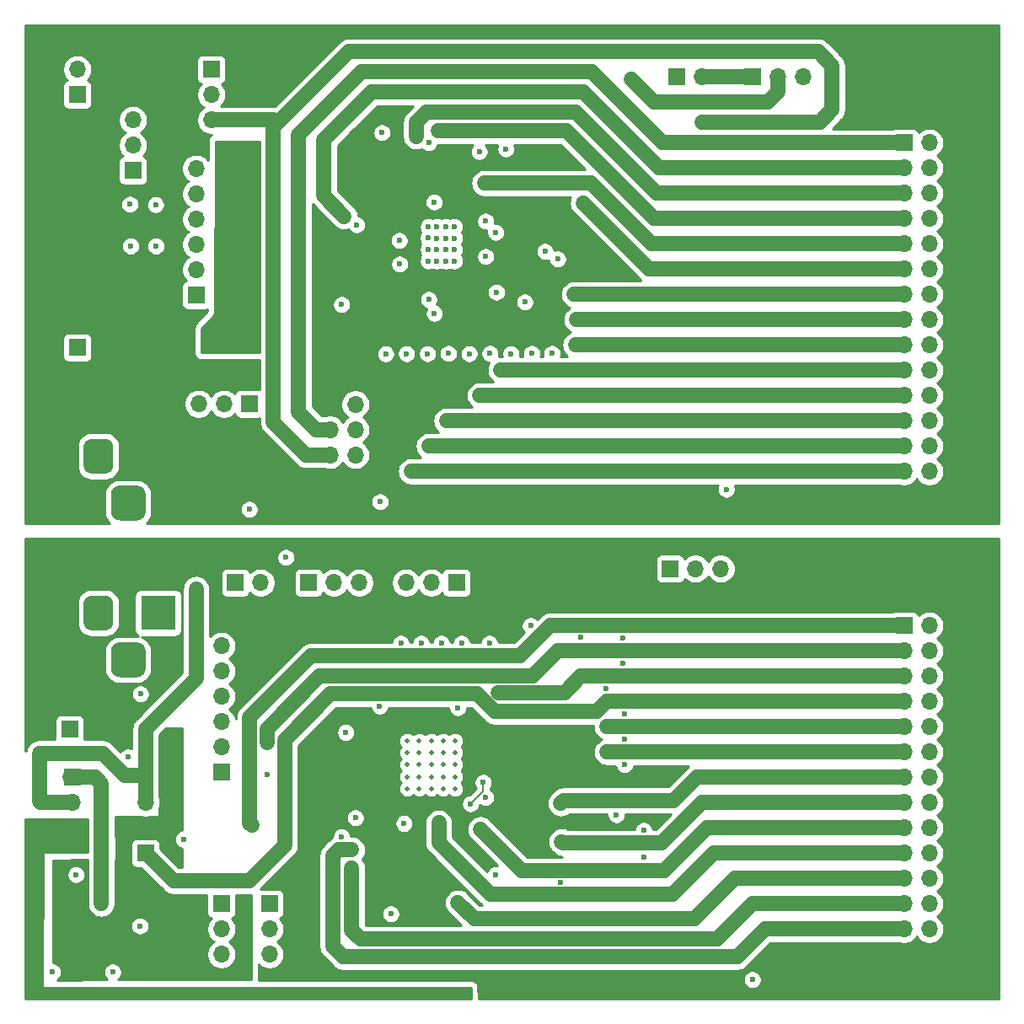
<source format=gbr>
%TF.GenerationSoftware,KiCad,Pcbnew,(5.1.8-0-10_14)*%
%TF.CreationDate,2021-03-09T19:09:17+00:00*%
%TF.ProjectId,STPMIC1_MC32PF3000_Board,5354504d-4943-4315-9f4d-433332504633,rev?*%
%TF.SameCoordinates,Original*%
%TF.FileFunction,Copper,L3,Inr*%
%TF.FilePolarity,Positive*%
%FSLAX46Y46*%
G04 Gerber Fmt 4.6, Leading zero omitted, Abs format (unit mm)*
G04 Created by KiCad (PCBNEW (5.1.8-0-10_14)) date 2021-03-09 19:09:17*
%MOMM*%
%LPD*%
G01*
G04 APERTURE LIST*
%TA.AperFunction,ComponentPad*%
%ADD10O,1.700000X1.700000*%
%TD*%
%TA.AperFunction,ComponentPad*%
%ADD11R,1.700000X1.700000*%
%TD*%
%TA.AperFunction,ComponentPad*%
%ADD12R,3.500000X3.500000*%
%TD*%
%TA.AperFunction,ComponentPad*%
%ADD13C,0.500000*%
%TD*%
%TA.AperFunction,ViaPad*%
%ADD14C,0.600000*%
%TD*%
%TA.AperFunction,Conductor*%
%ADD15C,1.500000*%
%TD*%
%TA.AperFunction,Conductor*%
%ADD16C,0.200000*%
%TD*%
%TA.AperFunction,Conductor*%
%ADD17C,0.500000*%
%TD*%
%TA.AperFunction,Conductor*%
%ADD18C,0.400000*%
%TD*%
%TA.AperFunction,Conductor*%
%ADD19C,0.254000*%
%TD*%
%TA.AperFunction,Conductor*%
%ADD20C,0.100000*%
%TD*%
G04 APERTURE END LIST*
D10*
%TO.N,/STPMIC1_Board/VBUCK3*%
%TO.C,J6*%
X100584000Y-50800000D03*
%TO.N,/STPMIC1_Board/VIO*%
X100584000Y-48260000D03*
D11*
%TO.N,/STPMIC1_Board/VIO_Ext*%
X100584000Y-45720000D03*
%TD*%
%TO.N,N/C*%
%TO.C,J4*%
%TA.AperFunction,ComponentPad*%
G36*
G01*
X90500000Y-90157000D02*
X90500000Y-88407000D01*
G75*
G02*
X91375000Y-87532000I875000J0D01*
G01*
X93125000Y-87532000D01*
G75*
G02*
X94000000Y-88407000I0J-875000D01*
G01*
X94000000Y-90157000D01*
G75*
G02*
X93125000Y-91032000I-875000J0D01*
G01*
X91375000Y-91032000D01*
G75*
G02*
X90500000Y-90157000I0J875000D01*
G01*
G37*
%TD.AperFunction*%
%TO.N,GNDS*%
%TA.AperFunction,ComponentPad*%
G36*
G01*
X87750000Y-85582000D02*
X87750000Y-83582000D01*
G75*
G02*
X88500000Y-82832000I750000J0D01*
G01*
X90000000Y-82832000D01*
G75*
G02*
X90750000Y-83582000I0J-750000D01*
G01*
X90750000Y-85582000D01*
G75*
G02*
X90000000Y-86332000I-750000J0D01*
G01*
X88500000Y-86332000D01*
G75*
G02*
X87750000Y-85582000I0J750000D01*
G01*
G37*
%TD.AperFunction*%
D12*
%TO.N,/STPMIC1_Board/VBAT*%
X95250000Y-84582000D03*
%TD*%
D13*
%TO.N,N/C*%
%TO.C,U2*%
X120282000Y-113170000D03*
X121482000Y-113170000D03*
X122682000Y-113170000D03*
X123882000Y-113170000D03*
X125082000Y-113170000D03*
X120282000Y-114370000D03*
X121482000Y-114370000D03*
X122682000Y-114370000D03*
X123882000Y-114370000D03*
X125082000Y-114370000D03*
X120282000Y-115570000D03*
X121482000Y-115570000D03*
X122682000Y-115570000D03*
X123882000Y-115570000D03*
X125082000Y-115570000D03*
X120282000Y-116770000D03*
X121482000Y-116770000D03*
X122682000Y-116770000D03*
X123882000Y-116770000D03*
X125082000Y-116770000D03*
X120282000Y-117970000D03*
X121482000Y-117970000D03*
X122682000Y-117970000D03*
X123882000Y-117970000D03*
X125082000Y-117970000D03*
%TD*%
D11*
%TO.N,GNDS*%
%TO.C,J23*%
X101600000Y-116332000D03*
D10*
%TO.N,/PF3000_Board/STANDBY*%
X101600000Y-113792000D03*
%TO.N,/PF3000_Board/RESETBMCU*%
X101600000Y-111252000D03*
%TO.N,/PF3000_Board/SD_VSEL*%
X101600000Y-108712000D03*
%TO.N,/PF3000_Board/INTB*%
X101600000Y-106172000D03*
%TO.N,/PF3000_Board/PWRON*%
X101600000Y-103632000D03*
%TD*%
D11*
%TO.N,GNDS*%
%TO.C,J22*%
X146685000Y-95885000D03*
D10*
%TO.N,/PF3000_Board/VPWR*%
X149225000Y-95885000D03*
%TO.N,Net-(C70-Pad2)*%
X151765000Y-95885000D03*
%TD*%
D11*
%TO.N,/PF3000_Board/SW1B_OUT*%
%TO.C,J21*%
X170180000Y-101600000D03*
D10*
%TO.N,GNDS*%
X172720000Y-101600000D03*
%TO.N,/PF3000_Board/SW1A_OUT*%
X170180000Y-104140000D03*
%TO.N,GNDS*%
X172720000Y-104140000D03*
%TO.N,/PF3000_Board/SWBST_OUT*%
X170180000Y-106680000D03*
%TO.N,GNDS*%
X172720000Y-106680000D03*
%TO.N,/PF3000_Board/VSNVS_OUT*%
X170180000Y-109220000D03*
%TO.N,GNDS*%
X172720000Y-109220000D03*
%TO.N,/PF3000_Board/VCCSD_OUT*%
X170180000Y-111760000D03*
%TO.N,GNDS*%
X172720000Y-111760000D03*
%TO.N,/PF3000_Board/V33_OUT*%
X170180000Y-114300000D03*
%TO.N,GNDS*%
X172720000Y-114300000D03*
%TO.N,/PF3000_Board/SW3_OUT*%
X170180000Y-116840000D03*
%TO.N,GNDS*%
X172720000Y-116840000D03*
%TO.N,/PF3000_Board/VREFDDR_OUT*%
X170180000Y-119380000D03*
%TO.N,GNDS*%
X172720000Y-119380000D03*
%TO.N,/PF3000_Board/LDO4_OUT*%
X170180000Y-121920000D03*
%TO.N,GNDS*%
X172720000Y-121920000D03*
%TO.N,/PF3000_Board/LDO3_OUT*%
X170180000Y-124460000D03*
%TO.N,GNDS*%
X172720000Y-124460000D03*
%TO.N,/PF3000_Board/SW2_OUT*%
X170180000Y-127000000D03*
%TO.N,GNDS*%
X172720000Y-127000000D03*
%TO.N,/PF3000_Board/LDO2_OUT*%
X170180000Y-129540000D03*
%TO.N,GNDS*%
X172720000Y-129540000D03*
%TO.N,/PF3000_Board/LDO1_OUT*%
X170180000Y-132080000D03*
%TO.N,GNDS*%
X172720000Y-132080000D03*
%TD*%
D11*
%TO.N,GNDS*%
%TO.C,J20*%
X110363000Y-97282000D03*
D10*
%TO.N,/PF3000_Board/SCL*%
X112903000Y-97282000D03*
%TO.N,/PF3000_Board/SDA*%
X115443000Y-97282000D03*
%TD*%
D11*
%TO.N,GNDS*%
%TO.C,J19*%
X102997000Y-97282000D03*
D10*
%TO.N,/PF3000_Board/PWRON*%
X105537000Y-97282000D03*
%TD*%
D11*
%TO.N,GNDS*%
%TO.C,J18*%
X101600000Y-129540000D03*
D10*
%TO.N,/PF3000_Board/SD_VSEL*%
X101600000Y-132080000D03*
%TO.N,Net-(J18-Pad3)*%
X101600000Y-134620000D03*
%TD*%
D11*
%TO.N,GNDS*%
%TO.C,J17*%
X106426000Y-129540000D03*
D10*
%TO.N,/PF3000_Board/STANDBY*%
X106426000Y-132080000D03*
%TO.N,Net-(J17-Pad3)*%
X106426000Y-134620000D03*
%TD*%
D11*
%TO.N,/PF3000_Board/VDBG*%
%TO.C,J16*%
X86614000Y-116840000D03*
D10*
%TO.N,/PF3000_Board/VDDIO*%
X86614000Y-119380000D03*
%TO.N,/PF3000_Board/SW2_OUT*%
X86614000Y-121920000D03*
%TD*%
D12*
%TO.N,/PF3000_Board/VPWR*%
%TO.C,J15*%
X95250000Y-100330000D03*
%TO.N,GNDS*%
%TA.AperFunction,ComponentPad*%
G36*
G01*
X87750000Y-101330000D02*
X87750000Y-99330000D01*
G75*
G02*
X88500000Y-98580000I750000J0D01*
G01*
X90000000Y-98580000D01*
G75*
G02*
X90750000Y-99330000I0J-750000D01*
G01*
X90750000Y-101330000D01*
G75*
G02*
X90000000Y-102080000I-750000J0D01*
G01*
X88500000Y-102080000D01*
G75*
G02*
X87750000Y-101330000I0J750000D01*
G01*
G37*
%TD.AperFunction*%
%TO.N,Net-(J15-Pad3)*%
%TA.AperFunction,ComponentPad*%
G36*
G01*
X90500000Y-105905000D02*
X90500000Y-104155000D01*
G75*
G02*
X91375000Y-103280000I875000J0D01*
G01*
X93125000Y-103280000D01*
G75*
G02*
X94000000Y-104155000I0J-875000D01*
G01*
X94000000Y-105905000D01*
G75*
G02*
X93125000Y-106780000I-875000J0D01*
G01*
X91375000Y-106780000D01*
G75*
G02*
X90500000Y-105905000I0J875000D01*
G01*
G37*
%TD.AperFunction*%
%TD*%
D11*
%TO.N,/PF3000_Board/VSNVS_OUT*%
%TO.C,J14*%
X93980000Y-124460000D03*
D10*
%TO.N,/PF3000_Board/V_PU*%
X93980000Y-121920000D03*
%TO.N,/PF3000_Board/VDDIO*%
X93980000Y-119380000D03*
%TD*%
D11*
%TO.N,GNDS*%
%TO.C,J13*%
X125222000Y-97282000D03*
D10*
%TO.N,/PF3000_Board/VDDOTP*%
X122682000Y-97282000D03*
%TO.N,/PF3000_Board/VCOREDIG*%
X120142000Y-97282000D03*
%TD*%
D11*
%TO.N,GNDS*%
%TO.C,J12*%
X86360000Y-112014000D03*
D10*
%TO.N,/PF3000_Board/VIN*%
X86360000Y-109474000D03*
%TD*%
D11*
%TO.N,/STPMIC1_Board/SWIN_Ext*%
%TO.C,J7*%
X154940000Y-46482000D03*
D10*
%TO.N,/STPMIC1_Board/sheet60878B3D/VSWIN*%
X157480000Y-46482000D03*
%TO.N,/STPMIC1_Board/VBOOST*%
X160020000Y-46482000D03*
%TD*%
D11*
%TO.N,/STPMIC1_Board/VBUCK2*%
%TO.C,J11*%
X170180000Y-53086000D03*
D10*
%TO.N,GNDS*%
X172720000Y-53086000D03*
%TO.N,/STPMIC1_Board/VBUCK1*%
X170180000Y-55626000D03*
%TO.N,GNDS*%
X172720000Y-55626000D03*
%TO.N,/STPMIC1_Board/VLDO4*%
X170180000Y-58166000D03*
%TO.N,GNDS*%
X172720000Y-58166000D03*
%TO.N,/STPMIC1_Board/VSWOUT*%
X170180000Y-60706000D03*
%TO.N,GNDS*%
X172720000Y-60706000D03*
%TO.N,/STPMIC1_Board/VOTG*%
X170180000Y-63246000D03*
%TO.N,GNDS*%
X172720000Y-63246000D03*
%TO.N,/STPMIC1_Board/VBOOST*%
X170180000Y-65786000D03*
%TO.N,GNDS*%
X172720000Y-65786000D03*
%TO.N,/STPMIC1_Board/VBUCK3*%
X170180000Y-68326000D03*
%TO.N,GNDS*%
X172720000Y-68326000D03*
%TO.N,/STPMIC1_Board/VBUCK4*%
X170180000Y-70866000D03*
%TO.N,GNDS*%
X172720000Y-70866000D03*
%TO.N,/STPMIC1_Board/VLDO1*%
X170180000Y-73406000D03*
%TO.N,GNDS*%
X172720000Y-73406000D03*
%TO.N,/STPMIC1_Board/VLDO6*%
X170180000Y-75946000D03*
%TO.N,GNDS*%
X172720000Y-75946000D03*
%TO.N,/STPMIC1_Board/VLDO5*%
X170180000Y-78486000D03*
%TO.N,GNDS*%
X172720000Y-78486000D03*
%TO.N,/STPMIC1_Board/VLDO2*%
X170180000Y-81026000D03*
%TO.N,GNDS*%
X172720000Y-81026000D03*
%TO.N,/STPMIC1_Board/VREFDDR*%
X170180000Y-83566000D03*
%TO.N,GNDS*%
X172720000Y-83566000D03*
%TO.N,/STPMIC1_Board/VLDO3*%
X170180000Y-86106000D03*
%TO.N,GNDS*%
X172720000Y-86106000D03*
%TD*%
D11*
%TO.N,GNDS*%
%TO.C,J10*%
X104394000Y-79311500D03*
D10*
%TO.N,/STPMIC1_Board/SCL*%
X101854000Y-79311500D03*
%TO.N,/STPMIC1_Board/SDA*%
X99314000Y-79311500D03*
%TD*%
D11*
%TO.N,GNDS*%
%TO.C,J9*%
X92710000Y-55880000D03*
D10*
%TO.N,/STPMIC1_Board/PWRCTL*%
X92710000Y-53340000D03*
%TO.N,/STPMIC1_Board/VIO*%
X92710000Y-50800000D03*
%TD*%
D11*
%TO.N,/STPMIC1_Board/VBAT*%
%TO.C,J8*%
X112522000Y-79375000D03*
D10*
%TO.N,/STPMIC1_Board/sheet60878B3D/LDO3_IN*%
X115062000Y-79375000D03*
%TO.N,/STPMIC1_Board/VBUCK2*%
X112522000Y-81915000D03*
%TO.N,/STPMIC1_Board/sheet60878B3D/LDO3_IN*%
X115062000Y-81915000D03*
%TO.N,/STPMIC1_Board/VBUCK3*%
X112522000Y-84455000D03*
%TO.N,/STPMIC1_Board/sheet60878B3D/LDO3_IN*%
X115062000Y-84455000D03*
%TD*%
D11*
%TO.N,GNDS*%
%TO.C,J5*%
X99060000Y-68389500D03*
D10*
%TO.N,/STPMIC1_Board/PONKEY*%
X99060000Y-65849500D03*
%TO.N,/STPMIC1_Board/WAKEUP*%
X99060000Y-63309500D03*
%TO.N,/STPMIC1_Board/RST*%
X99060000Y-60769500D03*
%TO.N,/STPMIC1_Board/PWRCTL*%
X99060000Y-58229500D03*
%TO.N,/STPMIC1_Board/INT*%
X99060000Y-55689500D03*
%TD*%
D11*
%TO.N,GNDS*%
%TO.C,J3*%
X147320000Y-46482000D03*
D10*
%TO.N,/STPMIC1_Board/SWIN_Ext*%
X149860000Y-46482000D03*
%TD*%
D11*
%TO.N,GNDS*%
%TO.C,J2*%
X87122000Y-48260000D03*
D10*
%TO.N,/STPMIC1_Board/VIO_Ext*%
X87122000Y-45720000D03*
%TD*%
D11*
%TO.N,GNDS*%
%TO.C,J1*%
X87122000Y-73660000D03*
D10*
%TO.N,/STPMIC1_Board/VBAT*%
X87122000Y-76200000D03*
%TD*%
D14*
%TO.N,GNDS*%
X122428000Y-68834000D03*
X119507000Y-65278000D03*
X119467009Y-62915800D03*
X152327500Y-87905700D03*
X129235200Y-68097400D03*
X132080000Y-69088000D03*
X94996000Y-59309000D03*
X117538500Y-89154000D03*
X92410847Y-59263847D03*
X95021500Y-63462000D03*
X92481500Y-63462000D03*
X128143000Y-64516000D03*
X113690400Y-69342000D03*
X132660300Y-101600000D03*
X128143001Y-118872000D03*
X154940000Y-137160000D03*
X113665000Y-122809000D03*
X142113000Y-115570000D03*
X142113000Y-113030000D03*
X142113000Y-110490000D03*
X144018000Y-122174000D03*
X144018000Y-124828300D03*
X141922500Y-105410000D03*
X141922500Y-102870000D03*
X140208000Y-107950000D03*
X141287500Y-120586500D03*
X119955400Y-121471600D03*
X119634000Y-103378000D03*
X121666000Y-103378000D03*
X123698000Y-103378000D03*
X125730000Y-103378000D03*
X128524000Y-103378000D03*
X117500400Y-109677200D03*
X130175000Y-53721000D03*
X129158994Y-126619000D03*
X125349000Y-109855000D03*
X115062000Y-120904000D03*
X114096800Y-112318800D03*
X106172000Y-116586000D03*
X118618000Y-130556000D03*
X92201988Y-114808000D03*
X93472000Y-108458000D03*
X118110000Y-74295000D03*
X120205500Y-74282300D03*
X122301000Y-74269600D03*
X124396500Y-74256900D03*
X126492000Y-74269600D03*
X128587500Y-74256900D03*
X130683000Y-74269600D03*
X132778500Y-74256900D03*
X134810500Y-74256900D03*
X135686800Y-127389610D03*
X127508000Y-53975000D03*
X122428000Y-53086000D03*
X117729000Y-52069994D03*
X122974190Y-59055000D03*
X115189000Y-61341004D03*
X128143000Y-60960000D03*
X129159000Y-62102994D03*
X134111994Y-64008000D03*
X135382000Y-64770000D03*
X104394000Y-89916000D03*
X137689500Y-102777000D03*
%TO.N,/STPMIC1_Board/VBAT*%
X125984000Y-76327000D03*
X120142000Y-66421000D03*
X124536200Y-70027800D03*
X126060200Y-67970400D03*
X125857000Y-59385200D03*
X114300000Y-64389000D03*
X131191000Y-54864000D03*
X127825500Y-67056000D03*
X131826000Y-64008000D03*
%TO.N,/STPMIC1_Board/VIO*%
X104648000Y-54356000D03*
X101600000Y-72517000D03*
%TO.N,/STPMIC1_Board/VBUCK1*%
X113945500Y-60478500D03*
%TO.N,/STPMIC1_Board/VBUCK2*%
X109347000Y-65786000D03*
%TO.N,/STPMIC1_Board/VBUCK3*%
X148717000Y-68389500D03*
X137033000Y-68326000D03*
X149860000Y-50990500D03*
%TO.N,/STPMIC1_Board/VBUCK4*%
X137223500Y-70866000D03*
%TO.N,/STPMIC1_Board/VBOOST*%
X147129500Y-65786000D03*
X137922000Y-59182000D03*
%TO.N,/STPMIC1_Board/VLDO1*%
X137096500Y-73406000D03*
%TO.N,/STPMIC1_Board/VLDO2*%
X124206000Y-81025998D03*
%TO.N,/STPMIC1_Board/VLDO3*%
X120650000Y-86106000D03*
%TO.N,/STPMIC1_Board/VLDO4*%
X121158000Y-52451000D03*
%TO.N,/STPMIC1_Board/VLDO5*%
X127571504Y-78486000D03*
%TO.N,/STPMIC1_Board/VLDO6*%
X129667001Y-75946001D03*
%TO.N,/STPMIC1_Board/VOTG*%
X128016000Y-57150000D03*
%TO.N,/STPMIC1_Board/VSWOUT*%
X123405500Y-51904502D03*
%TO.N,/STPMIC1_Board/VREFDDR*%
X122428000Y-83566002D03*
%TO.N,/STPMIC1_Board/sheet60878B3D/VSWIN*%
X142747994Y-46736006D03*
%TO.N,/STPMIC1_Board/PONKEY*%
X122999500Y-70231000D03*
%TO.N,/PF3000_Board/SW3_OUT*%
X127911800Y-117347000D03*
X126618996Y-119507000D03*
X135706300Y-119450300D03*
%TO.N,/PF3000_Board/VDDIO*%
X108077000Y-94742000D03*
X99060000Y-97917000D03*
%TO.N,/PF3000_Board/LDO1_OUT*%
X114706400Y-124129800D03*
%TO.N,/PF3000_Board/LDO2_OUT*%
X114706400Y-125984002D03*
%TO.N,/PF3000_Board/LDO3_OUT*%
X123432003Y-121400003D03*
%TO.N,/PF3000_Board/LDO4_OUT*%
X127635000Y-122047000D03*
%TO.N,/PF3000_Board/VREFDDR_OUT*%
X135784500Y-123295500D03*
%TO.N,/PF3000_Board/VCCSD_OUT*%
X140335000Y-111760000D03*
%TO.N,/PF3000_Board/V33_OUT*%
X140335010Y-114300000D03*
%TO.N,/PF3000_Board/VSNVS_OUT*%
X140335000Y-109220000D03*
%TO.N,/PF3000_Board/SW1A_OUT*%
X106172000Y-112268000D03*
%TO.N,/PF3000_Board/SW1B_OUT*%
X104648000Y-121666000D03*
%TO.N,/PF3000_Board/SW2_OUT*%
X125374400Y-129438400D03*
X125349000Y-138430000D03*
%TO.N,/PF3000_Board/SWBST_OUT*%
X129286000Y-108204000D03*
%TO.N,/PF3000_Board/VIN*%
X145288000Y-99695000D03*
X110363000Y-114427000D03*
X110363000Y-118745000D03*
X121056400Y-130352800D03*
X110286800Y-121920000D03*
X125095000Y-121793000D03*
X122959000Y-110172500D03*
X117221000Y-130556000D03*
X144272000Y-116281200D03*
X127189707Y-111126507D03*
X146558000Y-116840000D03*
X136715500Y-112077500D03*
%TO.N,/PF3000_Board/VDBG*%
X89535000Y-129540000D03*
%TO.N,Net-(D17-Pad1)*%
X90678000Y-136398000D03*
%TO.N,Net-(D18-Pad1)*%
X84635500Y-136398000D03*
%TO.N,/PF3000_Board/V_PU*%
X96774000Y-115570000D03*
X96774000Y-118110000D03*
X103886002Y-136042400D03*
%TO.N,/PF3000_Board/INTB*%
X86995000Y-126619002D03*
%TO.N,/PF3000_Board/RESETBMCU*%
X93410996Y-131760004D03*
X97790000Y-123063000D03*
%TO.N,Net-(U1-Pad45)*%
X122385500Y-61521000D03*
X123253500Y-61521000D03*
X124142500Y-61521000D03*
X125010500Y-61521000D03*
X122385500Y-62653500D03*
X123257000Y-62671000D03*
X124146000Y-62671000D03*
X125010500Y-62671000D03*
X125010500Y-63821000D03*
X124139000Y-63821000D03*
X123250000Y-63821000D03*
X122385500Y-63796500D03*
X122385500Y-64971000D03*
X123243000Y-64971000D03*
X124132000Y-64971000D03*
X125010500Y-64971000D03*
%TD*%
D15*
%TO.N,/STPMIC1_Board/VBUCK1*%
X145542000Y-55626000D02*
X170180000Y-55626000D01*
X111887000Y-52832000D02*
X116713000Y-48006000D01*
X111887000Y-58420000D02*
X111887000Y-52832000D01*
X137922000Y-48006000D02*
X145542000Y-55626000D01*
X113945500Y-60478500D02*
X111887000Y-58420000D01*
X116713000Y-48006000D02*
X137922000Y-48006000D01*
%TO.N,/STPMIC1_Board/VBUCK2*%
X109347000Y-80137000D02*
X111125000Y-81915000D01*
X111125000Y-81915000D02*
X112522000Y-81915000D01*
X109347000Y-52324000D02*
X109347000Y-80073500D01*
X115697000Y-45974000D02*
X109347000Y-52324000D01*
X138811000Y-45974000D02*
X115697000Y-45974000D01*
X145923000Y-53086000D02*
X138811000Y-45974000D01*
X170180000Y-53086000D02*
X145923000Y-53086000D01*
%TO.N,/STPMIC1_Board/VBUCK3*%
X170180000Y-68326000D02*
X137033000Y-68326000D01*
X100584000Y-50800000D02*
X106807000Y-50800000D01*
X162941000Y-45339000D02*
X162941000Y-49784000D01*
X161734500Y-50990500D02*
X149860000Y-50990500D01*
X161544000Y-43942000D02*
X162941000Y-45339000D01*
X110094059Y-84455000D02*
X106807000Y-81167941D01*
X106807000Y-51562000D02*
X114427000Y-43942000D01*
X114427000Y-43942000D02*
X161544000Y-43942000D01*
X162941000Y-49784000D02*
X161734500Y-50990500D01*
X106807000Y-81167941D02*
X106807000Y-51562000D01*
X112522000Y-84455000D02*
X110094059Y-84455000D01*
%TO.N,/STPMIC1_Board/VBUCK4*%
X137287000Y-70866000D02*
X170180000Y-70866000D01*
%TO.N,/STPMIC1_Board/VBOOST*%
X144526000Y-65786000D02*
X137922000Y-59182000D01*
X170180000Y-65786000D02*
X144526000Y-65786000D01*
%TO.N,/STPMIC1_Board/VLDO1*%
X170180000Y-73406000D02*
X137160000Y-73406000D01*
%TO.N,/STPMIC1_Board/VLDO2*%
X170179998Y-81025998D02*
X170180000Y-81026000D01*
X124206000Y-81025998D02*
X170179998Y-81025998D01*
%TO.N,/STPMIC1_Board/VLDO3*%
X120650000Y-86106000D02*
X170180000Y-86106000D01*
%TO.N,/STPMIC1_Board/VLDO4*%
X170180000Y-58166000D02*
X145288000Y-58166000D01*
X145288000Y-58166000D02*
X137160000Y-50038000D01*
X121158000Y-51054000D02*
X121158000Y-52451000D01*
X122174000Y-50038000D02*
X121158000Y-51054000D01*
X137160000Y-50038000D02*
X122174000Y-50038000D01*
%TO.N,/STPMIC1_Board/VLDO5*%
X127762000Y-78486000D02*
X127571504Y-78486000D01*
X170180000Y-78486000D02*
X127762000Y-78486000D01*
%TO.N,/STPMIC1_Board/VLDO6*%
X170180000Y-75946000D02*
X168977918Y-75946001D01*
X168977918Y-75946001D02*
X129667001Y-75946001D01*
%TO.N,/STPMIC1_Board/VOTG*%
X138684000Y-57150000D02*
X128016000Y-57150000D01*
X144780000Y-63246000D02*
X138684000Y-57150000D01*
X170180000Y-63246000D02*
X144780000Y-63246000D01*
%TO.N,/STPMIC1_Board/VSWOUT*%
X123405500Y-51904502D02*
X130365102Y-51904502D01*
D16*
X127799702Y-51904502D02*
X127736600Y-51841400D01*
X130365102Y-51904502D02*
X127799702Y-51904502D01*
D15*
X145034000Y-60706000D02*
X170180000Y-60706000D01*
X136232502Y-51904502D02*
X145034000Y-60706000D01*
X130365102Y-51904502D02*
X136232502Y-51904502D01*
%TO.N,/STPMIC1_Board/VREFDDR*%
X122428002Y-83566000D02*
X122428000Y-83566002D01*
X170180000Y-83566000D02*
X122428002Y-83566000D01*
%TO.N,/STPMIC1_Board/SWIN_Ext*%
X149860000Y-46482000D02*
X154940000Y-46482000D01*
%TO.N,/STPMIC1_Board/sheet60878B3D/VSWIN*%
X145033988Y-49022000D02*
X142747994Y-46736006D01*
X156464000Y-49022000D02*
X145033988Y-49022000D01*
X157480000Y-48006000D02*
X156464000Y-49022000D01*
X157480000Y-46922081D02*
X157480000Y-48006000D01*
D16*
%TO.N,/PF3000_Board/SW3_OUT*%
X127911800Y-117347000D02*
X127911800Y-118214196D01*
X127911800Y-118214196D02*
X126618996Y-119507000D01*
D15*
X149352000Y-116840000D02*
X170180000Y-116840000D01*
X136006299Y-119150301D02*
X147041699Y-119150301D01*
X147041699Y-119150301D02*
X149352000Y-116840000D01*
X135706300Y-119450300D02*
X136006299Y-119150301D01*
%TO.N,/PF3000_Board/VDDIO*%
X93980000Y-118745000D02*
X93980000Y-119380000D01*
X83439000Y-119380000D02*
X83312000Y-119253000D01*
X83312000Y-114427000D02*
X89662000Y-114427000D01*
X83312000Y-119253000D02*
X83312000Y-114427000D01*
X86360000Y-119380000D02*
X83439000Y-119380000D01*
X89662000Y-114427000D02*
X91884500Y-116649500D01*
X93980000Y-119380000D02*
X93980000Y-116459000D01*
X93789500Y-116649500D02*
X93980000Y-116459000D01*
X91884500Y-116649500D02*
X93789500Y-116649500D01*
X99060000Y-106897962D02*
X99060000Y-97917000D01*
X93980000Y-111977962D02*
X99060000Y-106897962D01*
X93980000Y-116459000D02*
X93980000Y-111977962D01*
%TO.N,/PF3000_Board/LDO1_OUT*%
X114706400Y-124129800D02*
X113360200Y-124129800D01*
X113360200Y-124129800D02*
X112776000Y-124714000D01*
X112776000Y-124714000D02*
X112776000Y-133858000D01*
X112776000Y-133858000D02*
X113792000Y-134874000D01*
X113792000Y-134874000D02*
X153416000Y-134874000D01*
X156210000Y-132080000D02*
X170180000Y-132080000D01*
X153416000Y-134874000D02*
X156210000Y-132080000D01*
%TO.N,/PF3000_Board/LDO2_OUT*%
X114706400Y-125984002D02*
X114706400Y-132232400D01*
X114706400Y-132232400D02*
X115570000Y-133096000D01*
X115570000Y-133096000D02*
X151384000Y-133096000D01*
X154940000Y-129540000D02*
X170180000Y-129540000D01*
X151384000Y-133096000D02*
X154940000Y-129540000D01*
%TO.N,/PF3000_Board/LDO3_OUT*%
X146951313Y-128566611D02*
X128602649Y-128566611D01*
X170180000Y-124460000D02*
X151057924Y-124460000D01*
X128602649Y-128566611D02*
X123432003Y-123395965D01*
X151057924Y-124460000D02*
X146951313Y-128566611D01*
X123432003Y-123395965D02*
X123432003Y-121400003D01*
%TO.N,/PF3000_Board/LDO4_OUT*%
X150368000Y-121920000D02*
X170180000Y-121920000D01*
X146075400Y-126212600D02*
X150368000Y-121920000D01*
X127635000Y-122047000D02*
X131800600Y-126212600D01*
X131800600Y-126212600D02*
X146075400Y-126212600D01*
D17*
%TO.N,/PF3000_Board/VREFDDR_OUT*%
X168977919Y-119380000D02*
X170180000Y-119380000D01*
D15*
X145796000Y-123444000D02*
X149860000Y-119380000D01*
X135933000Y-123444000D02*
X145796000Y-123444000D01*
X149860000Y-119380000D02*
X170180000Y-119380000D01*
X135784500Y-123295500D02*
X135933000Y-123444000D01*
%TO.N,/PF3000_Board/VCCSD_OUT*%
X140335000Y-111760000D02*
X170180000Y-111760000D01*
%TO.N,/PF3000_Board/V33_OUT*%
X140335010Y-114300000D02*
X170180000Y-114300000D01*
%TO.N,/PF3000_Board/VSNVS_OUT*%
X140335000Y-109220000D02*
X170180000Y-109220000D01*
X129032000Y-110236000D02*
X139319000Y-110236000D01*
X127254000Y-108458000D02*
X129032000Y-110236000D01*
X112572800Y-108458000D02*
X127254000Y-108458000D01*
X93980000Y-124460000D02*
X96774000Y-127254000D01*
X107951411Y-113079389D02*
X112572800Y-108458000D01*
X139319000Y-110236000D02*
X140335000Y-109220000D01*
X104394000Y-127254000D02*
X107951411Y-123696589D01*
X107951411Y-123696589D02*
X107951411Y-113079389D01*
X96774000Y-127254000D02*
X104394000Y-127254000D01*
%TO.N,/PF3000_Board/SW1A_OUT*%
X132852012Y-106669988D02*
X135382000Y-104140000D01*
X124808609Y-106669988D02*
X132852012Y-106669988D01*
X106172000Y-113364100D02*
X106172000Y-111963200D01*
X124798597Y-106680000D02*
X124808609Y-106669988D01*
X106172000Y-111963200D02*
X111455200Y-106680000D01*
X111455200Y-106680000D02*
X124798597Y-106680000D01*
X135382000Y-104140000D02*
X170180000Y-104140000D01*
%TO.N,/PF3000_Board/SW1B_OUT*%
X104444800Y-121462800D02*
X104648000Y-121666000D01*
X104444800Y-110794800D02*
X104444800Y-121462800D01*
X170180000Y-101600000D02*
X134620000Y-101600000D01*
X131572000Y-104648000D02*
X110591600Y-104648000D01*
X110591600Y-104648000D02*
X104444800Y-110794800D01*
X134620000Y-101600000D02*
X131572000Y-104648000D01*
%TO.N,/PF3000_Board/SW2_OUT*%
X125374400Y-129438400D02*
X127000000Y-131064000D01*
X127000000Y-131064000D02*
X149098000Y-131064000D01*
X149098000Y-131064000D02*
X153162000Y-127000000D01*
X153162000Y-127000000D02*
X170180000Y-127000000D01*
%TO.N,/PF3000_Board/SWBST_OUT*%
X137731500Y-106680000D02*
X136080500Y-108331000D01*
X129427938Y-108331000D02*
X129403948Y-108307010D01*
X136080500Y-108331000D02*
X129427938Y-108331000D01*
X170180000Y-106680000D02*
X137731500Y-106680000D01*
%TO.N,/PF3000_Board/VDBG*%
X89535000Y-125730000D02*
X89535000Y-129540000D01*
X89535000Y-117475000D02*
X89535000Y-125730000D01*
X88900000Y-116840000D02*
X89535000Y-117475000D01*
X86360000Y-116840000D02*
X88900000Y-116840000D01*
D18*
%TO.N,/PF3000_Board/V_PU*%
X91440000Y-121920000D02*
X93388264Y-121920000D01*
%TD*%
D19*
%TO.N,/STPMIC1_Board/VIO*%
X105422000Y-74168000D02*
X99631500Y-74168000D01*
X99631500Y-71740757D01*
X100931788Y-70316632D01*
X100946692Y-70296690D01*
X100957419Y-70274223D01*
X100963556Y-70250095D01*
X100964999Y-70231464D01*
X101028037Y-52959000D01*
X105422001Y-52959000D01*
X105422000Y-74168000D01*
%TA.AperFunction,Conductor*%
D20*
G36*
X105422000Y-74168000D02*
G01*
X99631500Y-74168000D01*
X99631500Y-71740757D01*
X100931788Y-70316632D01*
X100946692Y-70296690D01*
X100957419Y-70274223D01*
X100963556Y-70250095D01*
X100964999Y-70231464D01*
X101028037Y-52959000D01*
X105422001Y-52959000D01*
X105422000Y-74168000D01*
G37*
%TD.AperFunction*%
%TD*%
D19*
%TO.N,/STPMIC1_Board/VBAT*%
X179680001Y-91313000D02*
X94089994Y-91313000D01*
X94194903Y-91226903D01*
X94383073Y-90997618D01*
X94522896Y-90736028D01*
X94608999Y-90452186D01*
X94638072Y-90157000D01*
X94638072Y-89823911D01*
X103459000Y-89823911D01*
X103459000Y-90008089D01*
X103494932Y-90188729D01*
X103565414Y-90358889D01*
X103667738Y-90512028D01*
X103797972Y-90642262D01*
X103951111Y-90744586D01*
X104121271Y-90815068D01*
X104301911Y-90851000D01*
X104486089Y-90851000D01*
X104666729Y-90815068D01*
X104836889Y-90744586D01*
X104990028Y-90642262D01*
X105120262Y-90512028D01*
X105222586Y-90358889D01*
X105293068Y-90188729D01*
X105329000Y-90008089D01*
X105329000Y-89823911D01*
X105293068Y-89643271D01*
X105222586Y-89473111D01*
X105120262Y-89319972D01*
X104990028Y-89189738D01*
X104836889Y-89087414D01*
X104775319Y-89061911D01*
X116603500Y-89061911D01*
X116603500Y-89246089D01*
X116639432Y-89426729D01*
X116709914Y-89596889D01*
X116812238Y-89750028D01*
X116942472Y-89880262D01*
X117095611Y-89982586D01*
X117265771Y-90053068D01*
X117446411Y-90089000D01*
X117630589Y-90089000D01*
X117811229Y-90053068D01*
X117981389Y-89982586D01*
X118134528Y-89880262D01*
X118264762Y-89750028D01*
X118367086Y-89596889D01*
X118437568Y-89426729D01*
X118473500Y-89246089D01*
X118473500Y-89061911D01*
X118437568Y-88881271D01*
X118367086Y-88711111D01*
X118264762Y-88557972D01*
X118134528Y-88427738D01*
X117981389Y-88325414D01*
X117811229Y-88254932D01*
X117630589Y-88219000D01*
X117446411Y-88219000D01*
X117265771Y-88254932D01*
X117095611Y-88325414D01*
X116942472Y-88427738D01*
X116812238Y-88557972D01*
X116709914Y-88711111D01*
X116639432Y-88881271D01*
X116603500Y-89061911D01*
X104775319Y-89061911D01*
X104666729Y-89016932D01*
X104486089Y-88981000D01*
X104301911Y-88981000D01*
X104121271Y-89016932D01*
X103951111Y-89087414D01*
X103797972Y-89189738D01*
X103667738Y-89319972D01*
X103565414Y-89473111D01*
X103494932Y-89643271D01*
X103459000Y-89823911D01*
X94638072Y-89823911D01*
X94638072Y-88407000D01*
X94608999Y-88111814D01*
X94522896Y-87827972D01*
X94383073Y-87566382D01*
X94194903Y-87337097D01*
X93965618Y-87148927D01*
X93704028Y-87009104D01*
X93420186Y-86923001D01*
X93125000Y-86893928D01*
X91375000Y-86893928D01*
X91079814Y-86923001D01*
X90795972Y-87009104D01*
X90534382Y-87148927D01*
X90305097Y-87337097D01*
X90116927Y-87566382D01*
X89977104Y-87827972D01*
X89891001Y-88111814D01*
X89861928Y-88407000D01*
X89861928Y-90157000D01*
X89891001Y-90452186D01*
X89977104Y-90736028D01*
X90116927Y-90997618D01*
X90305097Y-91226903D01*
X90410006Y-91313000D01*
X81940000Y-91313000D01*
X81940000Y-83582000D01*
X87111928Y-83582000D01*
X87111928Y-85582000D01*
X87138599Y-85852799D01*
X87217589Y-86113192D01*
X87345860Y-86353171D01*
X87518485Y-86563515D01*
X87728829Y-86736140D01*
X87968808Y-86864411D01*
X88229201Y-86943401D01*
X88500000Y-86970072D01*
X90000000Y-86970072D01*
X90270799Y-86943401D01*
X90531192Y-86864411D01*
X90771171Y-86736140D01*
X90981515Y-86563515D01*
X91154140Y-86353171D01*
X91282411Y-86113192D01*
X91361401Y-85852799D01*
X91388072Y-85582000D01*
X91388072Y-83582000D01*
X91361401Y-83311201D01*
X91282411Y-83050808D01*
X91154140Y-82810829D01*
X90981515Y-82600485D01*
X90771171Y-82427860D01*
X90531192Y-82299589D01*
X90270799Y-82220599D01*
X90000000Y-82193928D01*
X88500000Y-82193928D01*
X88229201Y-82220599D01*
X87968808Y-82299589D01*
X87728829Y-82427860D01*
X87518485Y-82600485D01*
X87345860Y-82810829D01*
X87217589Y-83050808D01*
X87138599Y-83311201D01*
X87111928Y-83582000D01*
X81940000Y-83582000D01*
X81940000Y-72810000D01*
X85633928Y-72810000D01*
X85633928Y-74510000D01*
X85646188Y-74634482D01*
X85682498Y-74754180D01*
X85741463Y-74864494D01*
X85820815Y-74961185D01*
X85917506Y-75040537D01*
X86027820Y-75099502D01*
X86147518Y-75135812D01*
X86272000Y-75148072D01*
X87972000Y-75148072D01*
X88096482Y-75135812D01*
X88216180Y-75099502D01*
X88326494Y-75040537D01*
X88423185Y-74961185D01*
X88502537Y-74864494D01*
X88561502Y-74754180D01*
X88597812Y-74634482D01*
X88610072Y-74510000D01*
X88610072Y-72810000D01*
X88597812Y-72685518D01*
X88561502Y-72565820D01*
X88502537Y-72455506D01*
X88423185Y-72358815D01*
X88326494Y-72279463D01*
X88216180Y-72220498D01*
X88096482Y-72184188D01*
X87972000Y-72171928D01*
X86272000Y-72171928D01*
X86147518Y-72184188D01*
X86027820Y-72220498D01*
X85917506Y-72279463D01*
X85820815Y-72358815D01*
X85741463Y-72455506D01*
X85682498Y-72565820D01*
X85646188Y-72685518D01*
X85633928Y-72810000D01*
X81940000Y-72810000D01*
X81940000Y-67539500D01*
X97571928Y-67539500D01*
X97571928Y-69239500D01*
X97584188Y-69363982D01*
X97620498Y-69483680D01*
X97679463Y-69593994D01*
X97758815Y-69690685D01*
X97855506Y-69770037D01*
X97965820Y-69829002D01*
X98085518Y-69865312D01*
X98210000Y-69877572D01*
X99910000Y-69877572D01*
X100034482Y-69865312D01*
X100154180Y-69829002D01*
X100204561Y-69802072D01*
X100203898Y-69983733D01*
X99035562Y-71263339D01*
X98976517Y-71338713D01*
X98917836Y-71448496D01*
X98881701Y-71567618D01*
X98869500Y-71691500D01*
X98869500Y-74295000D01*
X98881701Y-74418882D01*
X98917836Y-74538004D01*
X98976517Y-74647787D01*
X99055487Y-74744013D01*
X99151713Y-74822983D01*
X99261496Y-74881664D01*
X99380618Y-74917799D01*
X99504500Y-74930000D01*
X105422000Y-74930000D01*
X105422000Y-77851923D01*
X105368482Y-77835688D01*
X105244000Y-77823428D01*
X103544000Y-77823428D01*
X103419518Y-77835688D01*
X103299820Y-77871998D01*
X103189506Y-77930963D01*
X103092815Y-78010315D01*
X103013463Y-78107006D01*
X102954498Y-78217320D01*
X102932487Y-78289880D01*
X102800632Y-78158025D01*
X102557411Y-77995510D01*
X102287158Y-77883568D01*
X102000260Y-77826500D01*
X101707740Y-77826500D01*
X101420842Y-77883568D01*
X101150589Y-77995510D01*
X100907368Y-78158025D01*
X100700525Y-78364868D01*
X100584000Y-78539260D01*
X100467475Y-78364868D01*
X100260632Y-78158025D01*
X100017411Y-77995510D01*
X99747158Y-77883568D01*
X99460260Y-77826500D01*
X99167740Y-77826500D01*
X98880842Y-77883568D01*
X98610589Y-77995510D01*
X98367368Y-78158025D01*
X98160525Y-78364868D01*
X97998010Y-78608089D01*
X97886068Y-78878342D01*
X97829000Y-79165240D01*
X97829000Y-79457760D01*
X97886068Y-79744658D01*
X97998010Y-80014911D01*
X98160525Y-80258132D01*
X98367368Y-80464975D01*
X98610589Y-80627490D01*
X98880842Y-80739432D01*
X99167740Y-80796500D01*
X99460260Y-80796500D01*
X99747158Y-80739432D01*
X100017411Y-80627490D01*
X100260632Y-80464975D01*
X100467475Y-80258132D01*
X100584000Y-80083740D01*
X100700525Y-80258132D01*
X100907368Y-80464975D01*
X101150589Y-80627490D01*
X101420842Y-80739432D01*
X101707740Y-80796500D01*
X102000260Y-80796500D01*
X102287158Y-80739432D01*
X102557411Y-80627490D01*
X102800632Y-80464975D01*
X102932487Y-80333120D01*
X102954498Y-80405680D01*
X103013463Y-80515994D01*
X103092815Y-80612685D01*
X103189506Y-80692037D01*
X103299820Y-80751002D01*
X103419518Y-80787312D01*
X103544000Y-80799572D01*
X105244000Y-80799572D01*
X105368482Y-80787312D01*
X105422000Y-80771077D01*
X105422000Y-81099912D01*
X105415300Y-81167941D01*
X105422000Y-81235970D01*
X105422000Y-81235977D01*
X105434143Y-81359264D01*
X105442040Y-81439448D01*
X105497425Y-81622026D01*
X105521236Y-81700521D01*
X105649843Y-81941128D01*
X105822919Y-82152021D01*
X105875765Y-82195391D01*
X109066609Y-85386236D01*
X109109978Y-85439081D01*
X109162823Y-85482450D01*
X109162825Y-85482452D01*
X109273669Y-85573419D01*
X109320871Y-85612157D01*
X109561478Y-85740764D01*
X109822552Y-85819960D01*
X110026022Y-85840000D01*
X110026031Y-85840000D01*
X110094058Y-85846700D01*
X110162085Y-85840000D01*
X111985195Y-85840000D01*
X112088842Y-85882932D01*
X112375740Y-85940000D01*
X112668260Y-85940000D01*
X112955158Y-85882932D01*
X113225411Y-85770990D01*
X113468632Y-85608475D01*
X113675475Y-85401632D01*
X113792000Y-85227240D01*
X113908525Y-85401632D01*
X114115368Y-85608475D01*
X114358589Y-85770990D01*
X114628842Y-85882932D01*
X114915740Y-85940000D01*
X115208260Y-85940000D01*
X115495158Y-85882932D01*
X115765411Y-85770990D01*
X116008632Y-85608475D01*
X116215475Y-85401632D01*
X116377990Y-85158411D01*
X116489932Y-84888158D01*
X116547000Y-84601260D01*
X116547000Y-84308740D01*
X116489932Y-84021842D01*
X116377990Y-83751589D01*
X116215475Y-83508368D01*
X116008632Y-83301525D01*
X115834240Y-83185000D01*
X116008632Y-83068475D01*
X116215475Y-82861632D01*
X116377990Y-82618411D01*
X116489932Y-82348158D01*
X116547000Y-82061260D01*
X116547000Y-81768740D01*
X116489932Y-81481842D01*
X116377990Y-81211589D01*
X116215475Y-80968368D01*
X116008632Y-80761525D01*
X115834240Y-80645000D01*
X116008632Y-80528475D01*
X116215475Y-80321632D01*
X116377990Y-80078411D01*
X116489932Y-79808158D01*
X116547000Y-79521260D01*
X116547000Y-79228740D01*
X116489932Y-78941842D01*
X116377990Y-78671589D01*
X116215475Y-78428368D01*
X116008632Y-78221525D01*
X115765411Y-78059010D01*
X115495158Y-77947068D01*
X115208260Y-77890000D01*
X114915740Y-77890000D01*
X114628842Y-77947068D01*
X114358589Y-78059010D01*
X114115368Y-78221525D01*
X113908525Y-78428368D01*
X113746010Y-78671589D01*
X113634068Y-78941842D01*
X113577000Y-79228740D01*
X113577000Y-79521260D01*
X113634068Y-79808158D01*
X113746010Y-80078411D01*
X113908525Y-80321632D01*
X114115368Y-80528475D01*
X114289760Y-80645000D01*
X114115368Y-80761525D01*
X113908525Y-80968368D01*
X113792000Y-81142760D01*
X113675475Y-80968368D01*
X113468632Y-80761525D01*
X113225411Y-80599010D01*
X112955158Y-80487068D01*
X112668260Y-80430000D01*
X112375740Y-80430000D01*
X112088842Y-80487068D01*
X111985195Y-80530000D01*
X111698686Y-80530000D01*
X110732000Y-79563315D01*
X110732000Y-74202911D01*
X117175000Y-74202911D01*
X117175000Y-74387089D01*
X117210932Y-74567729D01*
X117281414Y-74737889D01*
X117383738Y-74891028D01*
X117513972Y-75021262D01*
X117667111Y-75123586D01*
X117837271Y-75194068D01*
X118017911Y-75230000D01*
X118202089Y-75230000D01*
X118382729Y-75194068D01*
X118552889Y-75123586D01*
X118706028Y-75021262D01*
X118836262Y-74891028D01*
X118938586Y-74737889D01*
X119009068Y-74567729D01*
X119045000Y-74387089D01*
X119045000Y-74202911D01*
X119042474Y-74190211D01*
X119270500Y-74190211D01*
X119270500Y-74374389D01*
X119306432Y-74555029D01*
X119376914Y-74725189D01*
X119479238Y-74878328D01*
X119609472Y-75008562D01*
X119762611Y-75110886D01*
X119932771Y-75181368D01*
X120113411Y-75217300D01*
X120297589Y-75217300D01*
X120478229Y-75181368D01*
X120648389Y-75110886D01*
X120801528Y-75008562D01*
X120931762Y-74878328D01*
X121034086Y-74725189D01*
X121104568Y-74555029D01*
X121140500Y-74374389D01*
X121140500Y-74190211D01*
X121137974Y-74177511D01*
X121366000Y-74177511D01*
X121366000Y-74361689D01*
X121401932Y-74542329D01*
X121472414Y-74712489D01*
X121574738Y-74865628D01*
X121704972Y-74995862D01*
X121858111Y-75098186D01*
X122028271Y-75168668D01*
X122208911Y-75204600D01*
X122393089Y-75204600D01*
X122573729Y-75168668D01*
X122743889Y-75098186D01*
X122897028Y-74995862D01*
X123027262Y-74865628D01*
X123129586Y-74712489D01*
X123200068Y-74542329D01*
X123236000Y-74361689D01*
X123236000Y-74177511D01*
X123233474Y-74164811D01*
X123461500Y-74164811D01*
X123461500Y-74348989D01*
X123497432Y-74529629D01*
X123567914Y-74699789D01*
X123670238Y-74852928D01*
X123800472Y-74983162D01*
X123953611Y-75085486D01*
X124123771Y-75155968D01*
X124304411Y-75191900D01*
X124488589Y-75191900D01*
X124669229Y-75155968D01*
X124839389Y-75085486D01*
X124992528Y-74983162D01*
X125122762Y-74852928D01*
X125225086Y-74699789D01*
X125295568Y-74529629D01*
X125331500Y-74348989D01*
X125331500Y-74177511D01*
X125557000Y-74177511D01*
X125557000Y-74361689D01*
X125592932Y-74542329D01*
X125663414Y-74712489D01*
X125765738Y-74865628D01*
X125895972Y-74995862D01*
X126049111Y-75098186D01*
X126219271Y-75168668D01*
X126399911Y-75204600D01*
X126584089Y-75204600D01*
X126764729Y-75168668D01*
X126934889Y-75098186D01*
X127088028Y-74995862D01*
X127218262Y-74865628D01*
X127320586Y-74712489D01*
X127391068Y-74542329D01*
X127427000Y-74361689D01*
X127427000Y-74177511D01*
X127391068Y-73996871D01*
X127320586Y-73826711D01*
X127218262Y-73673572D01*
X127088028Y-73543338D01*
X126934889Y-73441014D01*
X126764729Y-73370532D01*
X126584089Y-73334600D01*
X126399911Y-73334600D01*
X126219271Y-73370532D01*
X126049111Y-73441014D01*
X125895972Y-73543338D01*
X125765738Y-73673572D01*
X125663414Y-73826711D01*
X125592932Y-73996871D01*
X125557000Y-74177511D01*
X125331500Y-74177511D01*
X125331500Y-74164811D01*
X125295568Y-73984171D01*
X125225086Y-73814011D01*
X125122762Y-73660872D01*
X124992528Y-73530638D01*
X124839389Y-73428314D01*
X124669229Y-73357832D01*
X124488589Y-73321900D01*
X124304411Y-73321900D01*
X124123771Y-73357832D01*
X123953611Y-73428314D01*
X123800472Y-73530638D01*
X123670238Y-73660872D01*
X123567914Y-73814011D01*
X123497432Y-73984171D01*
X123461500Y-74164811D01*
X123233474Y-74164811D01*
X123200068Y-73996871D01*
X123129586Y-73826711D01*
X123027262Y-73673572D01*
X122897028Y-73543338D01*
X122743889Y-73441014D01*
X122573729Y-73370532D01*
X122393089Y-73334600D01*
X122208911Y-73334600D01*
X122028271Y-73370532D01*
X121858111Y-73441014D01*
X121704972Y-73543338D01*
X121574738Y-73673572D01*
X121472414Y-73826711D01*
X121401932Y-73996871D01*
X121366000Y-74177511D01*
X121137974Y-74177511D01*
X121104568Y-74009571D01*
X121034086Y-73839411D01*
X120931762Y-73686272D01*
X120801528Y-73556038D01*
X120648389Y-73453714D01*
X120478229Y-73383232D01*
X120297589Y-73347300D01*
X120113411Y-73347300D01*
X119932771Y-73383232D01*
X119762611Y-73453714D01*
X119609472Y-73556038D01*
X119479238Y-73686272D01*
X119376914Y-73839411D01*
X119306432Y-74009571D01*
X119270500Y-74190211D01*
X119042474Y-74190211D01*
X119009068Y-74022271D01*
X118938586Y-73852111D01*
X118836262Y-73698972D01*
X118706028Y-73568738D01*
X118552889Y-73466414D01*
X118382729Y-73395932D01*
X118202089Y-73360000D01*
X118017911Y-73360000D01*
X117837271Y-73395932D01*
X117667111Y-73466414D01*
X117513972Y-73568738D01*
X117383738Y-73698972D01*
X117281414Y-73852111D01*
X117210932Y-74022271D01*
X117175000Y-74202911D01*
X110732000Y-74202911D01*
X110732000Y-69249911D01*
X112755400Y-69249911D01*
X112755400Y-69434089D01*
X112791332Y-69614729D01*
X112861814Y-69784889D01*
X112964138Y-69938028D01*
X113094372Y-70068262D01*
X113247511Y-70170586D01*
X113417671Y-70241068D01*
X113598311Y-70277000D01*
X113782489Y-70277000D01*
X113963129Y-70241068D01*
X114133289Y-70170586D01*
X114286428Y-70068262D01*
X114416662Y-69938028D01*
X114518986Y-69784889D01*
X114589468Y-69614729D01*
X114625400Y-69434089D01*
X114625400Y-69249911D01*
X114589468Y-69069271D01*
X114518986Y-68899111D01*
X114416662Y-68745972D01*
X114412601Y-68741911D01*
X121493000Y-68741911D01*
X121493000Y-68926089D01*
X121528932Y-69106729D01*
X121599414Y-69276889D01*
X121701738Y-69430028D01*
X121831972Y-69560262D01*
X121985111Y-69662586D01*
X122155271Y-69733068D01*
X122201543Y-69742272D01*
X122170914Y-69788111D01*
X122100432Y-69958271D01*
X122064500Y-70138911D01*
X122064500Y-70323089D01*
X122100432Y-70503729D01*
X122170914Y-70673889D01*
X122273238Y-70827028D01*
X122403472Y-70957262D01*
X122556611Y-71059586D01*
X122726771Y-71130068D01*
X122907411Y-71166000D01*
X123091589Y-71166000D01*
X123272229Y-71130068D01*
X123442389Y-71059586D01*
X123595528Y-70957262D01*
X123725762Y-70827028D01*
X123828086Y-70673889D01*
X123898568Y-70503729D01*
X123934500Y-70323089D01*
X123934500Y-70138911D01*
X123898568Y-69958271D01*
X123828086Y-69788111D01*
X123725762Y-69634972D01*
X123595528Y-69504738D01*
X123442389Y-69402414D01*
X123272229Y-69331932D01*
X123225957Y-69322728D01*
X123256586Y-69276889D01*
X123327068Y-69106729D01*
X123363000Y-68926089D01*
X123363000Y-68741911D01*
X123327068Y-68561271D01*
X123256586Y-68391111D01*
X123154262Y-68237972D01*
X123024028Y-68107738D01*
X122870889Y-68005414D01*
X122870641Y-68005311D01*
X128300200Y-68005311D01*
X128300200Y-68189489D01*
X128336132Y-68370129D01*
X128406614Y-68540289D01*
X128508938Y-68693428D01*
X128639172Y-68823662D01*
X128792311Y-68925986D01*
X128962471Y-68996468D01*
X129143111Y-69032400D01*
X129327289Y-69032400D01*
X129507929Y-68996468D01*
X129509273Y-68995911D01*
X131145000Y-68995911D01*
X131145000Y-69180089D01*
X131180932Y-69360729D01*
X131251414Y-69530889D01*
X131353738Y-69684028D01*
X131483972Y-69814262D01*
X131637111Y-69916586D01*
X131807271Y-69987068D01*
X131987911Y-70023000D01*
X132172089Y-70023000D01*
X132352729Y-69987068D01*
X132522889Y-69916586D01*
X132676028Y-69814262D01*
X132806262Y-69684028D01*
X132908586Y-69530889D01*
X132979068Y-69360729D01*
X133015000Y-69180089D01*
X133015000Y-68995911D01*
X132979068Y-68815271D01*
X132908586Y-68645111D01*
X132806262Y-68491972D01*
X132676028Y-68361738D01*
X132522889Y-68259414D01*
X132352729Y-68188932D01*
X132172089Y-68153000D01*
X131987911Y-68153000D01*
X131807271Y-68188932D01*
X131637111Y-68259414D01*
X131483972Y-68361738D01*
X131353738Y-68491972D01*
X131251414Y-68645111D01*
X131180932Y-68815271D01*
X131145000Y-68995911D01*
X129509273Y-68995911D01*
X129678089Y-68925986D01*
X129831228Y-68823662D01*
X129961462Y-68693428D01*
X130063786Y-68540289D01*
X130134268Y-68370129D01*
X130170200Y-68189489D01*
X130170200Y-68005311D01*
X130134268Y-67824671D01*
X130063786Y-67654511D01*
X129961462Y-67501372D01*
X129831228Y-67371138D01*
X129678089Y-67268814D01*
X129507929Y-67198332D01*
X129327289Y-67162400D01*
X129143111Y-67162400D01*
X128962471Y-67198332D01*
X128792311Y-67268814D01*
X128639172Y-67371138D01*
X128508938Y-67501372D01*
X128406614Y-67654511D01*
X128336132Y-67824671D01*
X128300200Y-68005311D01*
X122870641Y-68005311D01*
X122700729Y-67934932D01*
X122520089Y-67899000D01*
X122335911Y-67899000D01*
X122155271Y-67934932D01*
X121985111Y-68005414D01*
X121831972Y-68107738D01*
X121701738Y-68237972D01*
X121599414Y-68391111D01*
X121528932Y-68561271D01*
X121493000Y-68741911D01*
X114412601Y-68741911D01*
X114286428Y-68615738D01*
X114133289Y-68513414D01*
X113963129Y-68442932D01*
X113782489Y-68407000D01*
X113598311Y-68407000D01*
X113417671Y-68442932D01*
X113247511Y-68513414D01*
X113094372Y-68615738D01*
X112964138Y-68745972D01*
X112861814Y-68899111D01*
X112791332Y-69069271D01*
X112755400Y-69249911D01*
X110732000Y-69249911D01*
X110732000Y-65185911D01*
X118572000Y-65185911D01*
X118572000Y-65370089D01*
X118607932Y-65550729D01*
X118678414Y-65720889D01*
X118780738Y-65874028D01*
X118910972Y-66004262D01*
X119064111Y-66106586D01*
X119234271Y-66177068D01*
X119414911Y-66213000D01*
X119599089Y-66213000D01*
X119779729Y-66177068D01*
X119949889Y-66106586D01*
X120103028Y-66004262D01*
X120233262Y-65874028D01*
X120335586Y-65720889D01*
X120406068Y-65550729D01*
X120442000Y-65370089D01*
X120442000Y-65185911D01*
X120406068Y-65005271D01*
X120335586Y-64835111D01*
X120233262Y-64681972D01*
X120103028Y-64551738D01*
X119949889Y-64449414D01*
X119779729Y-64378932D01*
X119599089Y-64343000D01*
X119414911Y-64343000D01*
X119234271Y-64378932D01*
X119064111Y-64449414D01*
X118910972Y-64551738D01*
X118780738Y-64681972D01*
X118678414Y-64835111D01*
X118607932Y-65005271D01*
X118572000Y-65185911D01*
X110732000Y-65185911D01*
X110732000Y-62823711D01*
X118532009Y-62823711D01*
X118532009Y-63007889D01*
X118567941Y-63188529D01*
X118638423Y-63358689D01*
X118740747Y-63511828D01*
X118870981Y-63642062D01*
X119024120Y-63744386D01*
X119194280Y-63814868D01*
X119374920Y-63850800D01*
X119559098Y-63850800D01*
X119739738Y-63814868D01*
X119909898Y-63744386D01*
X120063037Y-63642062D01*
X120193271Y-63511828D01*
X120295595Y-63358689D01*
X120366077Y-63188529D01*
X120402009Y-63007889D01*
X120402009Y-62823711D01*
X120366077Y-62643071D01*
X120295595Y-62472911D01*
X120193271Y-62319772D01*
X120063037Y-62189538D01*
X119909898Y-62087214D01*
X119739738Y-62016732D01*
X119559098Y-61980800D01*
X119374920Y-61980800D01*
X119194280Y-62016732D01*
X119024120Y-62087214D01*
X118870981Y-62189538D01*
X118740747Y-62319772D01*
X118638423Y-62472911D01*
X118567941Y-62643071D01*
X118532009Y-62823711D01*
X110732000Y-62823711D01*
X110732000Y-59195815D01*
X110749313Y-59216911D01*
X110851617Y-59341568D01*
X110902919Y-59404080D01*
X110955765Y-59447450D01*
X113014266Y-61505952D01*
X113172312Y-61635657D01*
X113412919Y-61764264D01*
X113673993Y-61843460D01*
X113945500Y-61870200D01*
X114217007Y-61843460D01*
X114369339Y-61797250D01*
X114462738Y-61937032D01*
X114592972Y-62067266D01*
X114746111Y-62169590D01*
X114916271Y-62240072D01*
X115096911Y-62276004D01*
X115281089Y-62276004D01*
X115461729Y-62240072D01*
X115631889Y-62169590D01*
X115785028Y-62067266D01*
X115915262Y-61937032D01*
X116017586Y-61783893D01*
X116088068Y-61613733D01*
X116124000Y-61433093D01*
X116124000Y-61428911D01*
X121450500Y-61428911D01*
X121450500Y-61613089D01*
X121486432Y-61793729D01*
X121556914Y-61963889D01*
X121639341Y-62087250D01*
X121556914Y-62210611D01*
X121486432Y-62380771D01*
X121450500Y-62561411D01*
X121450500Y-62745589D01*
X121486432Y-62926229D01*
X121556914Y-63096389D01*
X121642849Y-63225000D01*
X121556914Y-63353611D01*
X121486432Y-63523771D01*
X121450500Y-63704411D01*
X121450500Y-63888589D01*
X121486432Y-64069229D01*
X121556914Y-64239389D01*
X121653373Y-64383750D01*
X121556914Y-64528111D01*
X121486432Y-64698271D01*
X121450500Y-64878911D01*
X121450500Y-65063089D01*
X121486432Y-65243729D01*
X121556914Y-65413889D01*
X121659238Y-65567028D01*
X121789472Y-65697262D01*
X121942611Y-65799586D01*
X122112771Y-65870068D01*
X122293411Y-65906000D01*
X122477589Y-65906000D01*
X122658229Y-65870068D01*
X122814250Y-65805443D01*
X122970271Y-65870068D01*
X123150911Y-65906000D01*
X123335089Y-65906000D01*
X123515729Y-65870068D01*
X123685889Y-65799586D01*
X123687500Y-65798510D01*
X123689111Y-65799586D01*
X123859271Y-65870068D01*
X124039911Y-65906000D01*
X124224089Y-65906000D01*
X124404729Y-65870068D01*
X124571250Y-65801093D01*
X124737771Y-65870068D01*
X124918411Y-65906000D01*
X125102589Y-65906000D01*
X125283229Y-65870068D01*
X125453389Y-65799586D01*
X125606528Y-65697262D01*
X125736762Y-65567028D01*
X125839086Y-65413889D01*
X125909568Y-65243729D01*
X125945500Y-65063089D01*
X125945500Y-64878911D01*
X125909568Y-64698271D01*
X125839086Y-64528111D01*
X125769462Y-64423911D01*
X127208000Y-64423911D01*
X127208000Y-64608089D01*
X127243932Y-64788729D01*
X127314414Y-64958889D01*
X127416738Y-65112028D01*
X127546972Y-65242262D01*
X127700111Y-65344586D01*
X127870271Y-65415068D01*
X128050911Y-65451000D01*
X128235089Y-65451000D01*
X128415729Y-65415068D01*
X128585889Y-65344586D01*
X128739028Y-65242262D01*
X128869262Y-65112028D01*
X128971586Y-64958889D01*
X129042068Y-64788729D01*
X129078000Y-64608089D01*
X129078000Y-64423911D01*
X129042068Y-64243271D01*
X128971586Y-64073111D01*
X128869262Y-63919972D01*
X128865201Y-63915911D01*
X133176994Y-63915911D01*
X133176994Y-64100089D01*
X133212926Y-64280729D01*
X133283408Y-64450889D01*
X133385732Y-64604028D01*
X133515966Y-64734262D01*
X133669105Y-64836586D01*
X133839265Y-64907068D01*
X134019905Y-64943000D01*
X134204083Y-64943000D01*
X134384723Y-64907068D01*
X134450525Y-64879812D01*
X134482932Y-65042729D01*
X134553414Y-65212889D01*
X134655738Y-65366028D01*
X134785972Y-65496262D01*
X134939111Y-65598586D01*
X135109271Y-65669068D01*
X135289911Y-65705000D01*
X135474089Y-65705000D01*
X135654729Y-65669068D01*
X135824889Y-65598586D01*
X135978028Y-65496262D01*
X136108262Y-65366028D01*
X136210586Y-65212889D01*
X136281068Y-65042729D01*
X136317000Y-64862089D01*
X136317000Y-64677911D01*
X136281068Y-64497271D01*
X136210586Y-64327111D01*
X136108262Y-64173972D01*
X135978028Y-64043738D01*
X135824889Y-63941414D01*
X135654729Y-63870932D01*
X135474089Y-63835000D01*
X135289911Y-63835000D01*
X135109271Y-63870932D01*
X135043469Y-63898188D01*
X135011062Y-63735271D01*
X134940580Y-63565111D01*
X134838256Y-63411972D01*
X134708022Y-63281738D01*
X134554883Y-63179414D01*
X134384723Y-63108932D01*
X134204083Y-63073000D01*
X134019905Y-63073000D01*
X133839265Y-63108932D01*
X133669105Y-63179414D01*
X133515966Y-63281738D01*
X133385732Y-63411972D01*
X133283408Y-63565111D01*
X133212926Y-63735271D01*
X133176994Y-63915911D01*
X128865201Y-63915911D01*
X128739028Y-63789738D01*
X128585889Y-63687414D01*
X128415729Y-63616932D01*
X128235089Y-63581000D01*
X128050911Y-63581000D01*
X127870271Y-63616932D01*
X127700111Y-63687414D01*
X127546972Y-63789738D01*
X127416738Y-63919972D01*
X127314414Y-64073111D01*
X127243932Y-64243271D01*
X127208000Y-64423911D01*
X125769462Y-64423911D01*
X125750812Y-64396000D01*
X125839086Y-64263889D01*
X125909568Y-64093729D01*
X125945500Y-63913089D01*
X125945500Y-63728911D01*
X125909568Y-63548271D01*
X125839086Y-63378111D01*
X125750812Y-63246000D01*
X125839086Y-63113889D01*
X125909568Y-62943729D01*
X125945500Y-62763089D01*
X125945500Y-62578911D01*
X125909568Y-62398271D01*
X125839086Y-62228111D01*
X125750812Y-62096000D01*
X125839086Y-61963889D01*
X125909568Y-61793729D01*
X125945500Y-61613089D01*
X125945500Y-61428911D01*
X125909568Y-61248271D01*
X125839086Y-61078111D01*
X125736762Y-60924972D01*
X125679701Y-60867911D01*
X127208000Y-60867911D01*
X127208000Y-61052089D01*
X127243932Y-61232729D01*
X127314414Y-61402889D01*
X127416738Y-61556028D01*
X127546972Y-61686262D01*
X127700111Y-61788586D01*
X127870271Y-61859068D01*
X128050911Y-61895000D01*
X128235089Y-61895000D01*
X128247548Y-61892522D01*
X128224000Y-62010905D01*
X128224000Y-62195083D01*
X128259932Y-62375723D01*
X128330414Y-62545883D01*
X128432738Y-62699022D01*
X128562972Y-62829256D01*
X128716111Y-62931580D01*
X128886271Y-63002062D01*
X129066911Y-63037994D01*
X129251089Y-63037994D01*
X129431729Y-63002062D01*
X129601889Y-62931580D01*
X129755028Y-62829256D01*
X129885262Y-62699022D01*
X129987586Y-62545883D01*
X130058068Y-62375723D01*
X130094000Y-62195083D01*
X130094000Y-62010905D01*
X130058068Y-61830265D01*
X129987586Y-61660105D01*
X129885262Y-61506966D01*
X129755028Y-61376732D01*
X129601889Y-61274408D01*
X129431729Y-61203926D01*
X129251089Y-61167994D01*
X129066911Y-61167994D01*
X129054452Y-61170472D01*
X129078000Y-61052089D01*
X129078000Y-60867911D01*
X129042068Y-60687271D01*
X128971586Y-60517111D01*
X128869262Y-60363972D01*
X128739028Y-60233738D01*
X128585889Y-60131414D01*
X128415729Y-60060932D01*
X128235089Y-60025000D01*
X128050911Y-60025000D01*
X127870271Y-60060932D01*
X127700111Y-60131414D01*
X127546972Y-60233738D01*
X127416738Y-60363972D01*
X127314414Y-60517111D01*
X127243932Y-60687271D01*
X127208000Y-60867911D01*
X125679701Y-60867911D01*
X125606528Y-60794738D01*
X125453389Y-60692414D01*
X125283229Y-60621932D01*
X125102589Y-60586000D01*
X124918411Y-60586000D01*
X124737771Y-60621932D01*
X124576500Y-60688732D01*
X124415229Y-60621932D01*
X124234589Y-60586000D01*
X124050411Y-60586000D01*
X123869771Y-60621932D01*
X123699611Y-60692414D01*
X123698000Y-60693490D01*
X123696389Y-60692414D01*
X123526229Y-60621932D01*
X123345589Y-60586000D01*
X123161411Y-60586000D01*
X122980771Y-60621932D01*
X122819500Y-60688732D01*
X122658229Y-60621932D01*
X122477589Y-60586000D01*
X122293411Y-60586000D01*
X122112771Y-60621932D01*
X121942611Y-60692414D01*
X121789472Y-60794738D01*
X121659238Y-60924972D01*
X121556914Y-61078111D01*
X121486432Y-61248271D01*
X121450500Y-61428911D01*
X116124000Y-61428911D01*
X116124000Y-61248915D01*
X116088068Y-61068275D01*
X116017586Y-60898115D01*
X115915262Y-60744976D01*
X115785028Y-60614742D01*
X115631889Y-60512418D01*
X115461729Y-60441936D01*
X115331039Y-60415940D01*
X115310460Y-60206993D01*
X115231264Y-59945919D01*
X115102657Y-59705312D01*
X114972952Y-59547266D01*
X114388597Y-58962911D01*
X122039190Y-58962911D01*
X122039190Y-59147089D01*
X122075122Y-59327729D01*
X122145604Y-59497889D01*
X122247928Y-59651028D01*
X122378162Y-59781262D01*
X122531301Y-59883586D01*
X122701461Y-59954068D01*
X122882101Y-59990000D01*
X123066279Y-59990000D01*
X123246919Y-59954068D01*
X123417079Y-59883586D01*
X123570218Y-59781262D01*
X123700452Y-59651028D01*
X123802776Y-59497889D01*
X123873258Y-59327729D01*
X123909190Y-59147089D01*
X123909190Y-58962911D01*
X123873258Y-58782271D01*
X123802776Y-58612111D01*
X123700452Y-58458972D01*
X123570218Y-58328738D01*
X123417079Y-58226414D01*
X123246919Y-58155932D01*
X123066279Y-58120000D01*
X122882101Y-58120000D01*
X122701461Y-58155932D01*
X122531301Y-58226414D01*
X122378162Y-58328738D01*
X122247928Y-58458972D01*
X122145604Y-58612111D01*
X122075122Y-58782271D01*
X122039190Y-58962911D01*
X114388597Y-58962911D01*
X113272000Y-57846315D01*
X113272000Y-53405685D01*
X114699780Y-51977905D01*
X116794000Y-51977905D01*
X116794000Y-52162083D01*
X116829932Y-52342723D01*
X116900414Y-52512883D01*
X117002738Y-52666022D01*
X117132972Y-52796256D01*
X117286111Y-52898580D01*
X117456271Y-52969062D01*
X117636911Y-53004994D01*
X117821089Y-53004994D01*
X118001729Y-52969062D01*
X118171889Y-52898580D01*
X118325028Y-52796256D01*
X118455262Y-52666022D01*
X118557586Y-52512883D01*
X118628068Y-52342723D01*
X118664000Y-52162083D01*
X118664000Y-51977905D01*
X118628068Y-51797265D01*
X118557586Y-51627105D01*
X118455262Y-51473966D01*
X118325028Y-51343732D01*
X118171889Y-51241408D01*
X118001729Y-51170926D01*
X117821089Y-51134994D01*
X117636911Y-51134994D01*
X117456271Y-51170926D01*
X117286111Y-51241408D01*
X117132972Y-51343732D01*
X117002738Y-51473966D01*
X116900414Y-51627105D01*
X116829932Y-51797265D01*
X116794000Y-51977905D01*
X114699780Y-51977905D01*
X117286686Y-49391000D01*
X120862314Y-49391000D01*
X120226764Y-50026550D01*
X120173919Y-50069920D01*
X120000843Y-50280813D01*
X119876842Y-50512802D01*
X119872236Y-50521420D01*
X119812674Y-50717771D01*
X119793040Y-50782494D01*
X119773000Y-50985964D01*
X119773000Y-50985971D01*
X119766300Y-51054000D01*
X119773000Y-51122029D01*
X119773000Y-52519037D01*
X119793040Y-52722507D01*
X119872237Y-52983581D01*
X120000844Y-53224188D01*
X120173920Y-53435081D01*
X120384813Y-53608157D01*
X120625420Y-53736764D01*
X120886494Y-53815960D01*
X121158000Y-53842701D01*
X121429507Y-53815960D01*
X121690581Y-53736764D01*
X121733522Y-53713812D01*
X121831972Y-53812262D01*
X121985111Y-53914586D01*
X122155271Y-53985068D01*
X122335911Y-54021000D01*
X122520089Y-54021000D01*
X122700729Y-53985068D01*
X122870889Y-53914586D01*
X123024028Y-53812262D01*
X123154262Y-53682028D01*
X123256586Y-53528889D01*
X123327068Y-53358729D01*
X123340838Y-53289502D01*
X126871208Y-53289502D01*
X126781738Y-53378972D01*
X126679414Y-53532111D01*
X126608932Y-53702271D01*
X126573000Y-53882911D01*
X126573000Y-54067089D01*
X126608932Y-54247729D01*
X126679414Y-54417889D01*
X126781738Y-54571028D01*
X126911972Y-54701262D01*
X127065111Y-54803586D01*
X127235271Y-54874068D01*
X127415911Y-54910000D01*
X127600089Y-54910000D01*
X127780729Y-54874068D01*
X127950889Y-54803586D01*
X128104028Y-54701262D01*
X128234262Y-54571028D01*
X128336586Y-54417889D01*
X128407068Y-54247729D01*
X128443000Y-54067089D01*
X128443000Y-53882911D01*
X128407068Y-53702271D01*
X128336586Y-53532111D01*
X128234262Y-53378972D01*
X128144792Y-53289502D01*
X129341696Y-53289502D01*
X129275932Y-53448271D01*
X129240000Y-53628911D01*
X129240000Y-53813089D01*
X129275932Y-53993729D01*
X129346414Y-54163889D01*
X129448738Y-54317028D01*
X129578972Y-54447262D01*
X129732111Y-54549586D01*
X129902271Y-54620068D01*
X130082911Y-54656000D01*
X130267089Y-54656000D01*
X130447729Y-54620068D01*
X130617889Y-54549586D01*
X130771028Y-54447262D01*
X130901262Y-54317028D01*
X131003586Y-54163889D01*
X131074068Y-53993729D01*
X131110000Y-53813089D01*
X131110000Y-53628911D01*
X131074068Y-53448271D01*
X131008304Y-53289502D01*
X135658817Y-53289502D01*
X138134315Y-55765000D01*
X127947963Y-55765000D01*
X127744493Y-55785040D01*
X127483419Y-55864236D01*
X127242812Y-55992843D01*
X127031919Y-56165919D01*
X126858843Y-56376812D01*
X126730236Y-56617419D01*
X126651040Y-56878493D01*
X126624299Y-57150000D01*
X126651040Y-57421507D01*
X126730236Y-57682581D01*
X126858843Y-57923188D01*
X127031919Y-58134081D01*
X127242812Y-58307157D01*
X127483419Y-58435764D01*
X127744493Y-58514960D01*
X127947963Y-58535000D01*
X136697395Y-58535000D01*
X136636236Y-58649420D01*
X136557040Y-58910493D01*
X136530300Y-59182000D01*
X136557040Y-59453507D01*
X136636236Y-59714580D01*
X136764844Y-59955188D01*
X136894548Y-60113233D01*
X143498550Y-66717236D01*
X143541919Y-66770081D01*
X143594764Y-66813450D01*
X143594766Y-66813452D01*
X143697871Y-66898068D01*
X143750184Y-66941000D01*
X136964963Y-66941000D01*
X136761493Y-66961040D01*
X136500419Y-67040236D01*
X136259812Y-67168843D01*
X136048919Y-67341919D01*
X135875843Y-67552812D01*
X135747236Y-67793419D01*
X135668040Y-68054493D01*
X135641299Y-68326000D01*
X135668040Y-68597507D01*
X135747236Y-68858581D01*
X135875843Y-69099188D01*
X136048919Y-69310081D01*
X136259812Y-69483157D01*
X136500419Y-69611764D01*
X136624829Y-69649503D01*
X136513812Y-69708843D01*
X136302919Y-69881919D01*
X136129843Y-70092812D01*
X136001236Y-70333419D01*
X135922040Y-70594493D01*
X135895299Y-70866000D01*
X135922040Y-71137507D01*
X136001236Y-71398581D01*
X136129843Y-71639188D01*
X136302919Y-71850081D01*
X136513812Y-72023157D01*
X136670809Y-72107074D01*
X136627419Y-72120236D01*
X136386812Y-72248843D01*
X136175919Y-72421919D01*
X136002843Y-72632812D01*
X135874236Y-72873419D01*
X135795040Y-73134493D01*
X135768299Y-73406000D01*
X135795040Y-73677507D01*
X135874236Y-73938581D01*
X136002843Y-74179188D01*
X136175919Y-74390081D01*
X136384185Y-74561001D01*
X135696573Y-74561001D01*
X135709568Y-74529629D01*
X135745500Y-74348989D01*
X135745500Y-74164811D01*
X135709568Y-73984171D01*
X135639086Y-73814011D01*
X135536762Y-73660872D01*
X135406528Y-73530638D01*
X135253389Y-73428314D01*
X135083229Y-73357832D01*
X134902589Y-73321900D01*
X134718411Y-73321900D01*
X134537771Y-73357832D01*
X134367611Y-73428314D01*
X134214472Y-73530638D01*
X134084238Y-73660872D01*
X133981914Y-73814011D01*
X133911432Y-73984171D01*
X133875500Y-74164811D01*
X133875500Y-74348989D01*
X133911432Y-74529629D01*
X133924427Y-74561001D01*
X133664573Y-74561001D01*
X133677568Y-74529629D01*
X133713500Y-74348989D01*
X133713500Y-74164811D01*
X133677568Y-73984171D01*
X133607086Y-73814011D01*
X133504762Y-73660872D01*
X133374528Y-73530638D01*
X133221389Y-73428314D01*
X133051229Y-73357832D01*
X132870589Y-73321900D01*
X132686411Y-73321900D01*
X132505771Y-73357832D01*
X132335611Y-73428314D01*
X132182472Y-73530638D01*
X132052238Y-73660872D01*
X131949914Y-73814011D01*
X131879432Y-73984171D01*
X131843500Y-74164811D01*
X131843500Y-74348989D01*
X131879432Y-74529629D01*
X131892427Y-74561001D01*
X131574334Y-74561001D01*
X131582068Y-74542329D01*
X131618000Y-74361689D01*
X131618000Y-74177511D01*
X131582068Y-73996871D01*
X131511586Y-73826711D01*
X131409262Y-73673572D01*
X131279028Y-73543338D01*
X131125889Y-73441014D01*
X130955729Y-73370532D01*
X130775089Y-73334600D01*
X130590911Y-73334600D01*
X130410271Y-73370532D01*
X130240111Y-73441014D01*
X130086972Y-73543338D01*
X129956738Y-73673572D01*
X129854414Y-73826711D01*
X129783932Y-73996871D01*
X129748000Y-74177511D01*
X129748000Y-74361689D01*
X129783932Y-74542329D01*
X129791666Y-74561001D01*
X129598964Y-74561001D01*
X129468240Y-74573876D01*
X129486568Y-74529629D01*
X129522500Y-74348989D01*
X129522500Y-74164811D01*
X129486568Y-73984171D01*
X129416086Y-73814011D01*
X129313762Y-73660872D01*
X129183528Y-73530638D01*
X129030389Y-73428314D01*
X128860229Y-73357832D01*
X128679589Y-73321900D01*
X128495411Y-73321900D01*
X128314771Y-73357832D01*
X128144611Y-73428314D01*
X127991472Y-73530638D01*
X127861238Y-73660872D01*
X127758914Y-73814011D01*
X127688432Y-73984171D01*
X127652500Y-74164811D01*
X127652500Y-74348989D01*
X127688432Y-74529629D01*
X127758914Y-74699789D01*
X127861238Y-74852928D01*
X127991472Y-74983162D01*
X128144611Y-75085486D01*
X128314771Y-75155968D01*
X128495411Y-75191900D01*
X128499642Y-75191900D01*
X128381237Y-75413420D01*
X128302041Y-75674494D01*
X128275300Y-75946001D01*
X128302041Y-76217508D01*
X128381237Y-76478582D01*
X128509844Y-76719189D01*
X128682920Y-76930082D01*
X128891183Y-77101000D01*
X127503467Y-77101000D01*
X127299997Y-77121040D01*
X127038923Y-77200236D01*
X126798316Y-77328843D01*
X126587423Y-77501919D01*
X126414347Y-77712812D01*
X126285740Y-77953419D01*
X126206544Y-78214493D01*
X126179803Y-78486000D01*
X126206544Y-78757507D01*
X126285740Y-79018581D01*
X126414347Y-79259188D01*
X126587423Y-79470081D01*
X126795685Y-79640998D01*
X124137963Y-79640998D01*
X123934493Y-79661038D01*
X123673419Y-79740234D01*
X123432812Y-79868841D01*
X123221919Y-80041917D01*
X123048843Y-80252810D01*
X122920236Y-80493417D01*
X122841040Y-80754491D01*
X122814299Y-81025998D01*
X122841040Y-81297505D01*
X122920236Y-81558579D01*
X123048843Y-81799186D01*
X123221919Y-82010079D01*
X123430186Y-82181000D01*
X122496031Y-82181000D01*
X122428002Y-82174300D01*
X122359973Y-82181000D01*
X122359965Y-82181000D01*
X122156495Y-82201040D01*
X121895421Y-82280236D01*
X121654814Y-82408843D01*
X121443921Y-82581919D01*
X121270845Y-82792812D01*
X121270844Y-82792814D01*
X121142236Y-83033422D01*
X121063040Y-83294495D01*
X121036300Y-83566002D01*
X121063040Y-83837509D01*
X121142236Y-84098582D01*
X121270844Y-84339190D01*
X121443919Y-84550083D01*
X121652182Y-84721000D01*
X120581963Y-84721000D01*
X120378493Y-84741040D01*
X120117419Y-84820236D01*
X119876812Y-84948843D01*
X119665919Y-85121919D01*
X119492843Y-85332812D01*
X119364236Y-85573419D01*
X119285040Y-85834493D01*
X119258299Y-86106000D01*
X119285040Y-86377507D01*
X119364236Y-86638581D01*
X119492843Y-86879188D01*
X119665919Y-87090081D01*
X119876812Y-87263157D01*
X120117419Y-87391764D01*
X120378493Y-87470960D01*
X120581963Y-87491000D01*
X151487238Y-87491000D01*
X151428432Y-87632971D01*
X151392500Y-87813611D01*
X151392500Y-87997789D01*
X151428432Y-88178429D01*
X151498914Y-88348589D01*
X151601238Y-88501728D01*
X151731472Y-88631962D01*
X151884611Y-88734286D01*
X152054771Y-88804768D01*
X152235411Y-88840700D01*
X152419589Y-88840700D01*
X152600229Y-88804768D01*
X152770389Y-88734286D01*
X152923528Y-88631962D01*
X153053762Y-88501728D01*
X153156086Y-88348589D01*
X153226568Y-88178429D01*
X153262500Y-87997789D01*
X153262500Y-87813611D01*
X153226568Y-87632971D01*
X153167762Y-87491000D01*
X169643195Y-87491000D01*
X169746842Y-87533932D01*
X170033740Y-87591000D01*
X170326260Y-87591000D01*
X170613158Y-87533932D01*
X170883411Y-87421990D01*
X171126632Y-87259475D01*
X171333475Y-87052632D01*
X171450000Y-86878240D01*
X171566525Y-87052632D01*
X171773368Y-87259475D01*
X172016589Y-87421990D01*
X172286842Y-87533932D01*
X172573740Y-87591000D01*
X172866260Y-87591000D01*
X173153158Y-87533932D01*
X173423411Y-87421990D01*
X173666632Y-87259475D01*
X173873475Y-87052632D01*
X174035990Y-86809411D01*
X174147932Y-86539158D01*
X174205000Y-86252260D01*
X174205000Y-85959740D01*
X174147932Y-85672842D01*
X174035990Y-85402589D01*
X173873475Y-85159368D01*
X173666632Y-84952525D01*
X173492240Y-84836000D01*
X173666632Y-84719475D01*
X173873475Y-84512632D01*
X174035990Y-84269411D01*
X174147932Y-83999158D01*
X174205000Y-83712260D01*
X174205000Y-83419740D01*
X174147932Y-83132842D01*
X174035990Y-82862589D01*
X173873475Y-82619368D01*
X173666632Y-82412525D01*
X173492240Y-82296000D01*
X173666632Y-82179475D01*
X173873475Y-81972632D01*
X174035990Y-81729411D01*
X174147932Y-81459158D01*
X174205000Y-81172260D01*
X174205000Y-80879740D01*
X174147932Y-80592842D01*
X174035990Y-80322589D01*
X173873475Y-80079368D01*
X173666632Y-79872525D01*
X173492240Y-79756000D01*
X173666632Y-79639475D01*
X173873475Y-79432632D01*
X174035990Y-79189411D01*
X174147932Y-78919158D01*
X174205000Y-78632260D01*
X174205000Y-78339740D01*
X174147932Y-78052842D01*
X174035990Y-77782589D01*
X173873475Y-77539368D01*
X173666632Y-77332525D01*
X173492240Y-77216000D01*
X173666632Y-77099475D01*
X173873475Y-76892632D01*
X174035990Y-76649411D01*
X174147932Y-76379158D01*
X174205000Y-76092260D01*
X174205000Y-75799740D01*
X174147932Y-75512842D01*
X174035990Y-75242589D01*
X173873475Y-74999368D01*
X173666632Y-74792525D01*
X173492240Y-74676000D01*
X173666632Y-74559475D01*
X173873475Y-74352632D01*
X174035990Y-74109411D01*
X174147932Y-73839158D01*
X174205000Y-73552260D01*
X174205000Y-73259740D01*
X174147932Y-72972842D01*
X174035990Y-72702589D01*
X173873475Y-72459368D01*
X173666632Y-72252525D01*
X173492240Y-72136000D01*
X173666632Y-72019475D01*
X173873475Y-71812632D01*
X174035990Y-71569411D01*
X174147932Y-71299158D01*
X174205000Y-71012260D01*
X174205000Y-70719740D01*
X174147932Y-70432842D01*
X174035990Y-70162589D01*
X173873475Y-69919368D01*
X173666632Y-69712525D01*
X173492240Y-69596000D01*
X173666632Y-69479475D01*
X173873475Y-69272632D01*
X174035990Y-69029411D01*
X174147932Y-68759158D01*
X174205000Y-68472260D01*
X174205000Y-68179740D01*
X174147932Y-67892842D01*
X174035990Y-67622589D01*
X173873475Y-67379368D01*
X173666632Y-67172525D01*
X173492240Y-67056000D01*
X173666632Y-66939475D01*
X173873475Y-66732632D01*
X174035990Y-66489411D01*
X174147932Y-66219158D01*
X174205000Y-65932260D01*
X174205000Y-65639740D01*
X174147932Y-65352842D01*
X174035990Y-65082589D01*
X173873475Y-64839368D01*
X173666632Y-64632525D01*
X173492240Y-64516000D01*
X173666632Y-64399475D01*
X173873475Y-64192632D01*
X174035990Y-63949411D01*
X174147932Y-63679158D01*
X174205000Y-63392260D01*
X174205000Y-63099740D01*
X174147932Y-62812842D01*
X174035990Y-62542589D01*
X173873475Y-62299368D01*
X173666632Y-62092525D01*
X173492240Y-61976000D01*
X173666632Y-61859475D01*
X173873475Y-61652632D01*
X174035990Y-61409411D01*
X174147932Y-61139158D01*
X174205000Y-60852260D01*
X174205000Y-60559740D01*
X174147932Y-60272842D01*
X174035990Y-60002589D01*
X173873475Y-59759368D01*
X173666632Y-59552525D01*
X173492240Y-59436000D01*
X173666632Y-59319475D01*
X173873475Y-59112632D01*
X174035990Y-58869411D01*
X174147932Y-58599158D01*
X174205000Y-58312260D01*
X174205000Y-58019740D01*
X174147932Y-57732842D01*
X174035990Y-57462589D01*
X173873475Y-57219368D01*
X173666632Y-57012525D01*
X173492240Y-56896000D01*
X173666632Y-56779475D01*
X173873475Y-56572632D01*
X174035990Y-56329411D01*
X174147932Y-56059158D01*
X174205000Y-55772260D01*
X174205000Y-55479740D01*
X174147932Y-55192842D01*
X174035990Y-54922589D01*
X173873475Y-54679368D01*
X173666632Y-54472525D01*
X173492240Y-54356000D01*
X173666632Y-54239475D01*
X173873475Y-54032632D01*
X174035990Y-53789411D01*
X174147932Y-53519158D01*
X174205000Y-53232260D01*
X174205000Y-52939740D01*
X174147932Y-52652842D01*
X174035990Y-52382589D01*
X173873475Y-52139368D01*
X173666632Y-51932525D01*
X173423411Y-51770010D01*
X173153158Y-51658068D01*
X172866260Y-51601000D01*
X172573740Y-51601000D01*
X172286842Y-51658068D01*
X172016589Y-51770010D01*
X171773368Y-51932525D01*
X171641513Y-52064380D01*
X171619502Y-51991820D01*
X171560537Y-51881506D01*
X171481185Y-51784815D01*
X171384494Y-51705463D01*
X171274180Y-51646498D01*
X171154482Y-51610188D01*
X171030000Y-51597928D01*
X169330000Y-51597928D01*
X169205518Y-51610188D01*
X169085820Y-51646498D01*
X168983856Y-51701000D01*
X162982685Y-51701000D01*
X163872236Y-50811450D01*
X163925081Y-50768081D01*
X164081144Y-50577919D01*
X164098157Y-50557188D01*
X164226764Y-50316581D01*
X164305960Y-50055507D01*
X164310828Y-50006081D01*
X164326000Y-49852037D01*
X164326000Y-49852029D01*
X164332700Y-49784000D01*
X164326000Y-49715971D01*
X164326000Y-45407026D01*
X164332700Y-45338999D01*
X164326000Y-45270972D01*
X164326000Y-45270963D01*
X164305960Y-45067493D01*
X164226764Y-44806419D01*
X164098157Y-44565812D01*
X164023286Y-44474582D01*
X163968452Y-44407766D01*
X163968445Y-44407759D01*
X163925080Y-44354919D01*
X163872241Y-44311555D01*
X162571454Y-43010769D01*
X162528081Y-42957919D01*
X162317188Y-42784843D01*
X162076581Y-42656236D01*
X161815507Y-42577040D01*
X161612037Y-42557000D01*
X161612029Y-42557000D01*
X161544000Y-42550300D01*
X161475971Y-42557000D01*
X114495026Y-42557000D01*
X114426999Y-42550300D01*
X114358972Y-42557000D01*
X114358963Y-42557000D01*
X114155493Y-42577040D01*
X113894419Y-42656236D01*
X113653812Y-42784843D01*
X113653810Y-42784844D01*
X113653811Y-42784844D01*
X113495766Y-42914548D01*
X113495764Y-42914550D01*
X113442919Y-42957919D01*
X113399550Y-43010764D01*
X106984531Y-49425784D01*
X106875037Y-49415000D01*
X101528350Y-49415000D01*
X101530632Y-49413475D01*
X101737475Y-49206632D01*
X101899990Y-48963411D01*
X102011932Y-48693158D01*
X102069000Y-48406260D01*
X102069000Y-48113740D01*
X102011932Y-47826842D01*
X101899990Y-47556589D01*
X101737475Y-47313368D01*
X101605620Y-47181513D01*
X101678180Y-47159502D01*
X101788494Y-47100537D01*
X101885185Y-47021185D01*
X101964537Y-46924494D01*
X102023502Y-46814180D01*
X102059812Y-46694482D01*
X102072072Y-46570000D01*
X102072072Y-44870000D01*
X102059812Y-44745518D01*
X102023502Y-44625820D01*
X101964537Y-44515506D01*
X101885185Y-44418815D01*
X101788494Y-44339463D01*
X101678180Y-44280498D01*
X101558482Y-44244188D01*
X101434000Y-44231928D01*
X99734000Y-44231928D01*
X99609518Y-44244188D01*
X99489820Y-44280498D01*
X99379506Y-44339463D01*
X99282815Y-44418815D01*
X99203463Y-44515506D01*
X99144498Y-44625820D01*
X99108188Y-44745518D01*
X99095928Y-44870000D01*
X99095928Y-46570000D01*
X99108188Y-46694482D01*
X99144498Y-46814180D01*
X99203463Y-46924494D01*
X99282815Y-47021185D01*
X99379506Y-47100537D01*
X99489820Y-47159502D01*
X99562380Y-47181513D01*
X99430525Y-47313368D01*
X99268010Y-47556589D01*
X99156068Y-47826842D01*
X99099000Y-48113740D01*
X99099000Y-48406260D01*
X99156068Y-48693158D01*
X99268010Y-48963411D01*
X99430525Y-49206632D01*
X99637368Y-49413475D01*
X99811760Y-49530000D01*
X99637368Y-49646525D01*
X99430525Y-49853368D01*
X99268010Y-50096589D01*
X99156068Y-50366842D01*
X99099000Y-50653740D01*
X99099000Y-50946260D01*
X99156068Y-51233158D01*
X99268010Y-51503411D01*
X99430525Y-51746632D01*
X99637368Y-51953475D01*
X99880589Y-52115990D01*
X100150842Y-52227932D01*
X100437740Y-52285000D01*
X100584112Y-52285000D01*
X100550642Y-52302733D01*
X100454129Y-52381351D01*
X100374808Y-52477288D01*
X100315727Y-52586857D01*
X100279158Y-52705845D01*
X100266504Y-52829682D01*
X100259271Y-54811407D01*
X100213475Y-54742868D01*
X100006632Y-54536025D01*
X99763411Y-54373510D01*
X99493158Y-54261568D01*
X99206260Y-54204500D01*
X98913740Y-54204500D01*
X98626842Y-54261568D01*
X98356589Y-54373510D01*
X98113368Y-54536025D01*
X97906525Y-54742868D01*
X97744010Y-54986089D01*
X97632068Y-55256342D01*
X97575000Y-55543240D01*
X97575000Y-55835760D01*
X97632068Y-56122658D01*
X97744010Y-56392911D01*
X97906525Y-56636132D01*
X98113368Y-56842975D01*
X98287760Y-56959500D01*
X98113368Y-57076025D01*
X97906525Y-57282868D01*
X97744010Y-57526089D01*
X97632068Y-57796342D01*
X97575000Y-58083240D01*
X97575000Y-58375760D01*
X97632068Y-58662658D01*
X97744010Y-58932911D01*
X97906525Y-59176132D01*
X98113368Y-59382975D01*
X98287760Y-59499500D01*
X98113368Y-59616025D01*
X97906525Y-59822868D01*
X97744010Y-60066089D01*
X97632068Y-60336342D01*
X97575000Y-60623240D01*
X97575000Y-60915760D01*
X97632068Y-61202658D01*
X97744010Y-61472911D01*
X97906525Y-61716132D01*
X98113368Y-61922975D01*
X98287760Y-62039500D01*
X98113368Y-62156025D01*
X97906525Y-62362868D01*
X97744010Y-62606089D01*
X97632068Y-62876342D01*
X97575000Y-63163240D01*
X97575000Y-63455760D01*
X97632068Y-63742658D01*
X97744010Y-64012911D01*
X97906525Y-64256132D01*
X98113368Y-64462975D01*
X98287760Y-64579500D01*
X98113368Y-64696025D01*
X97906525Y-64902868D01*
X97744010Y-65146089D01*
X97632068Y-65416342D01*
X97575000Y-65703240D01*
X97575000Y-65995760D01*
X97632068Y-66282658D01*
X97744010Y-66552911D01*
X97906525Y-66796132D01*
X98038380Y-66927987D01*
X97965820Y-66949998D01*
X97855506Y-67008963D01*
X97758815Y-67088315D01*
X97679463Y-67185006D01*
X97620498Y-67295320D01*
X97584188Y-67415018D01*
X97571928Y-67539500D01*
X81940000Y-67539500D01*
X81940000Y-63369911D01*
X91546500Y-63369911D01*
X91546500Y-63554089D01*
X91582432Y-63734729D01*
X91652914Y-63904889D01*
X91755238Y-64058028D01*
X91885472Y-64188262D01*
X92038611Y-64290586D01*
X92208771Y-64361068D01*
X92389411Y-64397000D01*
X92573589Y-64397000D01*
X92754229Y-64361068D01*
X92924389Y-64290586D01*
X93077528Y-64188262D01*
X93207762Y-64058028D01*
X93310086Y-63904889D01*
X93380568Y-63734729D01*
X93416500Y-63554089D01*
X93416500Y-63369911D01*
X94086500Y-63369911D01*
X94086500Y-63554089D01*
X94122432Y-63734729D01*
X94192914Y-63904889D01*
X94295238Y-64058028D01*
X94425472Y-64188262D01*
X94578611Y-64290586D01*
X94748771Y-64361068D01*
X94929411Y-64397000D01*
X95113589Y-64397000D01*
X95294229Y-64361068D01*
X95464389Y-64290586D01*
X95617528Y-64188262D01*
X95747762Y-64058028D01*
X95850086Y-63904889D01*
X95920568Y-63734729D01*
X95956500Y-63554089D01*
X95956500Y-63369911D01*
X95920568Y-63189271D01*
X95850086Y-63019111D01*
X95747762Y-62865972D01*
X95617528Y-62735738D01*
X95464389Y-62633414D01*
X95294229Y-62562932D01*
X95113589Y-62527000D01*
X94929411Y-62527000D01*
X94748771Y-62562932D01*
X94578611Y-62633414D01*
X94425472Y-62735738D01*
X94295238Y-62865972D01*
X94192914Y-63019111D01*
X94122432Y-63189271D01*
X94086500Y-63369911D01*
X93416500Y-63369911D01*
X93380568Y-63189271D01*
X93310086Y-63019111D01*
X93207762Y-62865972D01*
X93077528Y-62735738D01*
X92924389Y-62633414D01*
X92754229Y-62562932D01*
X92573589Y-62527000D01*
X92389411Y-62527000D01*
X92208771Y-62562932D01*
X92038611Y-62633414D01*
X91885472Y-62735738D01*
X91755238Y-62865972D01*
X91652914Y-63019111D01*
X91582432Y-63189271D01*
X91546500Y-63369911D01*
X81940000Y-63369911D01*
X81940000Y-59171758D01*
X91475847Y-59171758D01*
X91475847Y-59355936D01*
X91511779Y-59536576D01*
X91582261Y-59706736D01*
X91684585Y-59859875D01*
X91814819Y-59990109D01*
X91967958Y-60092433D01*
X92138118Y-60162915D01*
X92318758Y-60198847D01*
X92502936Y-60198847D01*
X92683576Y-60162915D01*
X92853736Y-60092433D01*
X93006875Y-59990109D01*
X93137109Y-59859875D01*
X93239433Y-59706736D01*
X93309915Y-59536576D01*
X93345847Y-59355936D01*
X93345847Y-59216911D01*
X94061000Y-59216911D01*
X94061000Y-59401089D01*
X94096932Y-59581729D01*
X94167414Y-59751889D01*
X94269738Y-59905028D01*
X94399972Y-60035262D01*
X94553111Y-60137586D01*
X94723271Y-60208068D01*
X94903911Y-60244000D01*
X95088089Y-60244000D01*
X95268729Y-60208068D01*
X95438889Y-60137586D01*
X95592028Y-60035262D01*
X95722262Y-59905028D01*
X95824586Y-59751889D01*
X95895068Y-59581729D01*
X95931000Y-59401089D01*
X95931000Y-59216911D01*
X95895068Y-59036271D01*
X95824586Y-58866111D01*
X95722262Y-58712972D01*
X95592028Y-58582738D01*
X95438889Y-58480414D01*
X95268729Y-58409932D01*
X95088089Y-58374000D01*
X94903911Y-58374000D01*
X94723271Y-58409932D01*
X94553111Y-58480414D01*
X94399972Y-58582738D01*
X94269738Y-58712972D01*
X94167414Y-58866111D01*
X94096932Y-59036271D01*
X94061000Y-59216911D01*
X93345847Y-59216911D01*
X93345847Y-59171758D01*
X93309915Y-58991118D01*
X93239433Y-58820958D01*
X93137109Y-58667819D01*
X93006875Y-58537585D01*
X92853736Y-58435261D01*
X92683576Y-58364779D01*
X92502936Y-58328847D01*
X92318758Y-58328847D01*
X92138118Y-58364779D01*
X91967958Y-58435261D01*
X91814819Y-58537585D01*
X91684585Y-58667819D01*
X91582261Y-58820958D01*
X91511779Y-58991118D01*
X91475847Y-59171758D01*
X81940000Y-59171758D01*
X81940000Y-55030000D01*
X91221928Y-55030000D01*
X91221928Y-56730000D01*
X91234188Y-56854482D01*
X91270498Y-56974180D01*
X91329463Y-57084494D01*
X91408815Y-57181185D01*
X91505506Y-57260537D01*
X91615820Y-57319502D01*
X91735518Y-57355812D01*
X91860000Y-57368072D01*
X93560000Y-57368072D01*
X93684482Y-57355812D01*
X93804180Y-57319502D01*
X93914494Y-57260537D01*
X94011185Y-57181185D01*
X94090537Y-57084494D01*
X94149502Y-56974180D01*
X94185812Y-56854482D01*
X94198072Y-56730000D01*
X94198072Y-55030000D01*
X94185812Y-54905518D01*
X94149502Y-54785820D01*
X94090537Y-54675506D01*
X94011185Y-54578815D01*
X93914494Y-54499463D01*
X93804180Y-54440498D01*
X93731620Y-54418487D01*
X93863475Y-54286632D01*
X94025990Y-54043411D01*
X94137932Y-53773158D01*
X94195000Y-53486260D01*
X94195000Y-53193740D01*
X94137932Y-52906842D01*
X94025990Y-52636589D01*
X93863475Y-52393368D01*
X93656632Y-52186525D01*
X93482240Y-52070000D01*
X93656632Y-51953475D01*
X93863475Y-51746632D01*
X94025990Y-51503411D01*
X94137932Y-51233158D01*
X94195000Y-50946260D01*
X94195000Y-50653740D01*
X94137932Y-50366842D01*
X94025990Y-50096589D01*
X93863475Y-49853368D01*
X93656632Y-49646525D01*
X93413411Y-49484010D01*
X93143158Y-49372068D01*
X92856260Y-49315000D01*
X92563740Y-49315000D01*
X92276842Y-49372068D01*
X92006589Y-49484010D01*
X91763368Y-49646525D01*
X91556525Y-49853368D01*
X91394010Y-50096589D01*
X91282068Y-50366842D01*
X91225000Y-50653740D01*
X91225000Y-50946260D01*
X91282068Y-51233158D01*
X91394010Y-51503411D01*
X91556525Y-51746632D01*
X91763368Y-51953475D01*
X91937760Y-52070000D01*
X91763368Y-52186525D01*
X91556525Y-52393368D01*
X91394010Y-52636589D01*
X91282068Y-52906842D01*
X91225000Y-53193740D01*
X91225000Y-53486260D01*
X91282068Y-53773158D01*
X91394010Y-54043411D01*
X91556525Y-54286632D01*
X91688380Y-54418487D01*
X91615820Y-54440498D01*
X91505506Y-54499463D01*
X91408815Y-54578815D01*
X91329463Y-54675506D01*
X91270498Y-54785820D01*
X91234188Y-54905518D01*
X91221928Y-55030000D01*
X81940000Y-55030000D01*
X81940000Y-47410000D01*
X85633928Y-47410000D01*
X85633928Y-49110000D01*
X85646188Y-49234482D01*
X85682498Y-49354180D01*
X85741463Y-49464494D01*
X85820815Y-49561185D01*
X85917506Y-49640537D01*
X86027820Y-49699502D01*
X86147518Y-49735812D01*
X86272000Y-49748072D01*
X87972000Y-49748072D01*
X88096482Y-49735812D01*
X88216180Y-49699502D01*
X88326494Y-49640537D01*
X88423185Y-49561185D01*
X88502537Y-49464494D01*
X88561502Y-49354180D01*
X88597812Y-49234482D01*
X88610072Y-49110000D01*
X88610072Y-47410000D01*
X88597812Y-47285518D01*
X88561502Y-47165820D01*
X88502537Y-47055506D01*
X88423185Y-46958815D01*
X88326494Y-46879463D01*
X88216180Y-46820498D01*
X88143620Y-46798487D01*
X88275475Y-46666632D01*
X88437990Y-46423411D01*
X88549932Y-46153158D01*
X88607000Y-45866260D01*
X88607000Y-45573740D01*
X88549932Y-45286842D01*
X88437990Y-45016589D01*
X88275475Y-44773368D01*
X88068632Y-44566525D01*
X87825411Y-44404010D01*
X87555158Y-44292068D01*
X87268260Y-44235000D01*
X86975740Y-44235000D01*
X86688842Y-44292068D01*
X86418589Y-44404010D01*
X86175368Y-44566525D01*
X85968525Y-44773368D01*
X85806010Y-45016589D01*
X85694068Y-45286842D01*
X85637000Y-45573740D01*
X85637000Y-45866260D01*
X85694068Y-46153158D01*
X85806010Y-46423411D01*
X85968525Y-46666632D01*
X86100380Y-46798487D01*
X86027820Y-46820498D01*
X85917506Y-46879463D01*
X85820815Y-46958815D01*
X85741463Y-47055506D01*
X85682498Y-47165820D01*
X85646188Y-47285518D01*
X85633928Y-47410000D01*
X81940000Y-47410000D01*
X81940000Y-41300000D01*
X179680000Y-41300000D01*
X179680001Y-91313000D01*
%TA.AperFunction,Conductor*%
D20*
G36*
X179680001Y-91313000D02*
G01*
X94089994Y-91313000D01*
X94194903Y-91226903D01*
X94383073Y-90997618D01*
X94522896Y-90736028D01*
X94608999Y-90452186D01*
X94638072Y-90157000D01*
X94638072Y-89823911D01*
X103459000Y-89823911D01*
X103459000Y-90008089D01*
X103494932Y-90188729D01*
X103565414Y-90358889D01*
X103667738Y-90512028D01*
X103797972Y-90642262D01*
X103951111Y-90744586D01*
X104121271Y-90815068D01*
X104301911Y-90851000D01*
X104486089Y-90851000D01*
X104666729Y-90815068D01*
X104836889Y-90744586D01*
X104990028Y-90642262D01*
X105120262Y-90512028D01*
X105222586Y-90358889D01*
X105293068Y-90188729D01*
X105329000Y-90008089D01*
X105329000Y-89823911D01*
X105293068Y-89643271D01*
X105222586Y-89473111D01*
X105120262Y-89319972D01*
X104990028Y-89189738D01*
X104836889Y-89087414D01*
X104775319Y-89061911D01*
X116603500Y-89061911D01*
X116603500Y-89246089D01*
X116639432Y-89426729D01*
X116709914Y-89596889D01*
X116812238Y-89750028D01*
X116942472Y-89880262D01*
X117095611Y-89982586D01*
X117265771Y-90053068D01*
X117446411Y-90089000D01*
X117630589Y-90089000D01*
X117811229Y-90053068D01*
X117981389Y-89982586D01*
X118134528Y-89880262D01*
X118264762Y-89750028D01*
X118367086Y-89596889D01*
X118437568Y-89426729D01*
X118473500Y-89246089D01*
X118473500Y-89061911D01*
X118437568Y-88881271D01*
X118367086Y-88711111D01*
X118264762Y-88557972D01*
X118134528Y-88427738D01*
X117981389Y-88325414D01*
X117811229Y-88254932D01*
X117630589Y-88219000D01*
X117446411Y-88219000D01*
X117265771Y-88254932D01*
X117095611Y-88325414D01*
X116942472Y-88427738D01*
X116812238Y-88557972D01*
X116709914Y-88711111D01*
X116639432Y-88881271D01*
X116603500Y-89061911D01*
X104775319Y-89061911D01*
X104666729Y-89016932D01*
X104486089Y-88981000D01*
X104301911Y-88981000D01*
X104121271Y-89016932D01*
X103951111Y-89087414D01*
X103797972Y-89189738D01*
X103667738Y-89319972D01*
X103565414Y-89473111D01*
X103494932Y-89643271D01*
X103459000Y-89823911D01*
X94638072Y-89823911D01*
X94638072Y-88407000D01*
X94608999Y-88111814D01*
X94522896Y-87827972D01*
X94383073Y-87566382D01*
X94194903Y-87337097D01*
X93965618Y-87148927D01*
X93704028Y-87009104D01*
X93420186Y-86923001D01*
X93125000Y-86893928D01*
X91375000Y-86893928D01*
X91079814Y-86923001D01*
X90795972Y-87009104D01*
X90534382Y-87148927D01*
X90305097Y-87337097D01*
X90116927Y-87566382D01*
X89977104Y-87827972D01*
X89891001Y-88111814D01*
X89861928Y-88407000D01*
X89861928Y-90157000D01*
X89891001Y-90452186D01*
X89977104Y-90736028D01*
X90116927Y-90997618D01*
X90305097Y-91226903D01*
X90410006Y-91313000D01*
X81940000Y-91313000D01*
X81940000Y-83582000D01*
X87111928Y-83582000D01*
X87111928Y-85582000D01*
X87138599Y-85852799D01*
X87217589Y-86113192D01*
X87345860Y-86353171D01*
X87518485Y-86563515D01*
X87728829Y-86736140D01*
X87968808Y-86864411D01*
X88229201Y-86943401D01*
X88500000Y-86970072D01*
X90000000Y-86970072D01*
X90270799Y-86943401D01*
X90531192Y-86864411D01*
X90771171Y-86736140D01*
X90981515Y-86563515D01*
X91154140Y-86353171D01*
X91282411Y-86113192D01*
X91361401Y-85852799D01*
X91388072Y-85582000D01*
X91388072Y-83582000D01*
X91361401Y-83311201D01*
X91282411Y-83050808D01*
X91154140Y-82810829D01*
X90981515Y-82600485D01*
X90771171Y-82427860D01*
X90531192Y-82299589D01*
X90270799Y-82220599D01*
X90000000Y-82193928D01*
X88500000Y-82193928D01*
X88229201Y-82220599D01*
X87968808Y-82299589D01*
X87728829Y-82427860D01*
X87518485Y-82600485D01*
X87345860Y-82810829D01*
X87217589Y-83050808D01*
X87138599Y-83311201D01*
X87111928Y-83582000D01*
X81940000Y-83582000D01*
X81940000Y-72810000D01*
X85633928Y-72810000D01*
X85633928Y-74510000D01*
X85646188Y-74634482D01*
X85682498Y-74754180D01*
X85741463Y-74864494D01*
X85820815Y-74961185D01*
X85917506Y-75040537D01*
X86027820Y-75099502D01*
X86147518Y-75135812D01*
X86272000Y-75148072D01*
X87972000Y-75148072D01*
X88096482Y-75135812D01*
X88216180Y-75099502D01*
X88326494Y-75040537D01*
X88423185Y-74961185D01*
X88502537Y-74864494D01*
X88561502Y-74754180D01*
X88597812Y-74634482D01*
X88610072Y-74510000D01*
X88610072Y-72810000D01*
X88597812Y-72685518D01*
X88561502Y-72565820D01*
X88502537Y-72455506D01*
X88423185Y-72358815D01*
X88326494Y-72279463D01*
X88216180Y-72220498D01*
X88096482Y-72184188D01*
X87972000Y-72171928D01*
X86272000Y-72171928D01*
X86147518Y-72184188D01*
X86027820Y-72220498D01*
X85917506Y-72279463D01*
X85820815Y-72358815D01*
X85741463Y-72455506D01*
X85682498Y-72565820D01*
X85646188Y-72685518D01*
X85633928Y-72810000D01*
X81940000Y-72810000D01*
X81940000Y-67539500D01*
X97571928Y-67539500D01*
X97571928Y-69239500D01*
X97584188Y-69363982D01*
X97620498Y-69483680D01*
X97679463Y-69593994D01*
X97758815Y-69690685D01*
X97855506Y-69770037D01*
X97965820Y-69829002D01*
X98085518Y-69865312D01*
X98210000Y-69877572D01*
X99910000Y-69877572D01*
X100034482Y-69865312D01*
X100154180Y-69829002D01*
X100204561Y-69802072D01*
X100203898Y-69983733D01*
X99035562Y-71263339D01*
X98976517Y-71338713D01*
X98917836Y-71448496D01*
X98881701Y-71567618D01*
X98869500Y-71691500D01*
X98869500Y-74295000D01*
X98881701Y-74418882D01*
X98917836Y-74538004D01*
X98976517Y-74647787D01*
X99055487Y-74744013D01*
X99151713Y-74822983D01*
X99261496Y-74881664D01*
X99380618Y-74917799D01*
X99504500Y-74930000D01*
X105422000Y-74930000D01*
X105422000Y-77851923D01*
X105368482Y-77835688D01*
X105244000Y-77823428D01*
X103544000Y-77823428D01*
X103419518Y-77835688D01*
X103299820Y-77871998D01*
X103189506Y-77930963D01*
X103092815Y-78010315D01*
X103013463Y-78107006D01*
X102954498Y-78217320D01*
X102932487Y-78289880D01*
X102800632Y-78158025D01*
X102557411Y-77995510D01*
X102287158Y-77883568D01*
X102000260Y-77826500D01*
X101707740Y-77826500D01*
X101420842Y-77883568D01*
X101150589Y-77995510D01*
X100907368Y-78158025D01*
X100700525Y-78364868D01*
X100584000Y-78539260D01*
X100467475Y-78364868D01*
X100260632Y-78158025D01*
X100017411Y-77995510D01*
X99747158Y-77883568D01*
X99460260Y-77826500D01*
X99167740Y-77826500D01*
X98880842Y-77883568D01*
X98610589Y-77995510D01*
X98367368Y-78158025D01*
X98160525Y-78364868D01*
X97998010Y-78608089D01*
X97886068Y-78878342D01*
X97829000Y-79165240D01*
X97829000Y-79457760D01*
X97886068Y-79744658D01*
X97998010Y-80014911D01*
X98160525Y-80258132D01*
X98367368Y-80464975D01*
X98610589Y-80627490D01*
X98880842Y-80739432D01*
X99167740Y-80796500D01*
X99460260Y-80796500D01*
X99747158Y-80739432D01*
X100017411Y-80627490D01*
X100260632Y-80464975D01*
X100467475Y-80258132D01*
X100584000Y-80083740D01*
X100700525Y-80258132D01*
X100907368Y-80464975D01*
X101150589Y-80627490D01*
X101420842Y-80739432D01*
X101707740Y-80796500D01*
X102000260Y-80796500D01*
X102287158Y-80739432D01*
X102557411Y-80627490D01*
X102800632Y-80464975D01*
X102932487Y-80333120D01*
X102954498Y-80405680D01*
X103013463Y-80515994D01*
X103092815Y-80612685D01*
X103189506Y-80692037D01*
X103299820Y-80751002D01*
X103419518Y-80787312D01*
X103544000Y-80799572D01*
X105244000Y-80799572D01*
X105368482Y-80787312D01*
X105422000Y-80771077D01*
X105422000Y-81099912D01*
X105415300Y-81167941D01*
X105422000Y-81235970D01*
X105422000Y-81235977D01*
X105434143Y-81359264D01*
X105442040Y-81439448D01*
X105497425Y-81622026D01*
X105521236Y-81700521D01*
X105649843Y-81941128D01*
X105822919Y-82152021D01*
X105875765Y-82195391D01*
X109066609Y-85386236D01*
X109109978Y-85439081D01*
X109162823Y-85482450D01*
X109162825Y-85482452D01*
X109273669Y-85573419D01*
X109320871Y-85612157D01*
X109561478Y-85740764D01*
X109822552Y-85819960D01*
X110026022Y-85840000D01*
X110026031Y-85840000D01*
X110094058Y-85846700D01*
X110162085Y-85840000D01*
X111985195Y-85840000D01*
X112088842Y-85882932D01*
X112375740Y-85940000D01*
X112668260Y-85940000D01*
X112955158Y-85882932D01*
X113225411Y-85770990D01*
X113468632Y-85608475D01*
X113675475Y-85401632D01*
X113792000Y-85227240D01*
X113908525Y-85401632D01*
X114115368Y-85608475D01*
X114358589Y-85770990D01*
X114628842Y-85882932D01*
X114915740Y-85940000D01*
X115208260Y-85940000D01*
X115495158Y-85882932D01*
X115765411Y-85770990D01*
X116008632Y-85608475D01*
X116215475Y-85401632D01*
X116377990Y-85158411D01*
X116489932Y-84888158D01*
X116547000Y-84601260D01*
X116547000Y-84308740D01*
X116489932Y-84021842D01*
X116377990Y-83751589D01*
X116215475Y-83508368D01*
X116008632Y-83301525D01*
X115834240Y-83185000D01*
X116008632Y-83068475D01*
X116215475Y-82861632D01*
X116377990Y-82618411D01*
X116489932Y-82348158D01*
X116547000Y-82061260D01*
X116547000Y-81768740D01*
X116489932Y-81481842D01*
X116377990Y-81211589D01*
X116215475Y-80968368D01*
X116008632Y-80761525D01*
X115834240Y-80645000D01*
X116008632Y-80528475D01*
X116215475Y-80321632D01*
X116377990Y-80078411D01*
X116489932Y-79808158D01*
X116547000Y-79521260D01*
X116547000Y-79228740D01*
X116489932Y-78941842D01*
X116377990Y-78671589D01*
X116215475Y-78428368D01*
X116008632Y-78221525D01*
X115765411Y-78059010D01*
X115495158Y-77947068D01*
X115208260Y-77890000D01*
X114915740Y-77890000D01*
X114628842Y-77947068D01*
X114358589Y-78059010D01*
X114115368Y-78221525D01*
X113908525Y-78428368D01*
X113746010Y-78671589D01*
X113634068Y-78941842D01*
X113577000Y-79228740D01*
X113577000Y-79521260D01*
X113634068Y-79808158D01*
X113746010Y-80078411D01*
X113908525Y-80321632D01*
X114115368Y-80528475D01*
X114289760Y-80645000D01*
X114115368Y-80761525D01*
X113908525Y-80968368D01*
X113792000Y-81142760D01*
X113675475Y-80968368D01*
X113468632Y-80761525D01*
X113225411Y-80599010D01*
X112955158Y-80487068D01*
X112668260Y-80430000D01*
X112375740Y-80430000D01*
X112088842Y-80487068D01*
X111985195Y-80530000D01*
X111698686Y-80530000D01*
X110732000Y-79563315D01*
X110732000Y-74202911D01*
X117175000Y-74202911D01*
X117175000Y-74387089D01*
X117210932Y-74567729D01*
X117281414Y-74737889D01*
X117383738Y-74891028D01*
X117513972Y-75021262D01*
X117667111Y-75123586D01*
X117837271Y-75194068D01*
X118017911Y-75230000D01*
X118202089Y-75230000D01*
X118382729Y-75194068D01*
X118552889Y-75123586D01*
X118706028Y-75021262D01*
X118836262Y-74891028D01*
X118938586Y-74737889D01*
X119009068Y-74567729D01*
X119045000Y-74387089D01*
X119045000Y-74202911D01*
X119042474Y-74190211D01*
X119270500Y-74190211D01*
X119270500Y-74374389D01*
X119306432Y-74555029D01*
X119376914Y-74725189D01*
X119479238Y-74878328D01*
X119609472Y-75008562D01*
X119762611Y-75110886D01*
X119932771Y-75181368D01*
X120113411Y-75217300D01*
X120297589Y-75217300D01*
X120478229Y-75181368D01*
X120648389Y-75110886D01*
X120801528Y-75008562D01*
X120931762Y-74878328D01*
X121034086Y-74725189D01*
X121104568Y-74555029D01*
X121140500Y-74374389D01*
X121140500Y-74190211D01*
X121137974Y-74177511D01*
X121366000Y-74177511D01*
X121366000Y-74361689D01*
X121401932Y-74542329D01*
X121472414Y-74712489D01*
X121574738Y-74865628D01*
X121704972Y-74995862D01*
X121858111Y-75098186D01*
X122028271Y-75168668D01*
X122208911Y-75204600D01*
X122393089Y-75204600D01*
X122573729Y-75168668D01*
X122743889Y-75098186D01*
X122897028Y-74995862D01*
X123027262Y-74865628D01*
X123129586Y-74712489D01*
X123200068Y-74542329D01*
X123236000Y-74361689D01*
X123236000Y-74177511D01*
X123233474Y-74164811D01*
X123461500Y-74164811D01*
X123461500Y-74348989D01*
X123497432Y-74529629D01*
X123567914Y-74699789D01*
X123670238Y-74852928D01*
X123800472Y-74983162D01*
X123953611Y-75085486D01*
X124123771Y-75155968D01*
X124304411Y-75191900D01*
X124488589Y-75191900D01*
X124669229Y-75155968D01*
X124839389Y-75085486D01*
X124992528Y-74983162D01*
X125122762Y-74852928D01*
X125225086Y-74699789D01*
X125295568Y-74529629D01*
X125331500Y-74348989D01*
X125331500Y-74177511D01*
X125557000Y-74177511D01*
X125557000Y-74361689D01*
X125592932Y-74542329D01*
X125663414Y-74712489D01*
X125765738Y-74865628D01*
X125895972Y-74995862D01*
X126049111Y-75098186D01*
X126219271Y-75168668D01*
X126399911Y-75204600D01*
X126584089Y-75204600D01*
X126764729Y-75168668D01*
X126934889Y-75098186D01*
X127088028Y-74995862D01*
X127218262Y-74865628D01*
X127320586Y-74712489D01*
X127391068Y-74542329D01*
X127427000Y-74361689D01*
X127427000Y-74177511D01*
X127391068Y-73996871D01*
X127320586Y-73826711D01*
X127218262Y-73673572D01*
X127088028Y-73543338D01*
X126934889Y-73441014D01*
X126764729Y-73370532D01*
X126584089Y-73334600D01*
X126399911Y-73334600D01*
X126219271Y-73370532D01*
X126049111Y-73441014D01*
X125895972Y-73543338D01*
X125765738Y-73673572D01*
X125663414Y-73826711D01*
X125592932Y-73996871D01*
X125557000Y-74177511D01*
X125331500Y-74177511D01*
X125331500Y-74164811D01*
X125295568Y-73984171D01*
X125225086Y-73814011D01*
X125122762Y-73660872D01*
X124992528Y-73530638D01*
X124839389Y-73428314D01*
X124669229Y-73357832D01*
X124488589Y-73321900D01*
X124304411Y-73321900D01*
X124123771Y-73357832D01*
X123953611Y-73428314D01*
X123800472Y-73530638D01*
X123670238Y-73660872D01*
X123567914Y-73814011D01*
X123497432Y-73984171D01*
X123461500Y-74164811D01*
X123233474Y-74164811D01*
X123200068Y-73996871D01*
X123129586Y-73826711D01*
X123027262Y-73673572D01*
X122897028Y-73543338D01*
X122743889Y-73441014D01*
X122573729Y-73370532D01*
X122393089Y-73334600D01*
X122208911Y-73334600D01*
X122028271Y-73370532D01*
X121858111Y-73441014D01*
X121704972Y-73543338D01*
X121574738Y-73673572D01*
X121472414Y-73826711D01*
X121401932Y-73996871D01*
X121366000Y-74177511D01*
X121137974Y-74177511D01*
X121104568Y-74009571D01*
X121034086Y-73839411D01*
X120931762Y-73686272D01*
X120801528Y-73556038D01*
X120648389Y-73453714D01*
X120478229Y-73383232D01*
X120297589Y-73347300D01*
X120113411Y-73347300D01*
X119932771Y-73383232D01*
X119762611Y-73453714D01*
X119609472Y-73556038D01*
X119479238Y-73686272D01*
X119376914Y-73839411D01*
X119306432Y-74009571D01*
X119270500Y-74190211D01*
X119042474Y-74190211D01*
X119009068Y-74022271D01*
X118938586Y-73852111D01*
X118836262Y-73698972D01*
X118706028Y-73568738D01*
X118552889Y-73466414D01*
X118382729Y-73395932D01*
X118202089Y-73360000D01*
X118017911Y-73360000D01*
X117837271Y-73395932D01*
X117667111Y-73466414D01*
X117513972Y-73568738D01*
X117383738Y-73698972D01*
X117281414Y-73852111D01*
X117210932Y-74022271D01*
X117175000Y-74202911D01*
X110732000Y-74202911D01*
X110732000Y-69249911D01*
X112755400Y-69249911D01*
X112755400Y-69434089D01*
X112791332Y-69614729D01*
X112861814Y-69784889D01*
X112964138Y-69938028D01*
X113094372Y-70068262D01*
X113247511Y-70170586D01*
X113417671Y-70241068D01*
X113598311Y-70277000D01*
X113782489Y-70277000D01*
X113963129Y-70241068D01*
X114133289Y-70170586D01*
X114286428Y-70068262D01*
X114416662Y-69938028D01*
X114518986Y-69784889D01*
X114589468Y-69614729D01*
X114625400Y-69434089D01*
X114625400Y-69249911D01*
X114589468Y-69069271D01*
X114518986Y-68899111D01*
X114416662Y-68745972D01*
X114412601Y-68741911D01*
X121493000Y-68741911D01*
X121493000Y-68926089D01*
X121528932Y-69106729D01*
X121599414Y-69276889D01*
X121701738Y-69430028D01*
X121831972Y-69560262D01*
X121985111Y-69662586D01*
X122155271Y-69733068D01*
X122201543Y-69742272D01*
X122170914Y-69788111D01*
X122100432Y-69958271D01*
X122064500Y-70138911D01*
X122064500Y-70323089D01*
X122100432Y-70503729D01*
X122170914Y-70673889D01*
X122273238Y-70827028D01*
X122403472Y-70957262D01*
X122556611Y-71059586D01*
X122726771Y-71130068D01*
X122907411Y-71166000D01*
X123091589Y-71166000D01*
X123272229Y-71130068D01*
X123442389Y-71059586D01*
X123595528Y-70957262D01*
X123725762Y-70827028D01*
X123828086Y-70673889D01*
X123898568Y-70503729D01*
X123934500Y-70323089D01*
X123934500Y-70138911D01*
X123898568Y-69958271D01*
X123828086Y-69788111D01*
X123725762Y-69634972D01*
X123595528Y-69504738D01*
X123442389Y-69402414D01*
X123272229Y-69331932D01*
X123225957Y-69322728D01*
X123256586Y-69276889D01*
X123327068Y-69106729D01*
X123363000Y-68926089D01*
X123363000Y-68741911D01*
X123327068Y-68561271D01*
X123256586Y-68391111D01*
X123154262Y-68237972D01*
X123024028Y-68107738D01*
X122870889Y-68005414D01*
X122870641Y-68005311D01*
X128300200Y-68005311D01*
X128300200Y-68189489D01*
X128336132Y-68370129D01*
X128406614Y-68540289D01*
X128508938Y-68693428D01*
X128639172Y-68823662D01*
X128792311Y-68925986D01*
X128962471Y-68996468D01*
X129143111Y-69032400D01*
X129327289Y-69032400D01*
X129507929Y-68996468D01*
X129509273Y-68995911D01*
X131145000Y-68995911D01*
X131145000Y-69180089D01*
X131180932Y-69360729D01*
X131251414Y-69530889D01*
X131353738Y-69684028D01*
X131483972Y-69814262D01*
X131637111Y-69916586D01*
X131807271Y-69987068D01*
X131987911Y-70023000D01*
X132172089Y-70023000D01*
X132352729Y-69987068D01*
X132522889Y-69916586D01*
X132676028Y-69814262D01*
X132806262Y-69684028D01*
X132908586Y-69530889D01*
X132979068Y-69360729D01*
X133015000Y-69180089D01*
X133015000Y-68995911D01*
X132979068Y-68815271D01*
X132908586Y-68645111D01*
X132806262Y-68491972D01*
X132676028Y-68361738D01*
X132522889Y-68259414D01*
X132352729Y-68188932D01*
X132172089Y-68153000D01*
X131987911Y-68153000D01*
X131807271Y-68188932D01*
X131637111Y-68259414D01*
X131483972Y-68361738D01*
X131353738Y-68491972D01*
X131251414Y-68645111D01*
X131180932Y-68815271D01*
X131145000Y-68995911D01*
X129509273Y-68995911D01*
X129678089Y-68925986D01*
X129831228Y-68823662D01*
X129961462Y-68693428D01*
X130063786Y-68540289D01*
X130134268Y-68370129D01*
X130170200Y-68189489D01*
X130170200Y-68005311D01*
X130134268Y-67824671D01*
X130063786Y-67654511D01*
X129961462Y-67501372D01*
X129831228Y-67371138D01*
X129678089Y-67268814D01*
X129507929Y-67198332D01*
X129327289Y-67162400D01*
X129143111Y-67162400D01*
X128962471Y-67198332D01*
X128792311Y-67268814D01*
X128639172Y-67371138D01*
X128508938Y-67501372D01*
X128406614Y-67654511D01*
X128336132Y-67824671D01*
X128300200Y-68005311D01*
X122870641Y-68005311D01*
X122700729Y-67934932D01*
X122520089Y-67899000D01*
X122335911Y-67899000D01*
X122155271Y-67934932D01*
X121985111Y-68005414D01*
X121831972Y-68107738D01*
X121701738Y-68237972D01*
X121599414Y-68391111D01*
X121528932Y-68561271D01*
X121493000Y-68741911D01*
X114412601Y-68741911D01*
X114286428Y-68615738D01*
X114133289Y-68513414D01*
X113963129Y-68442932D01*
X113782489Y-68407000D01*
X113598311Y-68407000D01*
X113417671Y-68442932D01*
X113247511Y-68513414D01*
X113094372Y-68615738D01*
X112964138Y-68745972D01*
X112861814Y-68899111D01*
X112791332Y-69069271D01*
X112755400Y-69249911D01*
X110732000Y-69249911D01*
X110732000Y-65185911D01*
X118572000Y-65185911D01*
X118572000Y-65370089D01*
X118607932Y-65550729D01*
X118678414Y-65720889D01*
X118780738Y-65874028D01*
X118910972Y-66004262D01*
X119064111Y-66106586D01*
X119234271Y-66177068D01*
X119414911Y-66213000D01*
X119599089Y-66213000D01*
X119779729Y-66177068D01*
X119949889Y-66106586D01*
X120103028Y-66004262D01*
X120233262Y-65874028D01*
X120335586Y-65720889D01*
X120406068Y-65550729D01*
X120442000Y-65370089D01*
X120442000Y-65185911D01*
X120406068Y-65005271D01*
X120335586Y-64835111D01*
X120233262Y-64681972D01*
X120103028Y-64551738D01*
X119949889Y-64449414D01*
X119779729Y-64378932D01*
X119599089Y-64343000D01*
X119414911Y-64343000D01*
X119234271Y-64378932D01*
X119064111Y-64449414D01*
X118910972Y-64551738D01*
X118780738Y-64681972D01*
X118678414Y-64835111D01*
X118607932Y-65005271D01*
X118572000Y-65185911D01*
X110732000Y-65185911D01*
X110732000Y-62823711D01*
X118532009Y-62823711D01*
X118532009Y-63007889D01*
X118567941Y-63188529D01*
X118638423Y-63358689D01*
X118740747Y-63511828D01*
X118870981Y-63642062D01*
X119024120Y-63744386D01*
X119194280Y-63814868D01*
X119374920Y-63850800D01*
X119559098Y-63850800D01*
X119739738Y-63814868D01*
X119909898Y-63744386D01*
X120063037Y-63642062D01*
X120193271Y-63511828D01*
X120295595Y-63358689D01*
X120366077Y-63188529D01*
X120402009Y-63007889D01*
X120402009Y-62823711D01*
X120366077Y-62643071D01*
X120295595Y-62472911D01*
X120193271Y-62319772D01*
X120063037Y-62189538D01*
X119909898Y-62087214D01*
X119739738Y-62016732D01*
X119559098Y-61980800D01*
X119374920Y-61980800D01*
X119194280Y-62016732D01*
X119024120Y-62087214D01*
X118870981Y-62189538D01*
X118740747Y-62319772D01*
X118638423Y-62472911D01*
X118567941Y-62643071D01*
X118532009Y-62823711D01*
X110732000Y-62823711D01*
X110732000Y-59195815D01*
X110749313Y-59216911D01*
X110851617Y-59341568D01*
X110902919Y-59404080D01*
X110955765Y-59447450D01*
X113014266Y-61505952D01*
X113172312Y-61635657D01*
X113412919Y-61764264D01*
X113673993Y-61843460D01*
X113945500Y-61870200D01*
X114217007Y-61843460D01*
X114369339Y-61797250D01*
X114462738Y-61937032D01*
X114592972Y-62067266D01*
X114746111Y-62169590D01*
X114916271Y-62240072D01*
X115096911Y-62276004D01*
X115281089Y-62276004D01*
X115461729Y-62240072D01*
X115631889Y-62169590D01*
X115785028Y-62067266D01*
X115915262Y-61937032D01*
X116017586Y-61783893D01*
X116088068Y-61613733D01*
X116124000Y-61433093D01*
X116124000Y-61428911D01*
X121450500Y-61428911D01*
X121450500Y-61613089D01*
X121486432Y-61793729D01*
X121556914Y-61963889D01*
X121639341Y-62087250D01*
X121556914Y-62210611D01*
X121486432Y-62380771D01*
X121450500Y-62561411D01*
X121450500Y-62745589D01*
X121486432Y-62926229D01*
X121556914Y-63096389D01*
X121642849Y-63225000D01*
X121556914Y-63353611D01*
X121486432Y-63523771D01*
X121450500Y-63704411D01*
X121450500Y-63888589D01*
X121486432Y-64069229D01*
X121556914Y-64239389D01*
X121653373Y-64383750D01*
X121556914Y-64528111D01*
X121486432Y-64698271D01*
X121450500Y-64878911D01*
X121450500Y-65063089D01*
X121486432Y-65243729D01*
X121556914Y-65413889D01*
X121659238Y-65567028D01*
X121789472Y-65697262D01*
X121942611Y-65799586D01*
X122112771Y-65870068D01*
X122293411Y-65906000D01*
X122477589Y-65906000D01*
X122658229Y-65870068D01*
X122814250Y-65805443D01*
X122970271Y-65870068D01*
X123150911Y-65906000D01*
X123335089Y-65906000D01*
X123515729Y-65870068D01*
X123685889Y-65799586D01*
X123687500Y-65798510D01*
X123689111Y-65799586D01*
X123859271Y-65870068D01*
X124039911Y-65906000D01*
X124224089Y-65906000D01*
X124404729Y-65870068D01*
X124571250Y-65801093D01*
X124737771Y-65870068D01*
X124918411Y-65906000D01*
X125102589Y-65906000D01*
X125283229Y-65870068D01*
X125453389Y-65799586D01*
X125606528Y-65697262D01*
X125736762Y-65567028D01*
X125839086Y-65413889D01*
X125909568Y-65243729D01*
X125945500Y-65063089D01*
X125945500Y-64878911D01*
X125909568Y-64698271D01*
X125839086Y-64528111D01*
X125769462Y-64423911D01*
X127208000Y-64423911D01*
X127208000Y-64608089D01*
X127243932Y-64788729D01*
X127314414Y-64958889D01*
X127416738Y-65112028D01*
X127546972Y-65242262D01*
X127700111Y-65344586D01*
X127870271Y-65415068D01*
X128050911Y-65451000D01*
X128235089Y-65451000D01*
X128415729Y-65415068D01*
X128585889Y-65344586D01*
X128739028Y-65242262D01*
X128869262Y-65112028D01*
X128971586Y-64958889D01*
X129042068Y-64788729D01*
X129078000Y-64608089D01*
X129078000Y-64423911D01*
X129042068Y-64243271D01*
X128971586Y-64073111D01*
X128869262Y-63919972D01*
X128865201Y-63915911D01*
X133176994Y-63915911D01*
X133176994Y-64100089D01*
X133212926Y-64280729D01*
X133283408Y-64450889D01*
X133385732Y-64604028D01*
X133515966Y-64734262D01*
X133669105Y-64836586D01*
X133839265Y-64907068D01*
X134019905Y-64943000D01*
X134204083Y-64943000D01*
X134384723Y-64907068D01*
X134450525Y-64879812D01*
X134482932Y-65042729D01*
X134553414Y-65212889D01*
X134655738Y-65366028D01*
X134785972Y-65496262D01*
X134939111Y-65598586D01*
X135109271Y-65669068D01*
X135289911Y-65705000D01*
X135474089Y-65705000D01*
X135654729Y-65669068D01*
X135824889Y-65598586D01*
X135978028Y-65496262D01*
X136108262Y-65366028D01*
X136210586Y-65212889D01*
X136281068Y-65042729D01*
X136317000Y-64862089D01*
X136317000Y-64677911D01*
X136281068Y-64497271D01*
X136210586Y-64327111D01*
X136108262Y-64173972D01*
X135978028Y-64043738D01*
X135824889Y-63941414D01*
X135654729Y-63870932D01*
X135474089Y-63835000D01*
X135289911Y-63835000D01*
X135109271Y-63870932D01*
X135043469Y-63898188D01*
X135011062Y-63735271D01*
X134940580Y-63565111D01*
X134838256Y-63411972D01*
X134708022Y-63281738D01*
X134554883Y-63179414D01*
X134384723Y-63108932D01*
X134204083Y-63073000D01*
X134019905Y-63073000D01*
X133839265Y-63108932D01*
X133669105Y-63179414D01*
X133515966Y-63281738D01*
X133385732Y-63411972D01*
X133283408Y-63565111D01*
X133212926Y-63735271D01*
X133176994Y-63915911D01*
X128865201Y-63915911D01*
X128739028Y-63789738D01*
X128585889Y-63687414D01*
X128415729Y-63616932D01*
X128235089Y-63581000D01*
X128050911Y-63581000D01*
X127870271Y-63616932D01*
X127700111Y-63687414D01*
X127546972Y-63789738D01*
X127416738Y-63919972D01*
X127314414Y-64073111D01*
X127243932Y-64243271D01*
X127208000Y-64423911D01*
X125769462Y-64423911D01*
X125750812Y-64396000D01*
X125839086Y-64263889D01*
X125909568Y-64093729D01*
X125945500Y-63913089D01*
X125945500Y-63728911D01*
X125909568Y-63548271D01*
X125839086Y-63378111D01*
X125750812Y-63246000D01*
X125839086Y-63113889D01*
X125909568Y-62943729D01*
X125945500Y-62763089D01*
X125945500Y-62578911D01*
X125909568Y-62398271D01*
X125839086Y-62228111D01*
X125750812Y-62096000D01*
X125839086Y-61963889D01*
X125909568Y-61793729D01*
X125945500Y-61613089D01*
X125945500Y-61428911D01*
X125909568Y-61248271D01*
X125839086Y-61078111D01*
X125736762Y-60924972D01*
X125679701Y-60867911D01*
X127208000Y-60867911D01*
X127208000Y-61052089D01*
X127243932Y-61232729D01*
X127314414Y-61402889D01*
X127416738Y-61556028D01*
X127546972Y-61686262D01*
X127700111Y-61788586D01*
X127870271Y-61859068D01*
X128050911Y-61895000D01*
X128235089Y-61895000D01*
X128247548Y-61892522D01*
X128224000Y-62010905D01*
X128224000Y-62195083D01*
X128259932Y-62375723D01*
X128330414Y-62545883D01*
X128432738Y-62699022D01*
X128562972Y-62829256D01*
X128716111Y-62931580D01*
X128886271Y-63002062D01*
X129066911Y-63037994D01*
X129251089Y-63037994D01*
X129431729Y-63002062D01*
X129601889Y-62931580D01*
X129755028Y-62829256D01*
X129885262Y-62699022D01*
X129987586Y-62545883D01*
X130058068Y-62375723D01*
X130094000Y-62195083D01*
X130094000Y-62010905D01*
X130058068Y-61830265D01*
X129987586Y-61660105D01*
X129885262Y-61506966D01*
X129755028Y-61376732D01*
X129601889Y-61274408D01*
X129431729Y-61203926D01*
X129251089Y-61167994D01*
X129066911Y-61167994D01*
X129054452Y-61170472D01*
X129078000Y-61052089D01*
X129078000Y-60867911D01*
X129042068Y-60687271D01*
X128971586Y-60517111D01*
X128869262Y-60363972D01*
X128739028Y-60233738D01*
X128585889Y-60131414D01*
X128415729Y-60060932D01*
X128235089Y-60025000D01*
X128050911Y-60025000D01*
X127870271Y-60060932D01*
X127700111Y-60131414D01*
X127546972Y-60233738D01*
X127416738Y-60363972D01*
X127314414Y-60517111D01*
X127243932Y-60687271D01*
X127208000Y-60867911D01*
X125679701Y-60867911D01*
X125606528Y-60794738D01*
X125453389Y-60692414D01*
X125283229Y-60621932D01*
X125102589Y-60586000D01*
X124918411Y-60586000D01*
X124737771Y-60621932D01*
X124576500Y-60688732D01*
X124415229Y-60621932D01*
X124234589Y-60586000D01*
X124050411Y-60586000D01*
X123869771Y-60621932D01*
X123699611Y-60692414D01*
X123698000Y-60693490D01*
X123696389Y-60692414D01*
X123526229Y-60621932D01*
X123345589Y-60586000D01*
X123161411Y-60586000D01*
X122980771Y-60621932D01*
X122819500Y-60688732D01*
X122658229Y-60621932D01*
X122477589Y-60586000D01*
X122293411Y-60586000D01*
X122112771Y-60621932D01*
X121942611Y-60692414D01*
X121789472Y-60794738D01*
X121659238Y-60924972D01*
X121556914Y-61078111D01*
X121486432Y-61248271D01*
X121450500Y-61428911D01*
X116124000Y-61428911D01*
X116124000Y-61248915D01*
X116088068Y-61068275D01*
X116017586Y-60898115D01*
X115915262Y-60744976D01*
X115785028Y-60614742D01*
X115631889Y-60512418D01*
X115461729Y-60441936D01*
X115331039Y-60415940D01*
X115310460Y-60206993D01*
X115231264Y-59945919D01*
X115102657Y-59705312D01*
X114972952Y-59547266D01*
X114388597Y-58962911D01*
X122039190Y-58962911D01*
X122039190Y-59147089D01*
X122075122Y-59327729D01*
X122145604Y-59497889D01*
X122247928Y-59651028D01*
X122378162Y-59781262D01*
X122531301Y-59883586D01*
X122701461Y-59954068D01*
X122882101Y-59990000D01*
X123066279Y-59990000D01*
X123246919Y-59954068D01*
X123417079Y-59883586D01*
X123570218Y-59781262D01*
X123700452Y-59651028D01*
X123802776Y-59497889D01*
X123873258Y-59327729D01*
X123909190Y-59147089D01*
X123909190Y-58962911D01*
X123873258Y-58782271D01*
X123802776Y-58612111D01*
X123700452Y-58458972D01*
X123570218Y-58328738D01*
X123417079Y-58226414D01*
X123246919Y-58155932D01*
X123066279Y-58120000D01*
X122882101Y-58120000D01*
X122701461Y-58155932D01*
X122531301Y-58226414D01*
X122378162Y-58328738D01*
X122247928Y-58458972D01*
X122145604Y-58612111D01*
X122075122Y-58782271D01*
X122039190Y-58962911D01*
X114388597Y-58962911D01*
X113272000Y-57846315D01*
X113272000Y-53405685D01*
X114699780Y-51977905D01*
X116794000Y-51977905D01*
X116794000Y-52162083D01*
X116829932Y-52342723D01*
X116900414Y-52512883D01*
X117002738Y-52666022D01*
X117132972Y-52796256D01*
X117286111Y-52898580D01*
X117456271Y-52969062D01*
X117636911Y-53004994D01*
X117821089Y-53004994D01*
X118001729Y-52969062D01*
X118171889Y-52898580D01*
X118325028Y-52796256D01*
X118455262Y-52666022D01*
X118557586Y-52512883D01*
X118628068Y-52342723D01*
X118664000Y-52162083D01*
X118664000Y-51977905D01*
X118628068Y-51797265D01*
X118557586Y-51627105D01*
X118455262Y-51473966D01*
X118325028Y-51343732D01*
X118171889Y-51241408D01*
X118001729Y-51170926D01*
X117821089Y-51134994D01*
X117636911Y-51134994D01*
X117456271Y-51170926D01*
X117286111Y-51241408D01*
X117132972Y-51343732D01*
X117002738Y-51473966D01*
X116900414Y-51627105D01*
X116829932Y-51797265D01*
X116794000Y-51977905D01*
X114699780Y-51977905D01*
X117286686Y-49391000D01*
X120862314Y-49391000D01*
X120226764Y-50026550D01*
X120173919Y-50069920D01*
X120000843Y-50280813D01*
X119876842Y-50512802D01*
X119872236Y-50521420D01*
X119812674Y-50717771D01*
X119793040Y-50782494D01*
X119773000Y-50985964D01*
X119773000Y-50985971D01*
X119766300Y-51054000D01*
X119773000Y-51122029D01*
X119773000Y-52519037D01*
X119793040Y-52722507D01*
X119872237Y-52983581D01*
X120000844Y-53224188D01*
X120173920Y-53435081D01*
X120384813Y-53608157D01*
X120625420Y-53736764D01*
X120886494Y-53815960D01*
X121158000Y-53842701D01*
X121429507Y-53815960D01*
X121690581Y-53736764D01*
X121733522Y-53713812D01*
X121831972Y-53812262D01*
X121985111Y-53914586D01*
X122155271Y-53985068D01*
X122335911Y-54021000D01*
X122520089Y-54021000D01*
X122700729Y-53985068D01*
X122870889Y-53914586D01*
X123024028Y-53812262D01*
X123154262Y-53682028D01*
X123256586Y-53528889D01*
X123327068Y-53358729D01*
X123340838Y-53289502D01*
X126871208Y-53289502D01*
X126781738Y-53378972D01*
X126679414Y-53532111D01*
X126608932Y-53702271D01*
X126573000Y-53882911D01*
X126573000Y-54067089D01*
X126608932Y-54247729D01*
X126679414Y-54417889D01*
X126781738Y-54571028D01*
X126911972Y-54701262D01*
X127065111Y-54803586D01*
X127235271Y-54874068D01*
X127415911Y-54910000D01*
X127600089Y-54910000D01*
X127780729Y-54874068D01*
X127950889Y-54803586D01*
X128104028Y-54701262D01*
X128234262Y-54571028D01*
X128336586Y-54417889D01*
X128407068Y-54247729D01*
X128443000Y-54067089D01*
X128443000Y-53882911D01*
X128407068Y-53702271D01*
X128336586Y-53532111D01*
X128234262Y-53378972D01*
X128144792Y-53289502D01*
X129341696Y-53289502D01*
X129275932Y-53448271D01*
X129240000Y-53628911D01*
X129240000Y-53813089D01*
X129275932Y-53993729D01*
X129346414Y-54163889D01*
X129448738Y-54317028D01*
X129578972Y-54447262D01*
X129732111Y-54549586D01*
X129902271Y-54620068D01*
X130082911Y-54656000D01*
X130267089Y-54656000D01*
X130447729Y-54620068D01*
X130617889Y-54549586D01*
X130771028Y-54447262D01*
X130901262Y-54317028D01*
X131003586Y-54163889D01*
X131074068Y-53993729D01*
X131110000Y-53813089D01*
X131110000Y-53628911D01*
X131074068Y-53448271D01*
X131008304Y-53289502D01*
X135658817Y-53289502D01*
X138134315Y-55765000D01*
X127947963Y-55765000D01*
X127744493Y-55785040D01*
X127483419Y-55864236D01*
X127242812Y-55992843D01*
X127031919Y-56165919D01*
X126858843Y-56376812D01*
X126730236Y-56617419D01*
X126651040Y-56878493D01*
X126624299Y-57150000D01*
X126651040Y-57421507D01*
X126730236Y-57682581D01*
X126858843Y-57923188D01*
X127031919Y-58134081D01*
X127242812Y-58307157D01*
X127483419Y-58435764D01*
X127744493Y-58514960D01*
X127947963Y-58535000D01*
X136697395Y-58535000D01*
X136636236Y-58649420D01*
X136557040Y-58910493D01*
X136530300Y-59182000D01*
X136557040Y-59453507D01*
X136636236Y-59714580D01*
X136764844Y-59955188D01*
X136894548Y-60113233D01*
X143498550Y-66717236D01*
X143541919Y-66770081D01*
X143594764Y-66813450D01*
X143594766Y-66813452D01*
X143697871Y-66898068D01*
X143750184Y-66941000D01*
X136964963Y-66941000D01*
X136761493Y-66961040D01*
X136500419Y-67040236D01*
X136259812Y-67168843D01*
X136048919Y-67341919D01*
X135875843Y-67552812D01*
X135747236Y-67793419D01*
X135668040Y-68054493D01*
X135641299Y-68326000D01*
X135668040Y-68597507D01*
X135747236Y-68858581D01*
X135875843Y-69099188D01*
X136048919Y-69310081D01*
X136259812Y-69483157D01*
X136500419Y-69611764D01*
X136624829Y-69649503D01*
X136513812Y-69708843D01*
X136302919Y-69881919D01*
X136129843Y-70092812D01*
X136001236Y-70333419D01*
X135922040Y-70594493D01*
X135895299Y-70866000D01*
X135922040Y-71137507D01*
X136001236Y-71398581D01*
X136129843Y-71639188D01*
X136302919Y-71850081D01*
X136513812Y-72023157D01*
X136670809Y-72107074D01*
X136627419Y-72120236D01*
X136386812Y-72248843D01*
X136175919Y-72421919D01*
X136002843Y-72632812D01*
X135874236Y-72873419D01*
X135795040Y-73134493D01*
X135768299Y-73406000D01*
X135795040Y-73677507D01*
X135874236Y-73938581D01*
X136002843Y-74179188D01*
X136175919Y-74390081D01*
X136384185Y-74561001D01*
X135696573Y-74561001D01*
X135709568Y-74529629D01*
X135745500Y-74348989D01*
X135745500Y-74164811D01*
X135709568Y-73984171D01*
X135639086Y-73814011D01*
X135536762Y-73660872D01*
X135406528Y-73530638D01*
X135253389Y-73428314D01*
X135083229Y-73357832D01*
X134902589Y-73321900D01*
X134718411Y-73321900D01*
X134537771Y-73357832D01*
X134367611Y-73428314D01*
X134214472Y-73530638D01*
X134084238Y-73660872D01*
X133981914Y-73814011D01*
X133911432Y-73984171D01*
X133875500Y-74164811D01*
X133875500Y-74348989D01*
X133911432Y-74529629D01*
X133924427Y-74561001D01*
X133664573Y-74561001D01*
X133677568Y-74529629D01*
X133713500Y-74348989D01*
X133713500Y-74164811D01*
X133677568Y-73984171D01*
X133607086Y-73814011D01*
X133504762Y-73660872D01*
X133374528Y-73530638D01*
X133221389Y-73428314D01*
X133051229Y-73357832D01*
X132870589Y-73321900D01*
X132686411Y-73321900D01*
X132505771Y-73357832D01*
X132335611Y-73428314D01*
X132182472Y-73530638D01*
X132052238Y-73660872D01*
X131949914Y-73814011D01*
X131879432Y-73984171D01*
X131843500Y-74164811D01*
X131843500Y-74348989D01*
X131879432Y-74529629D01*
X131892427Y-74561001D01*
X131574334Y-74561001D01*
X131582068Y-74542329D01*
X131618000Y-74361689D01*
X131618000Y-74177511D01*
X131582068Y-73996871D01*
X131511586Y-73826711D01*
X131409262Y-73673572D01*
X131279028Y-73543338D01*
X131125889Y-73441014D01*
X130955729Y-73370532D01*
X130775089Y-73334600D01*
X130590911Y-73334600D01*
X130410271Y-73370532D01*
X130240111Y-73441014D01*
X130086972Y-73543338D01*
X129956738Y-73673572D01*
X129854414Y-73826711D01*
X129783932Y-73996871D01*
X129748000Y-74177511D01*
X129748000Y-74361689D01*
X129783932Y-74542329D01*
X129791666Y-74561001D01*
X129598964Y-74561001D01*
X129468240Y-74573876D01*
X129486568Y-74529629D01*
X129522500Y-74348989D01*
X129522500Y-74164811D01*
X129486568Y-73984171D01*
X129416086Y-73814011D01*
X129313762Y-73660872D01*
X129183528Y-73530638D01*
X129030389Y-73428314D01*
X128860229Y-73357832D01*
X128679589Y-73321900D01*
X128495411Y-73321900D01*
X128314771Y-73357832D01*
X128144611Y-73428314D01*
X127991472Y-73530638D01*
X127861238Y-73660872D01*
X127758914Y-73814011D01*
X127688432Y-73984171D01*
X127652500Y-74164811D01*
X127652500Y-74348989D01*
X127688432Y-74529629D01*
X127758914Y-74699789D01*
X127861238Y-74852928D01*
X127991472Y-74983162D01*
X128144611Y-75085486D01*
X128314771Y-75155968D01*
X128495411Y-75191900D01*
X128499642Y-75191900D01*
X128381237Y-75413420D01*
X128302041Y-75674494D01*
X128275300Y-75946001D01*
X128302041Y-76217508D01*
X128381237Y-76478582D01*
X128509844Y-76719189D01*
X128682920Y-76930082D01*
X128891183Y-77101000D01*
X127503467Y-77101000D01*
X127299997Y-77121040D01*
X127038923Y-77200236D01*
X126798316Y-77328843D01*
X126587423Y-77501919D01*
X126414347Y-77712812D01*
X126285740Y-77953419D01*
X126206544Y-78214493D01*
X126179803Y-78486000D01*
X126206544Y-78757507D01*
X126285740Y-79018581D01*
X126414347Y-79259188D01*
X126587423Y-79470081D01*
X126795685Y-79640998D01*
X124137963Y-79640998D01*
X123934493Y-79661038D01*
X123673419Y-79740234D01*
X123432812Y-79868841D01*
X123221919Y-80041917D01*
X123048843Y-80252810D01*
X122920236Y-80493417D01*
X122841040Y-80754491D01*
X122814299Y-81025998D01*
X122841040Y-81297505D01*
X122920236Y-81558579D01*
X123048843Y-81799186D01*
X123221919Y-82010079D01*
X123430186Y-82181000D01*
X122496031Y-82181000D01*
X122428002Y-82174300D01*
X122359973Y-82181000D01*
X122359965Y-82181000D01*
X122156495Y-82201040D01*
X121895421Y-82280236D01*
X121654814Y-82408843D01*
X121443921Y-82581919D01*
X121270845Y-82792812D01*
X121270844Y-82792814D01*
X121142236Y-83033422D01*
X121063040Y-83294495D01*
X121036300Y-83566002D01*
X121063040Y-83837509D01*
X121142236Y-84098582D01*
X121270844Y-84339190D01*
X121443919Y-84550083D01*
X121652182Y-84721000D01*
X120581963Y-84721000D01*
X120378493Y-84741040D01*
X120117419Y-84820236D01*
X119876812Y-84948843D01*
X119665919Y-85121919D01*
X119492843Y-85332812D01*
X119364236Y-85573419D01*
X119285040Y-85834493D01*
X119258299Y-86106000D01*
X119285040Y-86377507D01*
X119364236Y-86638581D01*
X119492843Y-86879188D01*
X119665919Y-87090081D01*
X119876812Y-87263157D01*
X120117419Y-87391764D01*
X120378493Y-87470960D01*
X120581963Y-87491000D01*
X151487238Y-87491000D01*
X151428432Y-87632971D01*
X151392500Y-87813611D01*
X151392500Y-87997789D01*
X151428432Y-88178429D01*
X151498914Y-88348589D01*
X151601238Y-88501728D01*
X151731472Y-88631962D01*
X151884611Y-88734286D01*
X152054771Y-88804768D01*
X152235411Y-88840700D01*
X152419589Y-88840700D01*
X152600229Y-88804768D01*
X152770389Y-88734286D01*
X152923528Y-88631962D01*
X153053762Y-88501728D01*
X153156086Y-88348589D01*
X153226568Y-88178429D01*
X153262500Y-87997789D01*
X153262500Y-87813611D01*
X153226568Y-87632971D01*
X153167762Y-87491000D01*
X169643195Y-87491000D01*
X169746842Y-87533932D01*
X170033740Y-87591000D01*
X170326260Y-87591000D01*
X170613158Y-87533932D01*
X170883411Y-87421990D01*
X171126632Y-87259475D01*
X171333475Y-87052632D01*
X171450000Y-86878240D01*
X171566525Y-87052632D01*
X171773368Y-87259475D01*
X172016589Y-87421990D01*
X172286842Y-87533932D01*
X172573740Y-87591000D01*
X172866260Y-87591000D01*
X173153158Y-87533932D01*
X173423411Y-87421990D01*
X173666632Y-87259475D01*
X173873475Y-87052632D01*
X174035990Y-86809411D01*
X174147932Y-86539158D01*
X174205000Y-86252260D01*
X174205000Y-85959740D01*
X174147932Y-85672842D01*
X174035990Y-85402589D01*
X173873475Y-85159368D01*
X173666632Y-84952525D01*
X173492240Y-84836000D01*
X173666632Y-84719475D01*
X173873475Y-84512632D01*
X174035990Y-84269411D01*
X174147932Y-83999158D01*
X174205000Y-83712260D01*
X174205000Y-83419740D01*
X174147932Y-83132842D01*
X174035990Y-82862589D01*
X173873475Y-82619368D01*
X173666632Y-82412525D01*
X173492240Y-82296000D01*
X173666632Y-82179475D01*
X173873475Y-81972632D01*
X174035990Y-81729411D01*
X174147932Y-81459158D01*
X174205000Y-81172260D01*
X174205000Y-80879740D01*
X174147932Y-80592842D01*
X174035990Y-80322589D01*
X173873475Y-80079368D01*
X173666632Y-79872525D01*
X173492240Y-79756000D01*
X173666632Y-79639475D01*
X173873475Y-79432632D01*
X174035990Y-79189411D01*
X174147932Y-78919158D01*
X174205000Y-78632260D01*
X174205000Y-78339740D01*
X174147932Y-78052842D01*
X174035990Y-77782589D01*
X173873475Y-77539368D01*
X173666632Y-77332525D01*
X173492240Y-77216000D01*
X173666632Y-77099475D01*
X173873475Y-76892632D01*
X174035990Y-76649411D01*
X174147932Y-76379158D01*
X174205000Y-76092260D01*
X174205000Y-75799740D01*
X174147932Y-75512842D01*
X174035990Y-75242589D01*
X173873475Y-74999368D01*
X173666632Y-74792525D01*
X173492240Y-74676000D01*
X173666632Y-74559475D01*
X173873475Y-74352632D01*
X174035990Y-74109411D01*
X174147932Y-73839158D01*
X174205000Y-73552260D01*
X174205000Y-73259740D01*
X174147932Y-72972842D01*
X174035990Y-72702589D01*
X173873475Y-72459368D01*
X173666632Y-72252525D01*
X173492240Y-72136000D01*
X173666632Y-72019475D01*
X173873475Y-71812632D01*
X174035990Y-71569411D01*
X174147932Y-71299158D01*
X174205000Y-71012260D01*
X174205000Y-70719740D01*
X174147932Y-70432842D01*
X174035990Y-70162589D01*
X173873475Y-69919368D01*
X173666632Y-69712525D01*
X173492240Y-69596000D01*
X173666632Y-69479475D01*
X173873475Y-69272632D01*
X174035990Y-69029411D01*
X174147932Y-68759158D01*
X174205000Y-68472260D01*
X174205000Y-68179740D01*
X174147932Y-67892842D01*
X174035990Y-67622589D01*
X173873475Y-67379368D01*
X173666632Y-67172525D01*
X173492240Y-67056000D01*
X173666632Y-66939475D01*
X173873475Y-66732632D01*
X174035990Y-66489411D01*
X174147932Y-66219158D01*
X174205000Y-65932260D01*
X174205000Y-65639740D01*
X174147932Y-65352842D01*
X174035990Y-65082589D01*
X173873475Y-64839368D01*
X173666632Y-64632525D01*
X173492240Y-64516000D01*
X173666632Y-64399475D01*
X173873475Y-64192632D01*
X174035990Y-63949411D01*
X174147932Y-63679158D01*
X174205000Y-63392260D01*
X174205000Y-63099740D01*
X174147932Y-62812842D01*
X174035990Y-62542589D01*
X173873475Y-62299368D01*
X173666632Y-62092525D01*
X173492240Y-61976000D01*
X173666632Y-61859475D01*
X173873475Y-61652632D01*
X174035990Y-61409411D01*
X174147932Y-61139158D01*
X174205000Y-60852260D01*
X174205000Y-60559740D01*
X174147932Y-60272842D01*
X174035990Y-60002589D01*
X173873475Y-59759368D01*
X173666632Y-59552525D01*
X173492240Y-59436000D01*
X173666632Y-59319475D01*
X173873475Y-59112632D01*
X174035990Y-58869411D01*
X174147932Y-58599158D01*
X174205000Y-58312260D01*
X174205000Y-58019740D01*
X174147932Y-57732842D01*
X174035990Y-57462589D01*
X173873475Y-57219368D01*
X173666632Y-57012525D01*
X173492240Y-56896000D01*
X173666632Y-56779475D01*
X173873475Y-56572632D01*
X174035990Y-56329411D01*
X174147932Y-56059158D01*
X174205000Y-55772260D01*
X174205000Y-55479740D01*
X174147932Y-55192842D01*
X174035990Y-54922589D01*
X173873475Y-54679368D01*
X173666632Y-54472525D01*
X173492240Y-54356000D01*
X173666632Y-54239475D01*
X173873475Y-54032632D01*
X174035990Y-53789411D01*
X174147932Y-53519158D01*
X174205000Y-53232260D01*
X174205000Y-52939740D01*
X174147932Y-52652842D01*
X174035990Y-52382589D01*
X173873475Y-52139368D01*
X173666632Y-51932525D01*
X173423411Y-51770010D01*
X173153158Y-51658068D01*
X172866260Y-51601000D01*
X172573740Y-51601000D01*
X172286842Y-51658068D01*
X172016589Y-51770010D01*
X171773368Y-51932525D01*
X171641513Y-52064380D01*
X171619502Y-51991820D01*
X171560537Y-51881506D01*
X171481185Y-51784815D01*
X171384494Y-51705463D01*
X171274180Y-51646498D01*
X171154482Y-51610188D01*
X171030000Y-51597928D01*
X169330000Y-51597928D01*
X169205518Y-51610188D01*
X169085820Y-51646498D01*
X168983856Y-51701000D01*
X162982685Y-51701000D01*
X163872236Y-50811450D01*
X163925081Y-50768081D01*
X164081144Y-50577919D01*
X164098157Y-50557188D01*
X164226764Y-50316581D01*
X164305960Y-50055507D01*
X164310828Y-50006081D01*
X164326000Y-49852037D01*
X164326000Y-49852029D01*
X164332700Y-49784000D01*
X164326000Y-49715971D01*
X164326000Y-45407026D01*
X164332700Y-45338999D01*
X164326000Y-45270972D01*
X164326000Y-45270963D01*
X164305960Y-45067493D01*
X164226764Y-44806419D01*
X164098157Y-44565812D01*
X164023286Y-44474582D01*
X163968452Y-44407766D01*
X163968445Y-44407759D01*
X163925080Y-44354919D01*
X163872241Y-44311555D01*
X162571454Y-43010769D01*
X162528081Y-42957919D01*
X162317188Y-42784843D01*
X162076581Y-42656236D01*
X161815507Y-42577040D01*
X161612037Y-42557000D01*
X161612029Y-42557000D01*
X161544000Y-42550300D01*
X161475971Y-42557000D01*
X114495026Y-42557000D01*
X114426999Y-42550300D01*
X114358972Y-42557000D01*
X114358963Y-42557000D01*
X114155493Y-42577040D01*
X113894419Y-42656236D01*
X113653812Y-42784843D01*
X113653810Y-42784844D01*
X113653811Y-42784844D01*
X113495766Y-42914548D01*
X113495764Y-42914550D01*
X113442919Y-42957919D01*
X113399550Y-43010764D01*
X106984531Y-49425784D01*
X106875037Y-49415000D01*
X101528350Y-49415000D01*
X101530632Y-49413475D01*
X101737475Y-49206632D01*
X101899990Y-48963411D01*
X102011932Y-48693158D01*
X102069000Y-48406260D01*
X102069000Y-48113740D01*
X102011932Y-47826842D01*
X101899990Y-47556589D01*
X101737475Y-47313368D01*
X101605620Y-47181513D01*
X101678180Y-47159502D01*
X101788494Y-47100537D01*
X101885185Y-47021185D01*
X101964537Y-46924494D01*
X102023502Y-46814180D01*
X102059812Y-46694482D01*
X102072072Y-46570000D01*
X102072072Y-44870000D01*
X102059812Y-44745518D01*
X102023502Y-44625820D01*
X101964537Y-44515506D01*
X101885185Y-44418815D01*
X101788494Y-44339463D01*
X101678180Y-44280498D01*
X101558482Y-44244188D01*
X101434000Y-44231928D01*
X99734000Y-44231928D01*
X99609518Y-44244188D01*
X99489820Y-44280498D01*
X99379506Y-44339463D01*
X99282815Y-44418815D01*
X99203463Y-44515506D01*
X99144498Y-44625820D01*
X99108188Y-44745518D01*
X99095928Y-44870000D01*
X99095928Y-46570000D01*
X99108188Y-46694482D01*
X99144498Y-46814180D01*
X99203463Y-46924494D01*
X99282815Y-47021185D01*
X99379506Y-47100537D01*
X99489820Y-47159502D01*
X99562380Y-47181513D01*
X99430525Y-47313368D01*
X99268010Y-47556589D01*
X99156068Y-47826842D01*
X99099000Y-48113740D01*
X99099000Y-48406260D01*
X99156068Y-48693158D01*
X99268010Y-48963411D01*
X99430525Y-49206632D01*
X99637368Y-49413475D01*
X99811760Y-49530000D01*
X99637368Y-49646525D01*
X99430525Y-49853368D01*
X99268010Y-50096589D01*
X99156068Y-50366842D01*
X99099000Y-50653740D01*
X99099000Y-50946260D01*
X99156068Y-51233158D01*
X99268010Y-51503411D01*
X99430525Y-51746632D01*
X99637368Y-51953475D01*
X99880589Y-52115990D01*
X100150842Y-52227932D01*
X100437740Y-52285000D01*
X100584112Y-52285000D01*
X100550642Y-52302733D01*
X100454129Y-52381351D01*
X100374808Y-52477288D01*
X100315727Y-52586857D01*
X100279158Y-52705845D01*
X100266504Y-52829682D01*
X100259271Y-54811407D01*
X100213475Y-54742868D01*
X100006632Y-54536025D01*
X99763411Y-54373510D01*
X99493158Y-54261568D01*
X99206260Y-54204500D01*
X98913740Y-54204500D01*
X98626842Y-54261568D01*
X98356589Y-54373510D01*
X98113368Y-54536025D01*
X97906525Y-54742868D01*
X97744010Y-54986089D01*
X97632068Y-55256342D01*
X97575000Y-55543240D01*
X97575000Y-55835760D01*
X97632068Y-56122658D01*
X97744010Y-56392911D01*
X97906525Y-56636132D01*
X98113368Y-56842975D01*
X98287760Y-56959500D01*
X98113368Y-57076025D01*
X97906525Y-57282868D01*
X97744010Y-57526089D01*
X97632068Y-57796342D01*
X97575000Y-58083240D01*
X97575000Y-58375760D01*
X97632068Y-58662658D01*
X97744010Y-58932911D01*
X97906525Y-59176132D01*
X98113368Y-59382975D01*
X98287760Y-59499500D01*
X98113368Y-59616025D01*
X97906525Y-59822868D01*
X97744010Y-60066089D01*
X97632068Y-60336342D01*
X97575000Y-60623240D01*
X97575000Y-60915760D01*
X97632068Y-61202658D01*
X97744010Y-61472911D01*
X97906525Y-61716132D01*
X98113368Y-61922975D01*
X98287760Y-62039500D01*
X98113368Y-62156025D01*
X97906525Y-62362868D01*
X97744010Y-62606089D01*
X97632068Y-62876342D01*
X97575000Y-63163240D01*
X97575000Y-63455760D01*
X97632068Y-63742658D01*
X97744010Y-64012911D01*
X97906525Y-64256132D01*
X98113368Y-64462975D01*
X98287760Y-64579500D01*
X98113368Y-64696025D01*
X97906525Y-64902868D01*
X97744010Y-65146089D01*
X97632068Y-65416342D01*
X97575000Y-65703240D01*
X97575000Y-65995760D01*
X97632068Y-66282658D01*
X97744010Y-66552911D01*
X97906525Y-66796132D01*
X98038380Y-66927987D01*
X97965820Y-66949998D01*
X97855506Y-67008963D01*
X97758815Y-67088315D01*
X97679463Y-67185006D01*
X97620498Y-67295320D01*
X97584188Y-67415018D01*
X97571928Y-67539500D01*
X81940000Y-67539500D01*
X81940000Y-63369911D01*
X91546500Y-63369911D01*
X91546500Y-63554089D01*
X91582432Y-63734729D01*
X91652914Y-63904889D01*
X91755238Y-64058028D01*
X91885472Y-64188262D01*
X92038611Y-64290586D01*
X92208771Y-64361068D01*
X92389411Y-64397000D01*
X92573589Y-64397000D01*
X92754229Y-64361068D01*
X92924389Y-64290586D01*
X93077528Y-64188262D01*
X93207762Y-64058028D01*
X93310086Y-63904889D01*
X93380568Y-63734729D01*
X93416500Y-63554089D01*
X93416500Y-63369911D01*
X94086500Y-63369911D01*
X94086500Y-63554089D01*
X94122432Y-63734729D01*
X94192914Y-63904889D01*
X94295238Y-64058028D01*
X94425472Y-64188262D01*
X94578611Y-64290586D01*
X94748771Y-64361068D01*
X94929411Y-64397000D01*
X95113589Y-64397000D01*
X95294229Y-64361068D01*
X95464389Y-64290586D01*
X95617528Y-64188262D01*
X95747762Y-64058028D01*
X95850086Y-63904889D01*
X95920568Y-63734729D01*
X95956500Y-63554089D01*
X95956500Y-63369911D01*
X95920568Y-63189271D01*
X95850086Y-63019111D01*
X95747762Y-62865972D01*
X95617528Y-62735738D01*
X95464389Y-62633414D01*
X95294229Y-62562932D01*
X95113589Y-62527000D01*
X94929411Y-62527000D01*
X94748771Y-62562932D01*
X94578611Y-62633414D01*
X94425472Y-62735738D01*
X94295238Y-62865972D01*
X94192914Y-63019111D01*
X94122432Y-63189271D01*
X94086500Y-63369911D01*
X93416500Y-63369911D01*
X93380568Y-63189271D01*
X93310086Y-63019111D01*
X93207762Y-62865972D01*
X93077528Y-62735738D01*
X92924389Y-62633414D01*
X92754229Y-62562932D01*
X92573589Y-62527000D01*
X92389411Y-62527000D01*
X92208771Y-62562932D01*
X92038611Y-62633414D01*
X91885472Y-62735738D01*
X91755238Y-62865972D01*
X91652914Y-63019111D01*
X91582432Y-63189271D01*
X91546500Y-63369911D01*
X81940000Y-63369911D01*
X81940000Y-59171758D01*
X91475847Y-59171758D01*
X91475847Y-59355936D01*
X91511779Y-59536576D01*
X91582261Y-59706736D01*
X91684585Y-59859875D01*
X91814819Y-59990109D01*
X91967958Y-60092433D01*
X92138118Y-60162915D01*
X92318758Y-60198847D01*
X92502936Y-60198847D01*
X92683576Y-60162915D01*
X92853736Y-60092433D01*
X93006875Y-59990109D01*
X93137109Y-59859875D01*
X93239433Y-59706736D01*
X93309915Y-59536576D01*
X93345847Y-59355936D01*
X93345847Y-59216911D01*
X94061000Y-59216911D01*
X94061000Y-59401089D01*
X94096932Y-59581729D01*
X94167414Y-59751889D01*
X94269738Y-59905028D01*
X94399972Y-60035262D01*
X94553111Y-60137586D01*
X94723271Y-60208068D01*
X94903911Y-60244000D01*
X95088089Y-60244000D01*
X95268729Y-60208068D01*
X95438889Y-60137586D01*
X95592028Y-60035262D01*
X95722262Y-59905028D01*
X95824586Y-59751889D01*
X95895068Y-59581729D01*
X95931000Y-59401089D01*
X95931000Y-59216911D01*
X95895068Y-59036271D01*
X95824586Y-58866111D01*
X95722262Y-58712972D01*
X95592028Y-58582738D01*
X95438889Y-58480414D01*
X95268729Y-58409932D01*
X95088089Y-58374000D01*
X94903911Y-58374000D01*
X94723271Y-58409932D01*
X94553111Y-58480414D01*
X94399972Y-58582738D01*
X94269738Y-58712972D01*
X94167414Y-58866111D01*
X94096932Y-59036271D01*
X94061000Y-59216911D01*
X93345847Y-59216911D01*
X93345847Y-59171758D01*
X93309915Y-58991118D01*
X93239433Y-58820958D01*
X93137109Y-58667819D01*
X93006875Y-58537585D01*
X92853736Y-58435261D01*
X92683576Y-58364779D01*
X92502936Y-58328847D01*
X92318758Y-58328847D01*
X92138118Y-58364779D01*
X91967958Y-58435261D01*
X91814819Y-58537585D01*
X91684585Y-58667819D01*
X91582261Y-58820958D01*
X91511779Y-58991118D01*
X91475847Y-59171758D01*
X81940000Y-59171758D01*
X81940000Y-55030000D01*
X91221928Y-55030000D01*
X91221928Y-56730000D01*
X91234188Y-56854482D01*
X91270498Y-56974180D01*
X91329463Y-57084494D01*
X91408815Y-57181185D01*
X91505506Y-57260537D01*
X91615820Y-57319502D01*
X91735518Y-57355812D01*
X91860000Y-57368072D01*
X93560000Y-57368072D01*
X93684482Y-57355812D01*
X93804180Y-57319502D01*
X93914494Y-57260537D01*
X94011185Y-57181185D01*
X94090537Y-57084494D01*
X94149502Y-56974180D01*
X94185812Y-56854482D01*
X94198072Y-56730000D01*
X94198072Y-55030000D01*
X94185812Y-54905518D01*
X94149502Y-54785820D01*
X94090537Y-54675506D01*
X94011185Y-54578815D01*
X93914494Y-54499463D01*
X93804180Y-54440498D01*
X93731620Y-54418487D01*
X93863475Y-54286632D01*
X94025990Y-54043411D01*
X94137932Y-53773158D01*
X94195000Y-53486260D01*
X94195000Y-53193740D01*
X94137932Y-52906842D01*
X94025990Y-52636589D01*
X93863475Y-52393368D01*
X93656632Y-52186525D01*
X93482240Y-52070000D01*
X93656632Y-51953475D01*
X93863475Y-51746632D01*
X94025990Y-51503411D01*
X94137932Y-51233158D01*
X94195000Y-50946260D01*
X94195000Y-50653740D01*
X94137932Y-50366842D01*
X94025990Y-50096589D01*
X93863475Y-49853368D01*
X93656632Y-49646525D01*
X93413411Y-49484010D01*
X93143158Y-49372068D01*
X92856260Y-49315000D01*
X92563740Y-49315000D01*
X92276842Y-49372068D01*
X92006589Y-49484010D01*
X91763368Y-49646525D01*
X91556525Y-49853368D01*
X91394010Y-50096589D01*
X91282068Y-50366842D01*
X91225000Y-50653740D01*
X91225000Y-50946260D01*
X91282068Y-51233158D01*
X91394010Y-51503411D01*
X91556525Y-51746632D01*
X91763368Y-51953475D01*
X91937760Y-52070000D01*
X91763368Y-52186525D01*
X91556525Y-52393368D01*
X91394010Y-52636589D01*
X91282068Y-52906842D01*
X91225000Y-53193740D01*
X91225000Y-53486260D01*
X91282068Y-53773158D01*
X91394010Y-54043411D01*
X91556525Y-54286632D01*
X91688380Y-54418487D01*
X91615820Y-54440498D01*
X91505506Y-54499463D01*
X91408815Y-54578815D01*
X91329463Y-54675506D01*
X91270498Y-54785820D01*
X91234188Y-54905518D01*
X91221928Y-55030000D01*
X81940000Y-55030000D01*
X81940000Y-47410000D01*
X85633928Y-47410000D01*
X85633928Y-49110000D01*
X85646188Y-49234482D01*
X85682498Y-49354180D01*
X85741463Y-49464494D01*
X85820815Y-49561185D01*
X85917506Y-49640537D01*
X86027820Y-49699502D01*
X86147518Y-49735812D01*
X86272000Y-49748072D01*
X87972000Y-49748072D01*
X88096482Y-49735812D01*
X88216180Y-49699502D01*
X88326494Y-49640537D01*
X88423185Y-49561185D01*
X88502537Y-49464494D01*
X88561502Y-49354180D01*
X88597812Y-49234482D01*
X88610072Y-49110000D01*
X88610072Y-47410000D01*
X88597812Y-47285518D01*
X88561502Y-47165820D01*
X88502537Y-47055506D01*
X88423185Y-46958815D01*
X88326494Y-46879463D01*
X88216180Y-46820498D01*
X88143620Y-46798487D01*
X88275475Y-46666632D01*
X88437990Y-46423411D01*
X88549932Y-46153158D01*
X88607000Y-45866260D01*
X88607000Y-45573740D01*
X88549932Y-45286842D01*
X88437990Y-45016589D01*
X88275475Y-44773368D01*
X88068632Y-44566525D01*
X87825411Y-44404010D01*
X87555158Y-44292068D01*
X87268260Y-44235000D01*
X86975740Y-44235000D01*
X86688842Y-44292068D01*
X86418589Y-44404010D01*
X86175368Y-44566525D01*
X85968525Y-44773368D01*
X85806010Y-45016589D01*
X85694068Y-45286842D01*
X85637000Y-45573740D01*
X85637000Y-45866260D01*
X85694068Y-46153158D01*
X85806010Y-46423411D01*
X85968525Y-46666632D01*
X86100380Y-46798487D01*
X86027820Y-46820498D01*
X85917506Y-46879463D01*
X85820815Y-46958815D01*
X85741463Y-47055506D01*
X85682498Y-47165820D01*
X85646188Y-47285518D01*
X85633928Y-47410000D01*
X81940000Y-47410000D01*
X81940000Y-41300000D01*
X179680000Y-41300000D01*
X179680001Y-91313000D01*
G37*
%TD.AperFunction*%
%TD*%
D19*
%TO.N,/PF3000_Board/VIN*%
X179680001Y-139040000D02*
X127472312Y-139040000D01*
X127405422Y-137835977D01*
X127394199Y-137747318D01*
X127358064Y-137628196D01*
X127299383Y-137518413D01*
X127220413Y-137422187D01*
X127124187Y-137343217D01*
X127014404Y-137284536D01*
X126895282Y-137248401D01*
X126771400Y-137236200D01*
X105322929Y-137236200D01*
X105324360Y-137067911D01*
X154005000Y-137067911D01*
X154005000Y-137252089D01*
X154040932Y-137432729D01*
X154111414Y-137602889D01*
X154213738Y-137756028D01*
X154343972Y-137886262D01*
X154497111Y-137988586D01*
X154667271Y-138059068D01*
X154847911Y-138095000D01*
X155032089Y-138095000D01*
X155212729Y-138059068D01*
X155382889Y-137988586D01*
X155536028Y-137886262D01*
X155666262Y-137756028D01*
X155768586Y-137602889D01*
X155839068Y-137432729D01*
X155875000Y-137252089D01*
X155875000Y-137067911D01*
X155839068Y-136887271D01*
X155768586Y-136717111D01*
X155666262Y-136563972D01*
X155536028Y-136433738D01*
X155382889Y-136331414D01*
X155212729Y-136260932D01*
X155032089Y-136225000D01*
X154847911Y-136225000D01*
X154667271Y-136260932D01*
X154497111Y-136331414D01*
X154343972Y-136433738D01*
X154213738Y-136563972D01*
X154111414Y-136717111D01*
X154040932Y-136887271D01*
X154005000Y-137067911D01*
X105324360Y-137067911D01*
X105336589Y-135630696D01*
X105479368Y-135773475D01*
X105722589Y-135935990D01*
X105992842Y-136047932D01*
X106279740Y-136105000D01*
X106572260Y-136105000D01*
X106859158Y-136047932D01*
X107129411Y-135935990D01*
X107372632Y-135773475D01*
X107579475Y-135566632D01*
X107741990Y-135323411D01*
X107853932Y-135053158D01*
X107911000Y-134766260D01*
X107911000Y-134473740D01*
X107853932Y-134186842D01*
X107741990Y-133916589D01*
X107579475Y-133673368D01*
X107372632Y-133466525D01*
X107198240Y-133350000D01*
X107372632Y-133233475D01*
X107579475Y-133026632D01*
X107741990Y-132783411D01*
X107853932Y-132513158D01*
X107911000Y-132226260D01*
X107911000Y-131933740D01*
X107853932Y-131646842D01*
X107741990Y-131376589D01*
X107579475Y-131133368D01*
X107447620Y-131001513D01*
X107520180Y-130979502D01*
X107630494Y-130920537D01*
X107727185Y-130841185D01*
X107806537Y-130744494D01*
X107865502Y-130634180D01*
X107901812Y-130514482D01*
X107914072Y-130390000D01*
X107914072Y-128690000D01*
X107901812Y-128565518D01*
X107865502Y-128445820D01*
X107806537Y-128335506D01*
X107727185Y-128238815D01*
X107630494Y-128159463D01*
X107520180Y-128100498D01*
X107400482Y-128064188D01*
X107276000Y-128051928D01*
X105576000Y-128051928D01*
X105552436Y-128054249D01*
X108882652Y-124724034D01*
X108935491Y-124680670D01*
X108978856Y-124627830D01*
X108978863Y-124627823D01*
X109049343Y-124541942D01*
X109108568Y-124469777D01*
X109237175Y-124229170D01*
X109313797Y-123976581D01*
X109316371Y-123968097D01*
X109323738Y-123893300D01*
X109336411Y-123764626D01*
X109336411Y-123764618D01*
X109343111Y-123696589D01*
X109336411Y-123628560D01*
X109336411Y-120811911D01*
X114127000Y-120811911D01*
X114127000Y-120996089D01*
X114162932Y-121176729D01*
X114233414Y-121346889D01*
X114335738Y-121500028D01*
X114465972Y-121630262D01*
X114619111Y-121732586D01*
X114789271Y-121803068D01*
X114969911Y-121839000D01*
X115154089Y-121839000D01*
X115334729Y-121803068D01*
X115504889Y-121732586D01*
X115658028Y-121630262D01*
X115788262Y-121500028D01*
X115868788Y-121379511D01*
X119020400Y-121379511D01*
X119020400Y-121563689D01*
X119056332Y-121744329D01*
X119126814Y-121914489D01*
X119229138Y-122067628D01*
X119359372Y-122197862D01*
X119512511Y-122300186D01*
X119682671Y-122370668D01*
X119863311Y-122406600D01*
X120047489Y-122406600D01*
X120228129Y-122370668D01*
X120398289Y-122300186D01*
X120551428Y-122197862D01*
X120681662Y-122067628D01*
X120783986Y-121914489D01*
X120854468Y-121744329D01*
X120890400Y-121563689D01*
X120890400Y-121379511D01*
X120854468Y-121198871D01*
X120783986Y-121028711D01*
X120681662Y-120875572D01*
X120551428Y-120745338D01*
X120398289Y-120643014D01*
X120228129Y-120572532D01*
X120047489Y-120536600D01*
X119863311Y-120536600D01*
X119682671Y-120572532D01*
X119512511Y-120643014D01*
X119359372Y-120745338D01*
X119229138Y-120875572D01*
X119126814Y-121028711D01*
X119056332Y-121198871D01*
X119020400Y-121379511D01*
X115868788Y-121379511D01*
X115890586Y-121346889D01*
X115961068Y-121176729D01*
X115997000Y-120996089D01*
X115997000Y-120811911D01*
X115961068Y-120631271D01*
X115890586Y-120461111D01*
X115788262Y-120307972D01*
X115658028Y-120177738D01*
X115504889Y-120075414D01*
X115334729Y-120004932D01*
X115154089Y-119969000D01*
X114969911Y-119969000D01*
X114789271Y-120004932D01*
X114619111Y-120075414D01*
X114465972Y-120177738D01*
X114335738Y-120307972D01*
X114233414Y-120461111D01*
X114162932Y-120631271D01*
X114127000Y-120811911D01*
X109336411Y-120811911D01*
X109336411Y-119414911D01*
X125683996Y-119414911D01*
X125683996Y-119599089D01*
X125719928Y-119779729D01*
X125790410Y-119949889D01*
X125892734Y-120103028D01*
X126022968Y-120233262D01*
X126176107Y-120335586D01*
X126346267Y-120406068D01*
X126526907Y-120442000D01*
X126711085Y-120442000D01*
X126891725Y-120406068D01*
X127061885Y-120335586D01*
X127215024Y-120233262D01*
X127345258Y-120103028D01*
X127447582Y-119949889D01*
X127518064Y-119779729D01*
X127550928Y-119614515D01*
X127559086Y-119606356D01*
X127700112Y-119700586D01*
X127870272Y-119771068D01*
X128050912Y-119807000D01*
X128235090Y-119807000D01*
X128415730Y-119771068D01*
X128585890Y-119700586D01*
X128739029Y-119598262D01*
X128869263Y-119468028D01*
X128971587Y-119314889D01*
X129042069Y-119144729D01*
X129078001Y-118964089D01*
X129078001Y-118779911D01*
X129042069Y-118599271D01*
X128971587Y-118429111D01*
X128869263Y-118275972D01*
X128739029Y-118145738D01*
X128646800Y-118084113D01*
X128646800Y-117929951D01*
X128740386Y-117789889D01*
X128810868Y-117619729D01*
X128846800Y-117439089D01*
X128846800Y-117254911D01*
X128810868Y-117074271D01*
X128740386Y-116904111D01*
X128638062Y-116750972D01*
X128507828Y-116620738D01*
X128354689Y-116518414D01*
X128184529Y-116447932D01*
X128003889Y-116412000D01*
X127819711Y-116412000D01*
X127639071Y-116447932D01*
X127468911Y-116518414D01*
X127315772Y-116620738D01*
X127185538Y-116750972D01*
X127083214Y-116904111D01*
X127012732Y-117074271D01*
X126976800Y-117254911D01*
X126976800Y-117439089D01*
X127012732Y-117619729D01*
X127083214Y-117789889D01*
X127168708Y-117917841D01*
X126511481Y-118575068D01*
X126346267Y-118607932D01*
X126176107Y-118678414D01*
X126022968Y-118780738D01*
X125892734Y-118910972D01*
X125790410Y-119064111D01*
X125719928Y-119234271D01*
X125683996Y-119414911D01*
X109336411Y-119414911D01*
X109336411Y-113653074D01*
X110762774Y-112226711D01*
X113161800Y-112226711D01*
X113161800Y-112410889D01*
X113197732Y-112591529D01*
X113268214Y-112761689D01*
X113370538Y-112914828D01*
X113500772Y-113045062D01*
X113653911Y-113147386D01*
X113824071Y-113217868D01*
X114004711Y-113253800D01*
X114188889Y-113253800D01*
X114369529Y-113217868D01*
X114539689Y-113147386D01*
X114636296Y-113082835D01*
X119397000Y-113082835D01*
X119397000Y-113257165D01*
X119431010Y-113428145D01*
X119497723Y-113589205D01*
X119594576Y-113734155D01*
X119630421Y-113770000D01*
X119594576Y-113805845D01*
X119497723Y-113950795D01*
X119431010Y-114111855D01*
X119397000Y-114282835D01*
X119397000Y-114457165D01*
X119431010Y-114628145D01*
X119497723Y-114789205D01*
X119594576Y-114934155D01*
X119630421Y-114970000D01*
X119594576Y-115005845D01*
X119497723Y-115150795D01*
X119431010Y-115311855D01*
X119397000Y-115482835D01*
X119397000Y-115657165D01*
X119431010Y-115828145D01*
X119497723Y-115989205D01*
X119594576Y-116134155D01*
X119630421Y-116170000D01*
X119594576Y-116205845D01*
X119497723Y-116350795D01*
X119431010Y-116511855D01*
X119397000Y-116682835D01*
X119397000Y-116857165D01*
X119431010Y-117028145D01*
X119497723Y-117189205D01*
X119594576Y-117334155D01*
X119630421Y-117370000D01*
X119594576Y-117405845D01*
X119497723Y-117550795D01*
X119431010Y-117711855D01*
X119397000Y-117882835D01*
X119397000Y-118057165D01*
X119431010Y-118228145D01*
X119497723Y-118389205D01*
X119594576Y-118534155D01*
X119717845Y-118657424D01*
X119862795Y-118754277D01*
X120023855Y-118820990D01*
X120194835Y-118855000D01*
X120369165Y-118855000D01*
X120540145Y-118820990D01*
X120701205Y-118754277D01*
X120846155Y-118657424D01*
X120882000Y-118621579D01*
X120917845Y-118657424D01*
X121062795Y-118754277D01*
X121223855Y-118820990D01*
X121394835Y-118855000D01*
X121569165Y-118855000D01*
X121740145Y-118820990D01*
X121901205Y-118754277D01*
X122046155Y-118657424D01*
X122082000Y-118621579D01*
X122117845Y-118657424D01*
X122262795Y-118754277D01*
X122423855Y-118820990D01*
X122594835Y-118855000D01*
X122769165Y-118855000D01*
X122940145Y-118820990D01*
X123101205Y-118754277D01*
X123246155Y-118657424D01*
X123282000Y-118621579D01*
X123317845Y-118657424D01*
X123462795Y-118754277D01*
X123623855Y-118820990D01*
X123794835Y-118855000D01*
X123969165Y-118855000D01*
X124140145Y-118820990D01*
X124301205Y-118754277D01*
X124446155Y-118657424D01*
X124482000Y-118621579D01*
X124517845Y-118657424D01*
X124662795Y-118754277D01*
X124823855Y-118820990D01*
X124994835Y-118855000D01*
X125169165Y-118855000D01*
X125340145Y-118820990D01*
X125501205Y-118754277D01*
X125646155Y-118657424D01*
X125769424Y-118534155D01*
X125866277Y-118389205D01*
X125932990Y-118228145D01*
X125967000Y-118057165D01*
X125967000Y-117882835D01*
X125932990Y-117711855D01*
X125866277Y-117550795D01*
X125769424Y-117405845D01*
X125733579Y-117370000D01*
X125769424Y-117334155D01*
X125866277Y-117189205D01*
X125932990Y-117028145D01*
X125967000Y-116857165D01*
X125967000Y-116682835D01*
X125932990Y-116511855D01*
X125866277Y-116350795D01*
X125769424Y-116205845D01*
X125733579Y-116170000D01*
X125769424Y-116134155D01*
X125866277Y-115989205D01*
X125932990Y-115828145D01*
X125967000Y-115657165D01*
X125967000Y-115482835D01*
X125932990Y-115311855D01*
X125866277Y-115150795D01*
X125769424Y-115005845D01*
X125733579Y-114970000D01*
X125769424Y-114934155D01*
X125866277Y-114789205D01*
X125932990Y-114628145D01*
X125967000Y-114457165D01*
X125967000Y-114282835D01*
X125932990Y-114111855D01*
X125866277Y-113950795D01*
X125769424Y-113805845D01*
X125733579Y-113770000D01*
X125769424Y-113734155D01*
X125866277Y-113589205D01*
X125932990Y-113428145D01*
X125967000Y-113257165D01*
X125967000Y-113082835D01*
X125932990Y-112911855D01*
X125866277Y-112750795D01*
X125769424Y-112605845D01*
X125646155Y-112482576D01*
X125501205Y-112385723D01*
X125340145Y-112319010D01*
X125169165Y-112285000D01*
X124994835Y-112285000D01*
X124823855Y-112319010D01*
X124662795Y-112385723D01*
X124517845Y-112482576D01*
X124482000Y-112518421D01*
X124446155Y-112482576D01*
X124301205Y-112385723D01*
X124140145Y-112319010D01*
X123969165Y-112285000D01*
X123794835Y-112285000D01*
X123623855Y-112319010D01*
X123462795Y-112385723D01*
X123317845Y-112482576D01*
X123282000Y-112518421D01*
X123246155Y-112482576D01*
X123101205Y-112385723D01*
X122940145Y-112319010D01*
X122769165Y-112285000D01*
X122594835Y-112285000D01*
X122423855Y-112319010D01*
X122262795Y-112385723D01*
X122117845Y-112482576D01*
X122082000Y-112518421D01*
X122046155Y-112482576D01*
X121901205Y-112385723D01*
X121740145Y-112319010D01*
X121569165Y-112285000D01*
X121394835Y-112285000D01*
X121223855Y-112319010D01*
X121062795Y-112385723D01*
X120917845Y-112482576D01*
X120882000Y-112518421D01*
X120846155Y-112482576D01*
X120701205Y-112385723D01*
X120540145Y-112319010D01*
X120369165Y-112285000D01*
X120194835Y-112285000D01*
X120023855Y-112319010D01*
X119862795Y-112385723D01*
X119717845Y-112482576D01*
X119594576Y-112605845D01*
X119497723Y-112750795D01*
X119431010Y-112911855D01*
X119397000Y-113082835D01*
X114636296Y-113082835D01*
X114692828Y-113045062D01*
X114823062Y-112914828D01*
X114925386Y-112761689D01*
X114995868Y-112591529D01*
X115031800Y-112410889D01*
X115031800Y-112226711D01*
X114995868Y-112046071D01*
X114925386Y-111875911D01*
X114823062Y-111722772D01*
X114692828Y-111592538D01*
X114539689Y-111490214D01*
X114369529Y-111419732D01*
X114188889Y-111383800D01*
X114004711Y-111383800D01*
X113824071Y-111419732D01*
X113653911Y-111490214D01*
X113500772Y-111592538D01*
X113370538Y-111722772D01*
X113268214Y-111875911D01*
X113197732Y-112046071D01*
X113161800Y-112226711D01*
X110762774Y-112226711D01*
X113146486Y-109843000D01*
X116580062Y-109843000D01*
X116601332Y-109949929D01*
X116671814Y-110120089D01*
X116774138Y-110273228D01*
X116904372Y-110403462D01*
X117057511Y-110505786D01*
X117227671Y-110576268D01*
X117408311Y-110612200D01*
X117592489Y-110612200D01*
X117773129Y-110576268D01*
X117943289Y-110505786D01*
X118096428Y-110403462D01*
X118226662Y-110273228D01*
X118328986Y-110120089D01*
X118399468Y-109949929D01*
X118420738Y-109843000D01*
X124414000Y-109843000D01*
X124414000Y-109947089D01*
X124449932Y-110127729D01*
X124520414Y-110297889D01*
X124622738Y-110451028D01*
X124752972Y-110581262D01*
X124906111Y-110683586D01*
X125076271Y-110754068D01*
X125256911Y-110790000D01*
X125441089Y-110790000D01*
X125621729Y-110754068D01*
X125791889Y-110683586D01*
X125945028Y-110581262D01*
X126075262Y-110451028D01*
X126177586Y-110297889D01*
X126248068Y-110127729D01*
X126284000Y-109947089D01*
X126284000Y-109843000D01*
X126680315Y-109843000D01*
X128004550Y-111167236D01*
X128047919Y-111220081D01*
X128100764Y-111263450D01*
X128100766Y-111263452D01*
X128253830Y-111389068D01*
X128258812Y-111393157D01*
X128499419Y-111521764D01*
X128760493Y-111600960D01*
X128963963Y-111621000D01*
X128963971Y-111621000D01*
X129032000Y-111627700D01*
X129100029Y-111621000D01*
X138956989Y-111621000D01*
X138943299Y-111760000D01*
X138970040Y-112031507D01*
X139049236Y-112292581D01*
X139177843Y-112533188D01*
X139350919Y-112744081D01*
X139561812Y-112917157D01*
X139772932Y-113030003D01*
X139561822Y-113142843D01*
X139350929Y-113315919D01*
X139177853Y-113526812D01*
X139049246Y-113767419D01*
X138970050Y-114028493D01*
X138943309Y-114300000D01*
X138970050Y-114571507D01*
X139049246Y-114832581D01*
X139177853Y-115073188D01*
X139350929Y-115284081D01*
X139561822Y-115457157D01*
X139802429Y-115585764D01*
X140063503Y-115664960D01*
X140266973Y-115685000D01*
X141182557Y-115685000D01*
X141213932Y-115842729D01*
X141284414Y-116012889D01*
X141386738Y-116166028D01*
X141516972Y-116296262D01*
X141670111Y-116398586D01*
X141840271Y-116469068D01*
X142020911Y-116505000D01*
X142205089Y-116505000D01*
X142385729Y-116469068D01*
X142555889Y-116398586D01*
X142709028Y-116296262D01*
X142839262Y-116166028D01*
X142941586Y-116012889D01*
X143012068Y-115842729D01*
X143043443Y-115685000D01*
X148576184Y-115685000D01*
X148573830Y-115686932D01*
X148420766Y-115812548D01*
X148420764Y-115812550D01*
X148367919Y-115855919D01*
X148324550Y-115908764D01*
X146468014Y-117765301D01*
X136074328Y-117765301D01*
X136006299Y-117758601D01*
X135938270Y-117765301D01*
X135938262Y-117765301D01*
X135734792Y-117785341D01*
X135473718Y-117864537D01*
X135233111Y-117993144D01*
X135022218Y-118166220D01*
X134978847Y-118219068D01*
X134678848Y-118519067D01*
X134549144Y-118677112D01*
X134420536Y-118917720D01*
X134341340Y-119178793D01*
X134314600Y-119450300D01*
X134341340Y-119721807D01*
X134420536Y-119982880D01*
X134549144Y-120223488D01*
X134722219Y-120434381D01*
X134933112Y-120607456D01*
X135173720Y-120736064D01*
X135434793Y-120815260D01*
X135706300Y-120842000D01*
X135977807Y-120815260D01*
X136238880Y-120736064D01*
X136479488Y-120607456D01*
X136567409Y-120535301D01*
X140352500Y-120535301D01*
X140352500Y-120678589D01*
X140388432Y-120859229D01*
X140458914Y-121029389D01*
X140561238Y-121182528D01*
X140691472Y-121312762D01*
X140844611Y-121415086D01*
X141014771Y-121485568D01*
X141195411Y-121521500D01*
X141379589Y-121521500D01*
X141560229Y-121485568D01*
X141730389Y-121415086D01*
X141883528Y-121312762D01*
X142013762Y-121182528D01*
X142116086Y-121029389D01*
X142186568Y-120859229D01*
X142222500Y-120678589D01*
X142222500Y-120535301D01*
X146746014Y-120535301D01*
X145222315Y-122059000D01*
X144948443Y-122059000D01*
X144917068Y-121901271D01*
X144846586Y-121731111D01*
X144744262Y-121577972D01*
X144614028Y-121447738D01*
X144460889Y-121345414D01*
X144290729Y-121274932D01*
X144110089Y-121239000D01*
X143925911Y-121239000D01*
X143745271Y-121274932D01*
X143575111Y-121345414D01*
X143421972Y-121447738D01*
X143291738Y-121577972D01*
X143189414Y-121731111D01*
X143118932Y-121901271D01*
X143087557Y-122059000D01*
X136409246Y-122059000D01*
X136317080Y-122009736D01*
X136056007Y-121930540D01*
X135784500Y-121903800D01*
X135512993Y-121930540D01*
X135251920Y-122009736D01*
X135011312Y-122138344D01*
X134800419Y-122311419D01*
X134627344Y-122522312D01*
X134498736Y-122762920D01*
X134419540Y-123023993D01*
X134392800Y-123295500D01*
X134419540Y-123567007D01*
X134498736Y-123828080D01*
X134627344Y-124068688D01*
X134757048Y-124226733D01*
X134905546Y-124375231D01*
X134948919Y-124428081D01*
X135159812Y-124601157D01*
X135400419Y-124729764D01*
X135661493Y-124808960D01*
X135850749Y-124827600D01*
X132374286Y-124827600D01*
X128566233Y-121019548D01*
X128408188Y-120889844D01*
X128167580Y-120761236D01*
X127906507Y-120682040D01*
X127635000Y-120655300D01*
X127363493Y-120682040D01*
X127102420Y-120761236D01*
X126861812Y-120889844D01*
X126650919Y-121062919D01*
X126477844Y-121273812D01*
X126349236Y-121514420D01*
X126270040Y-121775493D01*
X126243300Y-122047000D01*
X126270040Y-122318507D01*
X126349236Y-122579580D01*
X126477844Y-122820188D01*
X126607548Y-122978233D01*
X129328767Y-125699452D01*
X129251083Y-125684000D01*
X129066905Y-125684000D01*
X128886265Y-125719932D01*
X128716105Y-125790414D01*
X128562966Y-125892738D01*
X128432732Y-126022972D01*
X128330408Y-126176111D01*
X128283670Y-126288947D01*
X124817003Y-122822280D01*
X124817003Y-121331966D01*
X124796963Y-121128496D01*
X124717767Y-120867422D01*
X124589160Y-120626815D01*
X124416084Y-120415922D01*
X124205191Y-120242846D01*
X123964584Y-120114239D01*
X123703510Y-120035043D01*
X123432003Y-120008302D01*
X123160497Y-120035043D01*
X122899423Y-120114239D01*
X122658816Y-120242846D01*
X122447923Y-120415922D01*
X122274847Y-120626815D01*
X122146240Y-120867422D01*
X122067044Y-121128496D01*
X122047004Y-121331966D01*
X122047003Y-123327935D01*
X122040303Y-123395965D01*
X122047003Y-123463994D01*
X122047003Y-123464001D01*
X122053875Y-123533772D01*
X122067043Y-123667472D01*
X122145897Y-123927419D01*
X122146239Y-123928545D01*
X122274846Y-124169152D01*
X122312362Y-124214865D01*
X122393507Y-124313740D01*
X122447922Y-124380045D01*
X122500768Y-124423415D01*
X127575199Y-129497847D01*
X127618568Y-129550692D01*
X127671413Y-129594061D01*
X127671415Y-129594063D01*
X127774911Y-129679000D01*
X127573686Y-129679000D01*
X126305633Y-128410948D01*
X126147588Y-128281244D01*
X125906980Y-128152636D01*
X125645907Y-128073440D01*
X125374400Y-128046700D01*
X125102893Y-128073440D01*
X124841820Y-128152636D01*
X124601212Y-128281244D01*
X124390319Y-128454319D01*
X124217244Y-128665212D01*
X124088636Y-128905820D01*
X124009440Y-129166893D01*
X123982700Y-129438400D01*
X124009440Y-129709907D01*
X124088636Y-129970980D01*
X124217244Y-130211588D01*
X124346948Y-130369633D01*
X125688314Y-131711000D01*
X116143685Y-131711000D01*
X116091400Y-131658715D01*
X116091400Y-130463911D01*
X117683000Y-130463911D01*
X117683000Y-130648089D01*
X117718932Y-130828729D01*
X117789414Y-130998889D01*
X117891738Y-131152028D01*
X118021972Y-131282262D01*
X118175111Y-131384586D01*
X118345271Y-131455068D01*
X118525911Y-131491000D01*
X118710089Y-131491000D01*
X118890729Y-131455068D01*
X119060889Y-131384586D01*
X119214028Y-131282262D01*
X119344262Y-131152028D01*
X119446586Y-130998889D01*
X119517068Y-130828729D01*
X119553000Y-130648089D01*
X119553000Y-130463911D01*
X119517068Y-130283271D01*
X119446586Y-130113111D01*
X119344262Y-129959972D01*
X119214028Y-129829738D01*
X119060889Y-129727414D01*
X118890729Y-129656932D01*
X118710089Y-129621000D01*
X118525911Y-129621000D01*
X118345271Y-129656932D01*
X118175111Y-129727414D01*
X118021972Y-129829738D01*
X117891738Y-129959972D01*
X117789414Y-130113111D01*
X117718932Y-130283271D01*
X117683000Y-130463911D01*
X116091400Y-130463911D01*
X116091400Y-125915965D01*
X116071360Y-125712495D01*
X115992164Y-125451421D01*
X115863557Y-125210814D01*
X115737243Y-125056901D01*
X115863557Y-124902988D01*
X115992164Y-124662381D01*
X116071360Y-124401307D01*
X116098101Y-124129800D01*
X116071360Y-123858293D01*
X115992164Y-123597219D01*
X115863557Y-123356612D01*
X115690481Y-123145719D01*
X115479588Y-122972643D01*
X115238981Y-122844036D01*
X114977907Y-122764840D01*
X114774437Y-122744800D01*
X114600000Y-122744800D01*
X114600000Y-122716911D01*
X114564068Y-122536271D01*
X114493586Y-122366111D01*
X114391262Y-122212972D01*
X114261028Y-122082738D01*
X114107889Y-121980414D01*
X113937729Y-121909932D01*
X113757089Y-121874000D01*
X113572911Y-121874000D01*
X113392271Y-121909932D01*
X113222111Y-121980414D01*
X113068972Y-122082738D01*
X112938738Y-122212972D01*
X112836414Y-122366111D01*
X112765932Y-122536271D01*
X112730000Y-122716911D01*
X112730000Y-122896214D01*
X112587012Y-122972643D01*
X112376119Y-123145719D01*
X112332746Y-123198569D01*
X111844765Y-123686550D01*
X111791919Y-123729920D01*
X111748550Y-123782765D01*
X111748548Y-123782767D01*
X111659290Y-123891528D01*
X111618843Y-123940813D01*
X111496793Y-124169152D01*
X111490236Y-124181420D01*
X111429984Y-124380045D01*
X111411040Y-124442494D01*
X111391000Y-124645964D01*
X111391000Y-124645971D01*
X111384300Y-124714000D01*
X111391000Y-124782029D01*
X111391001Y-133789961D01*
X111384300Y-133858000D01*
X111411040Y-134129507D01*
X111490236Y-134390580D01*
X111618844Y-134631188D01*
X111748548Y-134789233D01*
X111748551Y-134789236D01*
X111791920Y-134842081D01*
X111844764Y-134885449D01*
X112764550Y-135805236D01*
X112807919Y-135858081D01*
X112860764Y-135901450D01*
X112860766Y-135901452D01*
X112902851Y-135935990D01*
X113018812Y-136031157D01*
X113156963Y-136105000D01*
X113259419Y-136159764D01*
X113520492Y-136238960D01*
X113543892Y-136241265D01*
X113723963Y-136259000D01*
X113723971Y-136259000D01*
X113792000Y-136265700D01*
X113860029Y-136259000D01*
X153347971Y-136259000D01*
X153416000Y-136265700D01*
X153484029Y-136259000D01*
X153484037Y-136259000D01*
X153687507Y-136238960D01*
X153948581Y-136159764D01*
X154189188Y-136031157D01*
X154400081Y-135858081D01*
X154443454Y-135805231D01*
X156783686Y-133465000D01*
X169643195Y-133465000D01*
X169746842Y-133507932D01*
X170033740Y-133565000D01*
X170326260Y-133565000D01*
X170613158Y-133507932D01*
X170883411Y-133395990D01*
X171126632Y-133233475D01*
X171333475Y-133026632D01*
X171450000Y-132852240D01*
X171566525Y-133026632D01*
X171773368Y-133233475D01*
X172016589Y-133395990D01*
X172286842Y-133507932D01*
X172573740Y-133565000D01*
X172866260Y-133565000D01*
X173153158Y-133507932D01*
X173423411Y-133395990D01*
X173666632Y-133233475D01*
X173873475Y-133026632D01*
X174035990Y-132783411D01*
X174147932Y-132513158D01*
X174205000Y-132226260D01*
X174205000Y-131933740D01*
X174147932Y-131646842D01*
X174035990Y-131376589D01*
X173873475Y-131133368D01*
X173666632Y-130926525D01*
X173492240Y-130810000D01*
X173666632Y-130693475D01*
X173873475Y-130486632D01*
X174035990Y-130243411D01*
X174147932Y-129973158D01*
X174205000Y-129686260D01*
X174205000Y-129393740D01*
X174147932Y-129106842D01*
X174035990Y-128836589D01*
X173873475Y-128593368D01*
X173666632Y-128386525D01*
X173492240Y-128270000D01*
X173666632Y-128153475D01*
X173873475Y-127946632D01*
X174035990Y-127703411D01*
X174147932Y-127433158D01*
X174205000Y-127146260D01*
X174205000Y-126853740D01*
X174147932Y-126566842D01*
X174035990Y-126296589D01*
X173873475Y-126053368D01*
X173666632Y-125846525D01*
X173492240Y-125730000D01*
X173666632Y-125613475D01*
X173873475Y-125406632D01*
X174035990Y-125163411D01*
X174147932Y-124893158D01*
X174205000Y-124606260D01*
X174205000Y-124313740D01*
X174147932Y-124026842D01*
X174035990Y-123756589D01*
X173873475Y-123513368D01*
X173666632Y-123306525D01*
X173492240Y-123190000D01*
X173666632Y-123073475D01*
X173873475Y-122866632D01*
X174035990Y-122623411D01*
X174147932Y-122353158D01*
X174205000Y-122066260D01*
X174205000Y-121773740D01*
X174147932Y-121486842D01*
X174035990Y-121216589D01*
X173873475Y-120973368D01*
X173666632Y-120766525D01*
X173492240Y-120650000D01*
X173666632Y-120533475D01*
X173873475Y-120326632D01*
X174035990Y-120083411D01*
X174147932Y-119813158D01*
X174205000Y-119526260D01*
X174205000Y-119233740D01*
X174147932Y-118946842D01*
X174035990Y-118676589D01*
X173873475Y-118433368D01*
X173666632Y-118226525D01*
X173492240Y-118110000D01*
X173666632Y-117993475D01*
X173873475Y-117786632D01*
X174035990Y-117543411D01*
X174147932Y-117273158D01*
X174205000Y-116986260D01*
X174205000Y-116693740D01*
X174147932Y-116406842D01*
X174035990Y-116136589D01*
X173873475Y-115893368D01*
X173666632Y-115686525D01*
X173492240Y-115570000D01*
X173666632Y-115453475D01*
X173873475Y-115246632D01*
X174035990Y-115003411D01*
X174147932Y-114733158D01*
X174205000Y-114446260D01*
X174205000Y-114153740D01*
X174147932Y-113866842D01*
X174035990Y-113596589D01*
X173873475Y-113353368D01*
X173666632Y-113146525D01*
X173492240Y-113030000D01*
X173666632Y-112913475D01*
X173873475Y-112706632D01*
X174035990Y-112463411D01*
X174147932Y-112193158D01*
X174205000Y-111906260D01*
X174205000Y-111613740D01*
X174147932Y-111326842D01*
X174035990Y-111056589D01*
X173873475Y-110813368D01*
X173666632Y-110606525D01*
X173492240Y-110490000D01*
X173666632Y-110373475D01*
X173873475Y-110166632D01*
X174035990Y-109923411D01*
X174147932Y-109653158D01*
X174205000Y-109366260D01*
X174205000Y-109073740D01*
X174147932Y-108786842D01*
X174035990Y-108516589D01*
X173873475Y-108273368D01*
X173666632Y-108066525D01*
X173492240Y-107950000D01*
X173666632Y-107833475D01*
X173873475Y-107626632D01*
X174035990Y-107383411D01*
X174147932Y-107113158D01*
X174205000Y-106826260D01*
X174205000Y-106533740D01*
X174147932Y-106246842D01*
X174035990Y-105976589D01*
X173873475Y-105733368D01*
X173666632Y-105526525D01*
X173492240Y-105410000D01*
X173666632Y-105293475D01*
X173873475Y-105086632D01*
X174035990Y-104843411D01*
X174147932Y-104573158D01*
X174205000Y-104286260D01*
X174205000Y-103993740D01*
X174147932Y-103706842D01*
X174035990Y-103436589D01*
X173873475Y-103193368D01*
X173666632Y-102986525D01*
X173492240Y-102870000D01*
X173666632Y-102753475D01*
X173873475Y-102546632D01*
X174035990Y-102303411D01*
X174147932Y-102033158D01*
X174205000Y-101746260D01*
X174205000Y-101453740D01*
X174147932Y-101166842D01*
X174035990Y-100896589D01*
X173873475Y-100653368D01*
X173666632Y-100446525D01*
X173423411Y-100284010D01*
X173153158Y-100172068D01*
X172866260Y-100115000D01*
X172573740Y-100115000D01*
X172286842Y-100172068D01*
X172016589Y-100284010D01*
X171773368Y-100446525D01*
X171641513Y-100578380D01*
X171619502Y-100505820D01*
X171560537Y-100395506D01*
X171481185Y-100298815D01*
X171384494Y-100219463D01*
X171274180Y-100160498D01*
X171154482Y-100124188D01*
X171030000Y-100111928D01*
X169330000Y-100111928D01*
X169205518Y-100124188D01*
X169085820Y-100160498D01*
X168983856Y-100215000D01*
X134688029Y-100215000D01*
X134620000Y-100208300D01*
X134551971Y-100215000D01*
X134551963Y-100215000D01*
X134371892Y-100232735D01*
X134348492Y-100235040D01*
X134138255Y-100298815D01*
X134087419Y-100314236D01*
X133846812Y-100442843D01*
X133770075Y-100505820D01*
X133688766Y-100572548D01*
X133688764Y-100572550D01*
X133635919Y-100615919D01*
X133592550Y-100668764D01*
X133321952Y-100939362D01*
X133256328Y-100873738D01*
X133103189Y-100771414D01*
X132933029Y-100700932D01*
X132752389Y-100665000D01*
X132568211Y-100665000D01*
X132387571Y-100700932D01*
X132217411Y-100771414D01*
X132064272Y-100873738D01*
X131934038Y-101003972D01*
X131831714Y-101157111D01*
X131761232Y-101327271D01*
X131725300Y-101507911D01*
X131725300Y-101692089D01*
X131761232Y-101872729D01*
X131831714Y-102042889D01*
X131934038Y-102196028D01*
X131999662Y-102261652D01*
X130998315Y-103263000D01*
X129454443Y-103263000D01*
X129423068Y-103105271D01*
X129352586Y-102935111D01*
X129250262Y-102781972D01*
X129120028Y-102651738D01*
X128966889Y-102549414D01*
X128796729Y-102478932D01*
X128616089Y-102443000D01*
X128431911Y-102443000D01*
X128251271Y-102478932D01*
X128081111Y-102549414D01*
X127927972Y-102651738D01*
X127797738Y-102781972D01*
X127695414Y-102935111D01*
X127624932Y-103105271D01*
X127593557Y-103263000D01*
X126660443Y-103263000D01*
X126629068Y-103105271D01*
X126558586Y-102935111D01*
X126456262Y-102781972D01*
X126326028Y-102651738D01*
X126172889Y-102549414D01*
X126002729Y-102478932D01*
X125822089Y-102443000D01*
X125637911Y-102443000D01*
X125457271Y-102478932D01*
X125287111Y-102549414D01*
X125133972Y-102651738D01*
X125003738Y-102781972D01*
X124901414Y-102935111D01*
X124830932Y-103105271D01*
X124799557Y-103263000D01*
X124628443Y-103263000D01*
X124597068Y-103105271D01*
X124526586Y-102935111D01*
X124424262Y-102781972D01*
X124294028Y-102651738D01*
X124140889Y-102549414D01*
X123970729Y-102478932D01*
X123790089Y-102443000D01*
X123605911Y-102443000D01*
X123425271Y-102478932D01*
X123255111Y-102549414D01*
X123101972Y-102651738D01*
X122971738Y-102781972D01*
X122869414Y-102935111D01*
X122798932Y-103105271D01*
X122767557Y-103263000D01*
X122596443Y-103263000D01*
X122565068Y-103105271D01*
X122494586Y-102935111D01*
X122392262Y-102781972D01*
X122262028Y-102651738D01*
X122108889Y-102549414D01*
X121938729Y-102478932D01*
X121758089Y-102443000D01*
X121573911Y-102443000D01*
X121393271Y-102478932D01*
X121223111Y-102549414D01*
X121069972Y-102651738D01*
X120939738Y-102781972D01*
X120837414Y-102935111D01*
X120766932Y-103105271D01*
X120735557Y-103263000D01*
X120564443Y-103263000D01*
X120533068Y-103105271D01*
X120462586Y-102935111D01*
X120360262Y-102781972D01*
X120230028Y-102651738D01*
X120076889Y-102549414D01*
X119906729Y-102478932D01*
X119726089Y-102443000D01*
X119541911Y-102443000D01*
X119361271Y-102478932D01*
X119191111Y-102549414D01*
X119037972Y-102651738D01*
X118907738Y-102781972D01*
X118805414Y-102935111D01*
X118734932Y-103105271D01*
X118703557Y-103263000D01*
X110659629Y-103263000D01*
X110591600Y-103256300D01*
X110523571Y-103263000D01*
X110523563Y-103263000D01*
X110343492Y-103280735D01*
X110320092Y-103283040D01*
X110216772Y-103314382D01*
X110059019Y-103362236D01*
X109818412Y-103490843D01*
X109714682Y-103575972D01*
X109660366Y-103620548D01*
X109660364Y-103620550D01*
X109607519Y-103663919D01*
X109564150Y-103716764D01*
X103513565Y-109767350D01*
X103460719Y-109810720D01*
X103417350Y-109863565D01*
X103417348Y-109863567D01*
X103357896Y-109936010D01*
X103287643Y-110021613D01*
X103235007Y-110120089D01*
X103159036Y-110262220D01*
X103079840Y-110523293D01*
X103078590Y-110535990D01*
X103059800Y-110726764D01*
X103059800Y-110726771D01*
X103053100Y-110794800D01*
X103059800Y-110862829D01*
X103059800Y-110979052D01*
X103027932Y-110818842D01*
X102915990Y-110548589D01*
X102753475Y-110305368D01*
X102546632Y-110098525D01*
X102372240Y-109982000D01*
X102546632Y-109865475D01*
X102753475Y-109658632D01*
X102915990Y-109415411D01*
X103027932Y-109145158D01*
X103085000Y-108858260D01*
X103085000Y-108565740D01*
X103027932Y-108278842D01*
X102915990Y-108008589D01*
X102753475Y-107765368D01*
X102546632Y-107558525D01*
X102372240Y-107442000D01*
X102546632Y-107325475D01*
X102753475Y-107118632D01*
X102915990Y-106875411D01*
X103027932Y-106605158D01*
X103085000Y-106318260D01*
X103085000Y-106025740D01*
X103027932Y-105738842D01*
X102915990Y-105468589D01*
X102753475Y-105225368D01*
X102546632Y-105018525D01*
X102372240Y-104902000D01*
X102546632Y-104785475D01*
X102753475Y-104578632D01*
X102915990Y-104335411D01*
X103027932Y-104065158D01*
X103085000Y-103778260D01*
X103085000Y-103485740D01*
X103027932Y-103198842D01*
X102915990Y-102928589D01*
X102753475Y-102685368D01*
X102546632Y-102478525D01*
X102303411Y-102316010D01*
X102033158Y-102204068D01*
X101746260Y-102147000D01*
X101453740Y-102147000D01*
X101166842Y-102204068D01*
X100896589Y-102316010D01*
X100653368Y-102478525D01*
X100446525Y-102685368D01*
X100445000Y-102687650D01*
X100445000Y-97848963D01*
X100424960Y-97645493D01*
X100345764Y-97384419D01*
X100217157Y-97143812D01*
X100044081Y-96932919D01*
X99833188Y-96759843D01*
X99592581Y-96631236D01*
X99331507Y-96552040D01*
X99060000Y-96525299D01*
X98788494Y-96552040D01*
X98527420Y-96631236D01*
X98286813Y-96759843D01*
X98075920Y-96932919D01*
X97902844Y-97143812D01*
X97774237Y-97384419D01*
X97695041Y-97645493D01*
X97675001Y-97848963D01*
X97675000Y-106324276D01*
X93048764Y-110950513D01*
X92995920Y-110993881D01*
X92952551Y-111046726D01*
X92952548Y-111046729D01*
X92822844Y-111204774D01*
X92694236Y-111445382D01*
X92615040Y-111706455D01*
X92588300Y-111977962D01*
X92595001Y-112046001D01*
X92595001Y-113958755D01*
X92474717Y-113908932D01*
X92294077Y-113873000D01*
X92109899Y-113873000D01*
X91929259Y-113908932D01*
X91759099Y-113979414D01*
X91605960Y-114081738D01*
X91475726Y-114211972D01*
X91447660Y-114253975D01*
X90689454Y-113495769D01*
X90646081Y-113442919D01*
X90435188Y-113269843D01*
X90194581Y-113141236D01*
X89933507Y-113062040D01*
X89730037Y-113042000D01*
X89730029Y-113042000D01*
X89662000Y-113035300D01*
X89593971Y-113042000D01*
X87819577Y-113042000D01*
X87835812Y-112988482D01*
X87848072Y-112864000D01*
X87848072Y-111164000D01*
X87835812Y-111039518D01*
X87799502Y-110919820D01*
X87740537Y-110809506D01*
X87661185Y-110712815D01*
X87564494Y-110633463D01*
X87454180Y-110574498D01*
X87334482Y-110538188D01*
X87210000Y-110525928D01*
X85510000Y-110525928D01*
X85385518Y-110538188D01*
X85265820Y-110574498D01*
X85155506Y-110633463D01*
X85058815Y-110712815D01*
X84979463Y-110809506D01*
X84920498Y-110919820D01*
X84884188Y-111039518D01*
X84871928Y-111164000D01*
X84871928Y-112864000D01*
X84884188Y-112988482D01*
X84900423Y-113042000D01*
X83380037Y-113042000D01*
X83312000Y-113035299D01*
X83243964Y-113042000D01*
X83243963Y-113042000D01*
X83040493Y-113062040D01*
X82779419Y-113141236D01*
X82538812Y-113269843D01*
X82327919Y-113442919D01*
X82154843Y-113653812D01*
X82026236Y-113894419D01*
X81947040Y-114155493D01*
X81940000Y-114226972D01*
X81940000Y-108365911D01*
X92537000Y-108365911D01*
X92537000Y-108550089D01*
X92572932Y-108730729D01*
X92643414Y-108900889D01*
X92745738Y-109054028D01*
X92875972Y-109184262D01*
X93029111Y-109286586D01*
X93199271Y-109357068D01*
X93379911Y-109393000D01*
X93564089Y-109393000D01*
X93744729Y-109357068D01*
X93914889Y-109286586D01*
X94068028Y-109184262D01*
X94198262Y-109054028D01*
X94300586Y-108900889D01*
X94371068Y-108730729D01*
X94407000Y-108550089D01*
X94407000Y-108365911D01*
X94371068Y-108185271D01*
X94300586Y-108015111D01*
X94198262Y-107861972D01*
X94068028Y-107731738D01*
X93914889Y-107629414D01*
X93744729Y-107558932D01*
X93564089Y-107523000D01*
X93379911Y-107523000D01*
X93199271Y-107558932D01*
X93029111Y-107629414D01*
X92875972Y-107731738D01*
X92745738Y-107861972D01*
X92643414Y-108015111D01*
X92572932Y-108185271D01*
X92537000Y-108365911D01*
X81940000Y-108365911D01*
X81940000Y-104155000D01*
X89861928Y-104155000D01*
X89861928Y-105905000D01*
X89891001Y-106200186D01*
X89977104Y-106484028D01*
X90116927Y-106745618D01*
X90305097Y-106974903D01*
X90534382Y-107163073D01*
X90795972Y-107302896D01*
X91079814Y-107388999D01*
X91375000Y-107418072D01*
X93125000Y-107418072D01*
X93420186Y-107388999D01*
X93704028Y-107302896D01*
X93965618Y-107163073D01*
X94194903Y-106974903D01*
X94383073Y-106745618D01*
X94522896Y-106484028D01*
X94608999Y-106200186D01*
X94638072Y-105905000D01*
X94638072Y-104155000D01*
X94608999Y-103859814D01*
X94522896Y-103575972D01*
X94383073Y-103314382D01*
X94194903Y-103085097D01*
X93965618Y-102896927D01*
X93704028Y-102757104D01*
X93575357Y-102718072D01*
X97000000Y-102718072D01*
X97124482Y-102705812D01*
X97244180Y-102669502D01*
X97354494Y-102610537D01*
X97451185Y-102531185D01*
X97530537Y-102434494D01*
X97589502Y-102324180D01*
X97625812Y-102204482D01*
X97638072Y-102080000D01*
X97638072Y-98580000D01*
X97625812Y-98455518D01*
X97589502Y-98335820D01*
X97530537Y-98225506D01*
X97451185Y-98128815D01*
X97354494Y-98049463D01*
X97244180Y-97990498D01*
X97124482Y-97954188D01*
X97000000Y-97941928D01*
X93500000Y-97941928D01*
X93375518Y-97954188D01*
X93255820Y-97990498D01*
X93145506Y-98049463D01*
X93048815Y-98128815D01*
X92969463Y-98225506D01*
X92910498Y-98335820D01*
X92874188Y-98455518D01*
X92861928Y-98580000D01*
X92861928Y-102080000D01*
X92874188Y-102204482D01*
X92910498Y-102324180D01*
X92969463Y-102434494D01*
X93048815Y-102531185D01*
X93145506Y-102610537D01*
X93222131Y-102651494D01*
X93125000Y-102641928D01*
X91375000Y-102641928D01*
X91079814Y-102671001D01*
X90795972Y-102757104D01*
X90534382Y-102896927D01*
X90305097Y-103085097D01*
X90116927Y-103314382D01*
X89977104Y-103575972D01*
X89891001Y-103859814D01*
X89861928Y-104155000D01*
X81940000Y-104155000D01*
X81940000Y-99330000D01*
X87111928Y-99330000D01*
X87111928Y-101330000D01*
X87138599Y-101600799D01*
X87217589Y-101861192D01*
X87345860Y-102101171D01*
X87518485Y-102311515D01*
X87728829Y-102484140D01*
X87968808Y-102612411D01*
X88229201Y-102691401D01*
X88500000Y-102718072D01*
X90000000Y-102718072D01*
X90270799Y-102691401D01*
X90531192Y-102612411D01*
X90771171Y-102484140D01*
X90981515Y-102311515D01*
X91154140Y-102101171D01*
X91282411Y-101861192D01*
X91361401Y-101600799D01*
X91388072Y-101330000D01*
X91388072Y-99330000D01*
X91361401Y-99059201D01*
X91282411Y-98798808D01*
X91154140Y-98558829D01*
X90981515Y-98348485D01*
X90771171Y-98175860D01*
X90531192Y-98047589D01*
X90270799Y-97968599D01*
X90000000Y-97941928D01*
X88500000Y-97941928D01*
X88229201Y-97968599D01*
X87968808Y-98047589D01*
X87728829Y-98175860D01*
X87518485Y-98348485D01*
X87345860Y-98558829D01*
X87217589Y-98798808D01*
X87138599Y-99059201D01*
X87111928Y-99330000D01*
X81940000Y-99330000D01*
X81940000Y-96432000D01*
X101508928Y-96432000D01*
X101508928Y-98132000D01*
X101521188Y-98256482D01*
X101557498Y-98376180D01*
X101616463Y-98486494D01*
X101695815Y-98583185D01*
X101792506Y-98662537D01*
X101902820Y-98721502D01*
X102022518Y-98757812D01*
X102147000Y-98770072D01*
X103847000Y-98770072D01*
X103971482Y-98757812D01*
X104091180Y-98721502D01*
X104201494Y-98662537D01*
X104298185Y-98583185D01*
X104377537Y-98486494D01*
X104436502Y-98376180D01*
X104458513Y-98303620D01*
X104590368Y-98435475D01*
X104833589Y-98597990D01*
X105103842Y-98709932D01*
X105390740Y-98767000D01*
X105683260Y-98767000D01*
X105970158Y-98709932D01*
X106240411Y-98597990D01*
X106483632Y-98435475D01*
X106690475Y-98228632D01*
X106852990Y-97985411D01*
X106964932Y-97715158D01*
X107022000Y-97428260D01*
X107022000Y-97135740D01*
X106964932Y-96848842D01*
X106852990Y-96578589D01*
X106755043Y-96432000D01*
X108874928Y-96432000D01*
X108874928Y-98132000D01*
X108887188Y-98256482D01*
X108923498Y-98376180D01*
X108982463Y-98486494D01*
X109061815Y-98583185D01*
X109158506Y-98662537D01*
X109268820Y-98721502D01*
X109388518Y-98757812D01*
X109513000Y-98770072D01*
X111213000Y-98770072D01*
X111337482Y-98757812D01*
X111457180Y-98721502D01*
X111567494Y-98662537D01*
X111664185Y-98583185D01*
X111743537Y-98486494D01*
X111802502Y-98376180D01*
X111824513Y-98303620D01*
X111956368Y-98435475D01*
X112199589Y-98597990D01*
X112469842Y-98709932D01*
X112756740Y-98767000D01*
X113049260Y-98767000D01*
X113336158Y-98709932D01*
X113606411Y-98597990D01*
X113849632Y-98435475D01*
X114056475Y-98228632D01*
X114173000Y-98054240D01*
X114289525Y-98228632D01*
X114496368Y-98435475D01*
X114739589Y-98597990D01*
X115009842Y-98709932D01*
X115296740Y-98767000D01*
X115589260Y-98767000D01*
X115876158Y-98709932D01*
X116146411Y-98597990D01*
X116389632Y-98435475D01*
X116596475Y-98228632D01*
X116758990Y-97985411D01*
X116870932Y-97715158D01*
X116928000Y-97428260D01*
X116928000Y-97135740D01*
X118657000Y-97135740D01*
X118657000Y-97428260D01*
X118714068Y-97715158D01*
X118826010Y-97985411D01*
X118988525Y-98228632D01*
X119195368Y-98435475D01*
X119438589Y-98597990D01*
X119708842Y-98709932D01*
X119995740Y-98767000D01*
X120288260Y-98767000D01*
X120575158Y-98709932D01*
X120845411Y-98597990D01*
X121088632Y-98435475D01*
X121295475Y-98228632D01*
X121412000Y-98054240D01*
X121528525Y-98228632D01*
X121735368Y-98435475D01*
X121978589Y-98597990D01*
X122248842Y-98709932D01*
X122535740Y-98767000D01*
X122828260Y-98767000D01*
X123115158Y-98709932D01*
X123385411Y-98597990D01*
X123628632Y-98435475D01*
X123760487Y-98303620D01*
X123782498Y-98376180D01*
X123841463Y-98486494D01*
X123920815Y-98583185D01*
X124017506Y-98662537D01*
X124127820Y-98721502D01*
X124247518Y-98757812D01*
X124372000Y-98770072D01*
X126072000Y-98770072D01*
X126196482Y-98757812D01*
X126316180Y-98721502D01*
X126426494Y-98662537D01*
X126523185Y-98583185D01*
X126602537Y-98486494D01*
X126661502Y-98376180D01*
X126697812Y-98256482D01*
X126710072Y-98132000D01*
X126710072Y-96432000D01*
X126697812Y-96307518D01*
X126661502Y-96187820D01*
X126602537Y-96077506D01*
X126523185Y-95980815D01*
X126426494Y-95901463D01*
X126316180Y-95842498D01*
X126196482Y-95806188D01*
X126072000Y-95793928D01*
X124372000Y-95793928D01*
X124247518Y-95806188D01*
X124127820Y-95842498D01*
X124017506Y-95901463D01*
X123920815Y-95980815D01*
X123841463Y-96077506D01*
X123782498Y-96187820D01*
X123760487Y-96260380D01*
X123628632Y-96128525D01*
X123385411Y-95966010D01*
X123115158Y-95854068D01*
X122828260Y-95797000D01*
X122535740Y-95797000D01*
X122248842Y-95854068D01*
X121978589Y-95966010D01*
X121735368Y-96128525D01*
X121528525Y-96335368D01*
X121412000Y-96509760D01*
X121295475Y-96335368D01*
X121088632Y-96128525D01*
X120845411Y-95966010D01*
X120575158Y-95854068D01*
X120288260Y-95797000D01*
X119995740Y-95797000D01*
X119708842Y-95854068D01*
X119438589Y-95966010D01*
X119195368Y-96128525D01*
X118988525Y-96335368D01*
X118826010Y-96578589D01*
X118714068Y-96848842D01*
X118657000Y-97135740D01*
X116928000Y-97135740D01*
X116870932Y-96848842D01*
X116758990Y-96578589D01*
X116596475Y-96335368D01*
X116389632Y-96128525D01*
X116146411Y-95966010D01*
X115876158Y-95854068D01*
X115589260Y-95797000D01*
X115296740Y-95797000D01*
X115009842Y-95854068D01*
X114739589Y-95966010D01*
X114496368Y-96128525D01*
X114289525Y-96335368D01*
X114173000Y-96509760D01*
X114056475Y-96335368D01*
X113849632Y-96128525D01*
X113606411Y-95966010D01*
X113336158Y-95854068D01*
X113049260Y-95797000D01*
X112756740Y-95797000D01*
X112469842Y-95854068D01*
X112199589Y-95966010D01*
X111956368Y-96128525D01*
X111824513Y-96260380D01*
X111802502Y-96187820D01*
X111743537Y-96077506D01*
X111664185Y-95980815D01*
X111567494Y-95901463D01*
X111457180Y-95842498D01*
X111337482Y-95806188D01*
X111213000Y-95793928D01*
X109513000Y-95793928D01*
X109388518Y-95806188D01*
X109268820Y-95842498D01*
X109158506Y-95901463D01*
X109061815Y-95980815D01*
X108982463Y-96077506D01*
X108923498Y-96187820D01*
X108887188Y-96307518D01*
X108874928Y-96432000D01*
X106755043Y-96432000D01*
X106690475Y-96335368D01*
X106483632Y-96128525D01*
X106240411Y-95966010D01*
X105970158Y-95854068D01*
X105683260Y-95797000D01*
X105390740Y-95797000D01*
X105103842Y-95854068D01*
X104833589Y-95966010D01*
X104590368Y-96128525D01*
X104458513Y-96260380D01*
X104436502Y-96187820D01*
X104377537Y-96077506D01*
X104298185Y-95980815D01*
X104201494Y-95901463D01*
X104091180Y-95842498D01*
X103971482Y-95806188D01*
X103847000Y-95793928D01*
X102147000Y-95793928D01*
X102022518Y-95806188D01*
X101902820Y-95842498D01*
X101792506Y-95901463D01*
X101695815Y-95980815D01*
X101616463Y-96077506D01*
X101557498Y-96187820D01*
X101521188Y-96307518D01*
X101508928Y-96432000D01*
X81940000Y-96432000D01*
X81940000Y-94649911D01*
X107142000Y-94649911D01*
X107142000Y-94834089D01*
X107177932Y-95014729D01*
X107248414Y-95184889D01*
X107350738Y-95338028D01*
X107480972Y-95468262D01*
X107634111Y-95570586D01*
X107804271Y-95641068D01*
X107984911Y-95677000D01*
X108169089Y-95677000D01*
X108349729Y-95641068D01*
X108519889Y-95570586D01*
X108673028Y-95468262D01*
X108803262Y-95338028D01*
X108905586Y-95184889D01*
X108967671Y-95035000D01*
X145196928Y-95035000D01*
X145196928Y-96735000D01*
X145209188Y-96859482D01*
X145245498Y-96979180D01*
X145304463Y-97089494D01*
X145383815Y-97186185D01*
X145480506Y-97265537D01*
X145590820Y-97324502D01*
X145710518Y-97360812D01*
X145835000Y-97373072D01*
X147535000Y-97373072D01*
X147659482Y-97360812D01*
X147779180Y-97324502D01*
X147889494Y-97265537D01*
X147986185Y-97186185D01*
X148065537Y-97089494D01*
X148124502Y-96979180D01*
X148146513Y-96906620D01*
X148278368Y-97038475D01*
X148521589Y-97200990D01*
X148791842Y-97312932D01*
X149078740Y-97370000D01*
X149371260Y-97370000D01*
X149658158Y-97312932D01*
X149928411Y-97200990D01*
X150171632Y-97038475D01*
X150378475Y-96831632D01*
X150495000Y-96657240D01*
X150611525Y-96831632D01*
X150818368Y-97038475D01*
X151061589Y-97200990D01*
X151331842Y-97312932D01*
X151618740Y-97370000D01*
X151911260Y-97370000D01*
X152198158Y-97312932D01*
X152468411Y-97200990D01*
X152711632Y-97038475D01*
X152918475Y-96831632D01*
X153080990Y-96588411D01*
X153192932Y-96318158D01*
X153250000Y-96031260D01*
X153250000Y-95738740D01*
X153192932Y-95451842D01*
X153080990Y-95181589D01*
X152918475Y-94938368D01*
X152711632Y-94731525D01*
X152468411Y-94569010D01*
X152198158Y-94457068D01*
X151911260Y-94400000D01*
X151618740Y-94400000D01*
X151331842Y-94457068D01*
X151061589Y-94569010D01*
X150818368Y-94731525D01*
X150611525Y-94938368D01*
X150495000Y-95112760D01*
X150378475Y-94938368D01*
X150171632Y-94731525D01*
X149928411Y-94569010D01*
X149658158Y-94457068D01*
X149371260Y-94400000D01*
X149078740Y-94400000D01*
X148791842Y-94457068D01*
X148521589Y-94569010D01*
X148278368Y-94731525D01*
X148146513Y-94863380D01*
X148124502Y-94790820D01*
X148065537Y-94680506D01*
X147986185Y-94583815D01*
X147889494Y-94504463D01*
X147779180Y-94445498D01*
X147659482Y-94409188D01*
X147535000Y-94396928D01*
X145835000Y-94396928D01*
X145710518Y-94409188D01*
X145590820Y-94445498D01*
X145480506Y-94504463D01*
X145383815Y-94583815D01*
X145304463Y-94680506D01*
X145245498Y-94790820D01*
X145209188Y-94910518D01*
X145196928Y-95035000D01*
X108967671Y-95035000D01*
X108976068Y-95014729D01*
X109012000Y-94834089D01*
X109012000Y-94649911D01*
X108976068Y-94469271D01*
X108905586Y-94299111D01*
X108803262Y-94145972D01*
X108673028Y-94015738D01*
X108519889Y-93913414D01*
X108349729Y-93842932D01*
X108169089Y-93807000D01*
X107984911Y-93807000D01*
X107804271Y-93842932D01*
X107634111Y-93913414D01*
X107480972Y-94015738D01*
X107350738Y-94145972D01*
X107248414Y-94299111D01*
X107177932Y-94469271D01*
X107142000Y-94649911D01*
X81940000Y-94649911D01*
X81940000Y-92837000D01*
X179680001Y-92837000D01*
X179680001Y-139040000D01*
%TA.AperFunction,Conductor*%
D20*
G36*
X179680001Y-139040000D02*
G01*
X127472312Y-139040000D01*
X127405422Y-137835977D01*
X127394199Y-137747318D01*
X127358064Y-137628196D01*
X127299383Y-137518413D01*
X127220413Y-137422187D01*
X127124187Y-137343217D01*
X127014404Y-137284536D01*
X126895282Y-137248401D01*
X126771400Y-137236200D01*
X105322929Y-137236200D01*
X105324360Y-137067911D01*
X154005000Y-137067911D01*
X154005000Y-137252089D01*
X154040932Y-137432729D01*
X154111414Y-137602889D01*
X154213738Y-137756028D01*
X154343972Y-137886262D01*
X154497111Y-137988586D01*
X154667271Y-138059068D01*
X154847911Y-138095000D01*
X155032089Y-138095000D01*
X155212729Y-138059068D01*
X155382889Y-137988586D01*
X155536028Y-137886262D01*
X155666262Y-137756028D01*
X155768586Y-137602889D01*
X155839068Y-137432729D01*
X155875000Y-137252089D01*
X155875000Y-137067911D01*
X155839068Y-136887271D01*
X155768586Y-136717111D01*
X155666262Y-136563972D01*
X155536028Y-136433738D01*
X155382889Y-136331414D01*
X155212729Y-136260932D01*
X155032089Y-136225000D01*
X154847911Y-136225000D01*
X154667271Y-136260932D01*
X154497111Y-136331414D01*
X154343972Y-136433738D01*
X154213738Y-136563972D01*
X154111414Y-136717111D01*
X154040932Y-136887271D01*
X154005000Y-137067911D01*
X105324360Y-137067911D01*
X105336589Y-135630696D01*
X105479368Y-135773475D01*
X105722589Y-135935990D01*
X105992842Y-136047932D01*
X106279740Y-136105000D01*
X106572260Y-136105000D01*
X106859158Y-136047932D01*
X107129411Y-135935990D01*
X107372632Y-135773475D01*
X107579475Y-135566632D01*
X107741990Y-135323411D01*
X107853932Y-135053158D01*
X107911000Y-134766260D01*
X107911000Y-134473740D01*
X107853932Y-134186842D01*
X107741990Y-133916589D01*
X107579475Y-133673368D01*
X107372632Y-133466525D01*
X107198240Y-133350000D01*
X107372632Y-133233475D01*
X107579475Y-133026632D01*
X107741990Y-132783411D01*
X107853932Y-132513158D01*
X107911000Y-132226260D01*
X107911000Y-131933740D01*
X107853932Y-131646842D01*
X107741990Y-131376589D01*
X107579475Y-131133368D01*
X107447620Y-131001513D01*
X107520180Y-130979502D01*
X107630494Y-130920537D01*
X107727185Y-130841185D01*
X107806537Y-130744494D01*
X107865502Y-130634180D01*
X107901812Y-130514482D01*
X107914072Y-130390000D01*
X107914072Y-128690000D01*
X107901812Y-128565518D01*
X107865502Y-128445820D01*
X107806537Y-128335506D01*
X107727185Y-128238815D01*
X107630494Y-128159463D01*
X107520180Y-128100498D01*
X107400482Y-128064188D01*
X107276000Y-128051928D01*
X105576000Y-128051928D01*
X105552436Y-128054249D01*
X108882652Y-124724034D01*
X108935491Y-124680670D01*
X108978856Y-124627830D01*
X108978863Y-124627823D01*
X109049343Y-124541942D01*
X109108568Y-124469777D01*
X109237175Y-124229170D01*
X109313797Y-123976581D01*
X109316371Y-123968097D01*
X109323738Y-123893300D01*
X109336411Y-123764626D01*
X109336411Y-123764618D01*
X109343111Y-123696589D01*
X109336411Y-123628560D01*
X109336411Y-120811911D01*
X114127000Y-120811911D01*
X114127000Y-120996089D01*
X114162932Y-121176729D01*
X114233414Y-121346889D01*
X114335738Y-121500028D01*
X114465972Y-121630262D01*
X114619111Y-121732586D01*
X114789271Y-121803068D01*
X114969911Y-121839000D01*
X115154089Y-121839000D01*
X115334729Y-121803068D01*
X115504889Y-121732586D01*
X115658028Y-121630262D01*
X115788262Y-121500028D01*
X115868788Y-121379511D01*
X119020400Y-121379511D01*
X119020400Y-121563689D01*
X119056332Y-121744329D01*
X119126814Y-121914489D01*
X119229138Y-122067628D01*
X119359372Y-122197862D01*
X119512511Y-122300186D01*
X119682671Y-122370668D01*
X119863311Y-122406600D01*
X120047489Y-122406600D01*
X120228129Y-122370668D01*
X120398289Y-122300186D01*
X120551428Y-122197862D01*
X120681662Y-122067628D01*
X120783986Y-121914489D01*
X120854468Y-121744329D01*
X120890400Y-121563689D01*
X120890400Y-121379511D01*
X120854468Y-121198871D01*
X120783986Y-121028711D01*
X120681662Y-120875572D01*
X120551428Y-120745338D01*
X120398289Y-120643014D01*
X120228129Y-120572532D01*
X120047489Y-120536600D01*
X119863311Y-120536600D01*
X119682671Y-120572532D01*
X119512511Y-120643014D01*
X119359372Y-120745338D01*
X119229138Y-120875572D01*
X119126814Y-121028711D01*
X119056332Y-121198871D01*
X119020400Y-121379511D01*
X115868788Y-121379511D01*
X115890586Y-121346889D01*
X115961068Y-121176729D01*
X115997000Y-120996089D01*
X115997000Y-120811911D01*
X115961068Y-120631271D01*
X115890586Y-120461111D01*
X115788262Y-120307972D01*
X115658028Y-120177738D01*
X115504889Y-120075414D01*
X115334729Y-120004932D01*
X115154089Y-119969000D01*
X114969911Y-119969000D01*
X114789271Y-120004932D01*
X114619111Y-120075414D01*
X114465972Y-120177738D01*
X114335738Y-120307972D01*
X114233414Y-120461111D01*
X114162932Y-120631271D01*
X114127000Y-120811911D01*
X109336411Y-120811911D01*
X109336411Y-119414911D01*
X125683996Y-119414911D01*
X125683996Y-119599089D01*
X125719928Y-119779729D01*
X125790410Y-119949889D01*
X125892734Y-120103028D01*
X126022968Y-120233262D01*
X126176107Y-120335586D01*
X126346267Y-120406068D01*
X126526907Y-120442000D01*
X126711085Y-120442000D01*
X126891725Y-120406068D01*
X127061885Y-120335586D01*
X127215024Y-120233262D01*
X127345258Y-120103028D01*
X127447582Y-119949889D01*
X127518064Y-119779729D01*
X127550928Y-119614515D01*
X127559086Y-119606356D01*
X127700112Y-119700586D01*
X127870272Y-119771068D01*
X128050912Y-119807000D01*
X128235090Y-119807000D01*
X128415730Y-119771068D01*
X128585890Y-119700586D01*
X128739029Y-119598262D01*
X128869263Y-119468028D01*
X128971587Y-119314889D01*
X129042069Y-119144729D01*
X129078001Y-118964089D01*
X129078001Y-118779911D01*
X129042069Y-118599271D01*
X128971587Y-118429111D01*
X128869263Y-118275972D01*
X128739029Y-118145738D01*
X128646800Y-118084113D01*
X128646800Y-117929951D01*
X128740386Y-117789889D01*
X128810868Y-117619729D01*
X128846800Y-117439089D01*
X128846800Y-117254911D01*
X128810868Y-117074271D01*
X128740386Y-116904111D01*
X128638062Y-116750972D01*
X128507828Y-116620738D01*
X128354689Y-116518414D01*
X128184529Y-116447932D01*
X128003889Y-116412000D01*
X127819711Y-116412000D01*
X127639071Y-116447932D01*
X127468911Y-116518414D01*
X127315772Y-116620738D01*
X127185538Y-116750972D01*
X127083214Y-116904111D01*
X127012732Y-117074271D01*
X126976800Y-117254911D01*
X126976800Y-117439089D01*
X127012732Y-117619729D01*
X127083214Y-117789889D01*
X127168708Y-117917841D01*
X126511481Y-118575068D01*
X126346267Y-118607932D01*
X126176107Y-118678414D01*
X126022968Y-118780738D01*
X125892734Y-118910972D01*
X125790410Y-119064111D01*
X125719928Y-119234271D01*
X125683996Y-119414911D01*
X109336411Y-119414911D01*
X109336411Y-113653074D01*
X110762774Y-112226711D01*
X113161800Y-112226711D01*
X113161800Y-112410889D01*
X113197732Y-112591529D01*
X113268214Y-112761689D01*
X113370538Y-112914828D01*
X113500772Y-113045062D01*
X113653911Y-113147386D01*
X113824071Y-113217868D01*
X114004711Y-113253800D01*
X114188889Y-113253800D01*
X114369529Y-113217868D01*
X114539689Y-113147386D01*
X114636296Y-113082835D01*
X119397000Y-113082835D01*
X119397000Y-113257165D01*
X119431010Y-113428145D01*
X119497723Y-113589205D01*
X119594576Y-113734155D01*
X119630421Y-113770000D01*
X119594576Y-113805845D01*
X119497723Y-113950795D01*
X119431010Y-114111855D01*
X119397000Y-114282835D01*
X119397000Y-114457165D01*
X119431010Y-114628145D01*
X119497723Y-114789205D01*
X119594576Y-114934155D01*
X119630421Y-114970000D01*
X119594576Y-115005845D01*
X119497723Y-115150795D01*
X119431010Y-115311855D01*
X119397000Y-115482835D01*
X119397000Y-115657165D01*
X119431010Y-115828145D01*
X119497723Y-115989205D01*
X119594576Y-116134155D01*
X119630421Y-116170000D01*
X119594576Y-116205845D01*
X119497723Y-116350795D01*
X119431010Y-116511855D01*
X119397000Y-116682835D01*
X119397000Y-116857165D01*
X119431010Y-117028145D01*
X119497723Y-117189205D01*
X119594576Y-117334155D01*
X119630421Y-117370000D01*
X119594576Y-117405845D01*
X119497723Y-117550795D01*
X119431010Y-117711855D01*
X119397000Y-117882835D01*
X119397000Y-118057165D01*
X119431010Y-118228145D01*
X119497723Y-118389205D01*
X119594576Y-118534155D01*
X119717845Y-118657424D01*
X119862795Y-118754277D01*
X120023855Y-118820990D01*
X120194835Y-118855000D01*
X120369165Y-118855000D01*
X120540145Y-118820990D01*
X120701205Y-118754277D01*
X120846155Y-118657424D01*
X120882000Y-118621579D01*
X120917845Y-118657424D01*
X121062795Y-118754277D01*
X121223855Y-118820990D01*
X121394835Y-118855000D01*
X121569165Y-118855000D01*
X121740145Y-118820990D01*
X121901205Y-118754277D01*
X122046155Y-118657424D01*
X122082000Y-118621579D01*
X122117845Y-118657424D01*
X122262795Y-118754277D01*
X122423855Y-118820990D01*
X122594835Y-118855000D01*
X122769165Y-118855000D01*
X122940145Y-118820990D01*
X123101205Y-118754277D01*
X123246155Y-118657424D01*
X123282000Y-118621579D01*
X123317845Y-118657424D01*
X123462795Y-118754277D01*
X123623855Y-118820990D01*
X123794835Y-118855000D01*
X123969165Y-118855000D01*
X124140145Y-118820990D01*
X124301205Y-118754277D01*
X124446155Y-118657424D01*
X124482000Y-118621579D01*
X124517845Y-118657424D01*
X124662795Y-118754277D01*
X124823855Y-118820990D01*
X124994835Y-118855000D01*
X125169165Y-118855000D01*
X125340145Y-118820990D01*
X125501205Y-118754277D01*
X125646155Y-118657424D01*
X125769424Y-118534155D01*
X125866277Y-118389205D01*
X125932990Y-118228145D01*
X125967000Y-118057165D01*
X125967000Y-117882835D01*
X125932990Y-117711855D01*
X125866277Y-117550795D01*
X125769424Y-117405845D01*
X125733579Y-117370000D01*
X125769424Y-117334155D01*
X125866277Y-117189205D01*
X125932990Y-117028145D01*
X125967000Y-116857165D01*
X125967000Y-116682835D01*
X125932990Y-116511855D01*
X125866277Y-116350795D01*
X125769424Y-116205845D01*
X125733579Y-116170000D01*
X125769424Y-116134155D01*
X125866277Y-115989205D01*
X125932990Y-115828145D01*
X125967000Y-115657165D01*
X125967000Y-115482835D01*
X125932990Y-115311855D01*
X125866277Y-115150795D01*
X125769424Y-115005845D01*
X125733579Y-114970000D01*
X125769424Y-114934155D01*
X125866277Y-114789205D01*
X125932990Y-114628145D01*
X125967000Y-114457165D01*
X125967000Y-114282835D01*
X125932990Y-114111855D01*
X125866277Y-113950795D01*
X125769424Y-113805845D01*
X125733579Y-113770000D01*
X125769424Y-113734155D01*
X125866277Y-113589205D01*
X125932990Y-113428145D01*
X125967000Y-113257165D01*
X125967000Y-113082835D01*
X125932990Y-112911855D01*
X125866277Y-112750795D01*
X125769424Y-112605845D01*
X125646155Y-112482576D01*
X125501205Y-112385723D01*
X125340145Y-112319010D01*
X125169165Y-112285000D01*
X124994835Y-112285000D01*
X124823855Y-112319010D01*
X124662795Y-112385723D01*
X124517845Y-112482576D01*
X124482000Y-112518421D01*
X124446155Y-112482576D01*
X124301205Y-112385723D01*
X124140145Y-112319010D01*
X123969165Y-112285000D01*
X123794835Y-112285000D01*
X123623855Y-112319010D01*
X123462795Y-112385723D01*
X123317845Y-112482576D01*
X123282000Y-112518421D01*
X123246155Y-112482576D01*
X123101205Y-112385723D01*
X122940145Y-112319010D01*
X122769165Y-112285000D01*
X122594835Y-112285000D01*
X122423855Y-112319010D01*
X122262795Y-112385723D01*
X122117845Y-112482576D01*
X122082000Y-112518421D01*
X122046155Y-112482576D01*
X121901205Y-112385723D01*
X121740145Y-112319010D01*
X121569165Y-112285000D01*
X121394835Y-112285000D01*
X121223855Y-112319010D01*
X121062795Y-112385723D01*
X120917845Y-112482576D01*
X120882000Y-112518421D01*
X120846155Y-112482576D01*
X120701205Y-112385723D01*
X120540145Y-112319010D01*
X120369165Y-112285000D01*
X120194835Y-112285000D01*
X120023855Y-112319010D01*
X119862795Y-112385723D01*
X119717845Y-112482576D01*
X119594576Y-112605845D01*
X119497723Y-112750795D01*
X119431010Y-112911855D01*
X119397000Y-113082835D01*
X114636296Y-113082835D01*
X114692828Y-113045062D01*
X114823062Y-112914828D01*
X114925386Y-112761689D01*
X114995868Y-112591529D01*
X115031800Y-112410889D01*
X115031800Y-112226711D01*
X114995868Y-112046071D01*
X114925386Y-111875911D01*
X114823062Y-111722772D01*
X114692828Y-111592538D01*
X114539689Y-111490214D01*
X114369529Y-111419732D01*
X114188889Y-111383800D01*
X114004711Y-111383800D01*
X113824071Y-111419732D01*
X113653911Y-111490214D01*
X113500772Y-111592538D01*
X113370538Y-111722772D01*
X113268214Y-111875911D01*
X113197732Y-112046071D01*
X113161800Y-112226711D01*
X110762774Y-112226711D01*
X113146486Y-109843000D01*
X116580062Y-109843000D01*
X116601332Y-109949929D01*
X116671814Y-110120089D01*
X116774138Y-110273228D01*
X116904372Y-110403462D01*
X117057511Y-110505786D01*
X117227671Y-110576268D01*
X117408311Y-110612200D01*
X117592489Y-110612200D01*
X117773129Y-110576268D01*
X117943289Y-110505786D01*
X118096428Y-110403462D01*
X118226662Y-110273228D01*
X118328986Y-110120089D01*
X118399468Y-109949929D01*
X118420738Y-109843000D01*
X124414000Y-109843000D01*
X124414000Y-109947089D01*
X124449932Y-110127729D01*
X124520414Y-110297889D01*
X124622738Y-110451028D01*
X124752972Y-110581262D01*
X124906111Y-110683586D01*
X125076271Y-110754068D01*
X125256911Y-110790000D01*
X125441089Y-110790000D01*
X125621729Y-110754068D01*
X125791889Y-110683586D01*
X125945028Y-110581262D01*
X126075262Y-110451028D01*
X126177586Y-110297889D01*
X126248068Y-110127729D01*
X126284000Y-109947089D01*
X126284000Y-109843000D01*
X126680315Y-109843000D01*
X128004550Y-111167236D01*
X128047919Y-111220081D01*
X128100764Y-111263450D01*
X128100766Y-111263452D01*
X128253830Y-111389068D01*
X128258812Y-111393157D01*
X128499419Y-111521764D01*
X128760493Y-111600960D01*
X128963963Y-111621000D01*
X128963971Y-111621000D01*
X129032000Y-111627700D01*
X129100029Y-111621000D01*
X138956989Y-111621000D01*
X138943299Y-111760000D01*
X138970040Y-112031507D01*
X139049236Y-112292581D01*
X139177843Y-112533188D01*
X139350919Y-112744081D01*
X139561812Y-112917157D01*
X139772932Y-113030003D01*
X139561822Y-113142843D01*
X139350929Y-113315919D01*
X139177853Y-113526812D01*
X139049246Y-113767419D01*
X138970050Y-114028493D01*
X138943309Y-114300000D01*
X138970050Y-114571507D01*
X139049246Y-114832581D01*
X139177853Y-115073188D01*
X139350929Y-115284081D01*
X139561822Y-115457157D01*
X139802429Y-115585764D01*
X140063503Y-115664960D01*
X140266973Y-115685000D01*
X141182557Y-115685000D01*
X141213932Y-115842729D01*
X141284414Y-116012889D01*
X141386738Y-116166028D01*
X141516972Y-116296262D01*
X141670111Y-116398586D01*
X141840271Y-116469068D01*
X142020911Y-116505000D01*
X142205089Y-116505000D01*
X142385729Y-116469068D01*
X142555889Y-116398586D01*
X142709028Y-116296262D01*
X142839262Y-116166028D01*
X142941586Y-116012889D01*
X143012068Y-115842729D01*
X143043443Y-115685000D01*
X148576184Y-115685000D01*
X148573830Y-115686932D01*
X148420766Y-115812548D01*
X148420764Y-115812550D01*
X148367919Y-115855919D01*
X148324550Y-115908764D01*
X146468014Y-117765301D01*
X136074328Y-117765301D01*
X136006299Y-117758601D01*
X135938270Y-117765301D01*
X135938262Y-117765301D01*
X135734792Y-117785341D01*
X135473718Y-117864537D01*
X135233111Y-117993144D01*
X135022218Y-118166220D01*
X134978847Y-118219068D01*
X134678848Y-118519067D01*
X134549144Y-118677112D01*
X134420536Y-118917720D01*
X134341340Y-119178793D01*
X134314600Y-119450300D01*
X134341340Y-119721807D01*
X134420536Y-119982880D01*
X134549144Y-120223488D01*
X134722219Y-120434381D01*
X134933112Y-120607456D01*
X135173720Y-120736064D01*
X135434793Y-120815260D01*
X135706300Y-120842000D01*
X135977807Y-120815260D01*
X136238880Y-120736064D01*
X136479488Y-120607456D01*
X136567409Y-120535301D01*
X140352500Y-120535301D01*
X140352500Y-120678589D01*
X140388432Y-120859229D01*
X140458914Y-121029389D01*
X140561238Y-121182528D01*
X140691472Y-121312762D01*
X140844611Y-121415086D01*
X141014771Y-121485568D01*
X141195411Y-121521500D01*
X141379589Y-121521500D01*
X141560229Y-121485568D01*
X141730389Y-121415086D01*
X141883528Y-121312762D01*
X142013762Y-121182528D01*
X142116086Y-121029389D01*
X142186568Y-120859229D01*
X142222500Y-120678589D01*
X142222500Y-120535301D01*
X146746014Y-120535301D01*
X145222315Y-122059000D01*
X144948443Y-122059000D01*
X144917068Y-121901271D01*
X144846586Y-121731111D01*
X144744262Y-121577972D01*
X144614028Y-121447738D01*
X144460889Y-121345414D01*
X144290729Y-121274932D01*
X144110089Y-121239000D01*
X143925911Y-121239000D01*
X143745271Y-121274932D01*
X143575111Y-121345414D01*
X143421972Y-121447738D01*
X143291738Y-121577972D01*
X143189414Y-121731111D01*
X143118932Y-121901271D01*
X143087557Y-122059000D01*
X136409246Y-122059000D01*
X136317080Y-122009736D01*
X136056007Y-121930540D01*
X135784500Y-121903800D01*
X135512993Y-121930540D01*
X135251920Y-122009736D01*
X135011312Y-122138344D01*
X134800419Y-122311419D01*
X134627344Y-122522312D01*
X134498736Y-122762920D01*
X134419540Y-123023993D01*
X134392800Y-123295500D01*
X134419540Y-123567007D01*
X134498736Y-123828080D01*
X134627344Y-124068688D01*
X134757048Y-124226733D01*
X134905546Y-124375231D01*
X134948919Y-124428081D01*
X135159812Y-124601157D01*
X135400419Y-124729764D01*
X135661493Y-124808960D01*
X135850749Y-124827600D01*
X132374286Y-124827600D01*
X128566233Y-121019548D01*
X128408188Y-120889844D01*
X128167580Y-120761236D01*
X127906507Y-120682040D01*
X127635000Y-120655300D01*
X127363493Y-120682040D01*
X127102420Y-120761236D01*
X126861812Y-120889844D01*
X126650919Y-121062919D01*
X126477844Y-121273812D01*
X126349236Y-121514420D01*
X126270040Y-121775493D01*
X126243300Y-122047000D01*
X126270040Y-122318507D01*
X126349236Y-122579580D01*
X126477844Y-122820188D01*
X126607548Y-122978233D01*
X129328767Y-125699452D01*
X129251083Y-125684000D01*
X129066905Y-125684000D01*
X128886265Y-125719932D01*
X128716105Y-125790414D01*
X128562966Y-125892738D01*
X128432732Y-126022972D01*
X128330408Y-126176111D01*
X128283670Y-126288947D01*
X124817003Y-122822280D01*
X124817003Y-121331966D01*
X124796963Y-121128496D01*
X124717767Y-120867422D01*
X124589160Y-120626815D01*
X124416084Y-120415922D01*
X124205191Y-120242846D01*
X123964584Y-120114239D01*
X123703510Y-120035043D01*
X123432003Y-120008302D01*
X123160497Y-120035043D01*
X122899423Y-120114239D01*
X122658816Y-120242846D01*
X122447923Y-120415922D01*
X122274847Y-120626815D01*
X122146240Y-120867422D01*
X122067044Y-121128496D01*
X122047004Y-121331966D01*
X122047003Y-123327935D01*
X122040303Y-123395965D01*
X122047003Y-123463994D01*
X122047003Y-123464001D01*
X122053875Y-123533772D01*
X122067043Y-123667472D01*
X122145897Y-123927419D01*
X122146239Y-123928545D01*
X122274846Y-124169152D01*
X122312362Y-124214865D01*
X122393507Y-124313740D01*
X122447922Y-124380045D01*
X122500768Y-124423415D01*
X127575199Y-129497847D01*
X127618568Y-129550692D01*
X127671413Y-129594061D01*
X127671415Y-129594063D01*
X127774911Y-129679000D01*
X127573686Y-129679000D01*
X126305633Y-128410948D01*
X126147588Y-128281244D01*
X125906980Y-128152636D01*
X125645907Y-128073440D01*
X125374400Y-128046700D01*
X125102893Y-128073440D01*
X124841820Y-128152636D01*
X124601212Y-128281244D01*
X124390319Y-128454319D01*
X124217244Y-128665212D01*
X124088636Y-128905820D01*
X124009440Y-129166893D01*
X123982700Y-129438400D01*
X124009440Y-129709907D01*
X124088636Y-129970980D01*
X124217244Y-130211588D01*
X124346948Y-130369633D01*
X125688314Y-131711000D01*
X116143685Y-131711000D01*
X116091400Y-131658715D01*
X116091400Y-130463911D01*
X117683000Y-130463911D01*
X117683000Y-130648089D01*
X117718932Y-130828729D01*
X117789414Y-130998889D01*
X117891738Y-131152028D01*
X118021972Y-131282262D01*
X118175111Y-131384586D01*
X118345271Y-131455068D01*
X118525911Y-131491000D01*
X118710089Y-131491000D01*
X118890729Y-131455068D01*
X119060889Y-131384586D01*
X119214028Y-131282262D01*
X119344262Y-131152028D01*
X119446586Y-130998889D01*
X119517068Y-130828729D01*
X119553000Y-130648089D01*
X119553000Y-130463911D01*
X119517068Y-130283271D01*
X119446586Y-130113111D01*
X119344262Y-129959972D01*
X119214028Y-129829738D01*
X119060889Y-129727414D01*
X118890729Y-129656932D01*
X118710089Y-129621000D01*
X118525911Y-129621000D01*
X118345271Y-129656932D01*
X118175111Y-129727414D01*
X118021972Y-129829738D01*
X117891738Y-129959972D01*
X117789414Y-130113111D01*
X117718932Y-130283271D01*
X117683000Y-130463911D01*
X116091400Y-130463911D01*
X116091400Y-125915965D01*
X116071360Y-125712495D01*
X115992164Y-125451421D01*
X115863557Y-125210814D01*
X115737243Y-125056901D01*
X115863557Y-124902988D01*
X115992164Y-124662381D01*
X116071360Y-124401307D01*
X116098101Y-124129800D01*
X116071360Y-123858293D01*
X115992164Y-123597219D01*
X115863557Y-123356612D01*
X115690481Y-123145719D01*
X115479588Y-122972643D01*
X115238981Y-122844036D01*
X114977907Y-122764840D01*
X114774437Y-122744800D01*
X114600000Y-122744800D01*
X114600000Y-122716911D01*
X114564068Y-122536271D01*
X114493586Y-122366111D01*
X114391262Y-122212972D01*
X114261028Y-122082738D01*
X114107889Y-121980414D01*
X113937729Y-121909932D01*
X113757089Y-121874000D01*
X113572911Y-121874000D01*
X113392271Y-121909932D01*
X113222111Y-121980414D01*
X113068972Y-122082738D01*
X112938738Y-122212972D01*
X112836414Y-122366111D01*
X112765932Y-122536271D01*
X112730000Y-122716911D01*
X112730000Y-122896214D01*
X112587012Y-122972643D01*
X112376119Y-123145719D01*
X112332746Y-123198569D01*
X111844765Y-123686550D01*
X111791919Y-123729920D01*
X111748550Y-123782765D01*
X111748548Y-123782767D01*
X111659290Y-123891528D01*
X111618843Y-123940813D01*
X111496793Y-124169152D01*
X111490236Y-124181420D01*
X111429984Y-124380045D01*
X111411040Y-124442494D01*
X111391000Y-124645964D01*
X111391000Y-124645971D01*
X111384300Y-124714000D01*
X111391000Y-124782029D01*
X111391001Y-133789961D01*
X111384300Y-133858000D01*
X111411040Y-134129507D01*
X111490236Y-134390580D01*
X111618844Y-134631188D01*
X111748548Y-134789233D01*
X111748551Y-134789236D01*
X111791920Y-134842081D01*
X111844764Y-134885449D01*
X112764550Y-135805236D01*
X112807919Y-135858081D01*
X112860764Y-135901450D01*
X112860766Y-135901452D01*
X112902851Y-135935990D01*
X113018812Y-136031157D01*
X113156963Y-136105000D01*
X113259419Y-136159764D01*
X113520492Y-136238960D01*
X113543892Y-136241265D01*
X113723963Y-136259000D01*
X113723971Y-136259000D01*
X113792000Y-136265700D01*
X113860029Y-136259000D01*
X153347971Y-136259000D01*
X153416000Y-136265700D01*
X153484029Y-136259000D01*
X153484037Y-136259000D01*
X153687507Y-136238960D01*
X153948581Y-136159764D01*
X154189188Y-136031157D01*
X154400081Y-135858081D01*
X154443454Y-135805231D01*
X156783686Y-133465000D01*
X169643195Y-133465000D01*
X169746842Y-133507932D01*
X170033740Y-133565000D01*
X170326260Y-133565000D01*
X170613158Y-133507932D01*
X170883411Y-133395990D01*
X171126632Y-133233475D01*
X171333475Y-133026632D01*
X171450000Y-132852240D01*
X171566525Y-133026632D01*
X171773368Y-133233475D01*
X172016589Y-133395990D01*
X172286842Y-133507932D01*
X172573740Y-133565000D01*
X172866260Y-133565000D01*
X173153158Y-133507932D01*
X173423411Y-133395990D01*
X173666632Y-133233475D01*
X173873475Y-133026632D01*
X174035990Y-132783411D01*
X174147932Y-132513158D01*
X174205000Y-132226260D01*
X174205000Y-131933740D01*
X174147932Y-131646842D01*
X174035990Y-131376589D01*
X173873475Y-131133368D01*
X173666632Y-130926525D01*
X173492240Y-130810000D01*
X173666632Y-130693475D01*
X173873475Y-130486632D01*
X174035990Y-130243411D01*
X174147932Y-129973158D01*
X174205000Y-129686260D01*
X174205000Y-129393740D01*
X174147932Y-129106842D01*
X174035990Y-128836589D01*
X173873475Y-128593368D01*
X173666632Y-128386525D01*
X173492240Y-128270000D01*
X173666632Y-128153475D01*
X173873475Y-127946632D01*
X174035990Y-127703411D01*
X174147932Y-127433158D01*
X174205000Y-127146260D01*
X174205000Y-126853740D01*
X174147932Y-126566842D01*
X174035990Y-126296589D01*
X173873475Y-126053368D01*
X173666632Y-125846525D01*
X173492240Y-125730000D01*
X173666632Y-125613475D01*
X173873475Y-125406632D01*
X1
... [39180 chars truncated]
</source>
